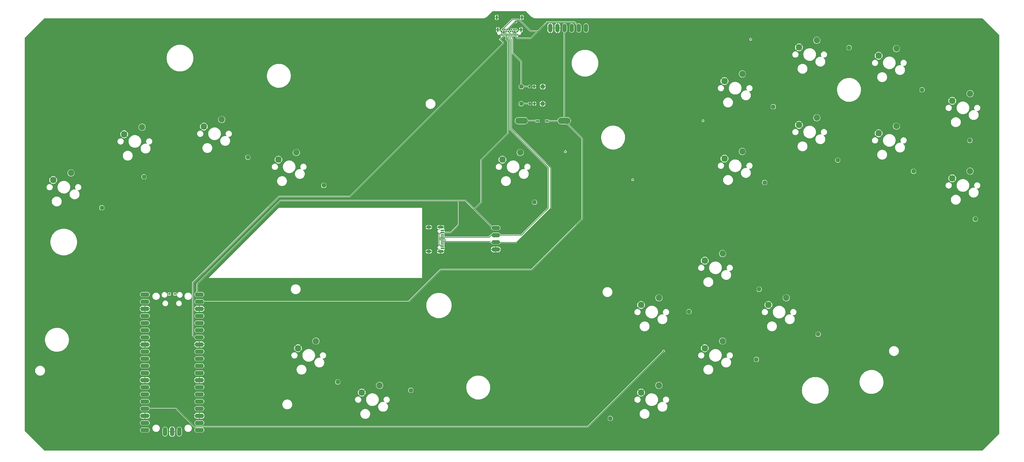
<source format=gtl>
%TF.GenerationSoftware,KiCad,Pcbnew,7.0.1*%
%TF.CreationDate,2023-04-12T17:14:02-06:00*%
%TF.ProjectId,OF1 v1,4f463120-7631-42e6-9b69-6361645f7063,rev?*%
%TF.SameCoordinates,Original*%
%TF.FileFunction,Copper,L1,Top*%
%TF.FilePolarity,Positive*%
%FSLAX46Y46*%
G04 Gerber Fmt 4.6, Leading zero omitted, Abs format (unit mm)*
G04 Created by KiCad (PCBNEW 7.0.1) date 2023-04-12 17:14:02*
%MOMM*%
%LPD*%
G01*
G04 APERTURE LIST*
G04 Aperture macros list*
%AMRoundRect*
0 Rectangle with rounded corners*
0 $1 Rounding radius*
0 $2 $3 $4 $5 $6 $7 $8 $9 X,Y pos of 4 corners*
0 Add a 4 corners polygon primitive as box body*
4,1,4,$2,$3,$4,$5,$6,$7,$8,$9,$2,$3,0*
0 Add four circle primitives for the rounded corners*
1,1,$1+$1,$2,$3*
1,1,$1+$1,$4,$5*
1,1,$1+$1,$6,$7*
1,1,$1+$1,$8,$9*
0 Add four rect primitives between the rounded corners*
20,1,$1+$1,$2,$3,$4,$5,0*
20,1,$1+$1,$4,$5,$6,$7,0*
20,1,$1+$1,$6,$7,$8,$9,0*
20,1,$1+$1,$8,$9,$2,$3,0*%
%AMOutline5P*
0 Free polygon, 5 corners , with rotation*
0 The origin of the aperture is its center*
0 number of corners: always 5*
0 $1 to $10 corner X, Y*
0 $11 Rotation angle, in degrees counterclockwise*
0 create outline with 5 corners*
4,1,5,$1,$2,$3,$4,$5,$6,$7,$8,$9,$10,$1,$2,$11*%
%AMOutline6P*
0 Free polygon, 6 corners , with rotation*
0 The origin of the aperture is its center*
0 number of corners: always 6*
0 $1 to $12 corner X, Y*
0 $13 Rotation angle, in degrees counterclockwise*
0 create outline with 6 corners*
4,1,6,$1,$2,$3,$4,$5,$6,$7,$8,$9,$10,$11,$12,$1,$2,$13*%
%AMOutline7P*
0 Free polygon, 7 corners , with rotation*
0 The origin of the aperture is its center*
0 number of corners: always 7*
0 $1 to $14 corner X, Y*
0 $15 Rotation angle, in degrees counterclockwise*
0 create outline with 7 corners*
4,1,7,$1,$2,$3,$4,$5,$6,$7,$8,$9,$10,$11,$12,$13,$14,$1,$2,$15*%
%AMOutline8P*
0 Free polygon, 8 corners , with rotation*
0 The origin of the aperture is its center*
0 number of corners: always 8*
0 $1 to $16 corner X, Y*
0 $17 Rotation angle, in degrees counterclockwise*
0 create outline with 8 corners*
4,1,8,$1,$2,$3,$4,$5,$6,$7,$8,$9,$10,$11,$12,$13,$14,$15,$16,$1,$2,$17*%
G04 Aperture macros list end*
%TA.AperFunction,ComponentPad*%
%ADD10O,3.048000X1.524000*%
%TD*%
%TA.AperFunction,ComponentPad*%
%ADD11C,2.247900*%
%TD*%
%TA.AperFunction,ComponentPad*%
%ADD12Outline8P,-0.762000X0.381000X-0.381000X0.762000X0.381000X0.762000X0.762000X0.381000X0.762000X-0.381000X0.381000X-0.762000X-0.381000X-0.762000X-0.762000X-0.381000X0.000000*%
%TD*%
%TA.AperFunction,ComponentPad*%
%ADD13O,4.495800X2.247900*%
%TD*%
%TA.AperFunction,SMDPad,CuDef*%
%ADD14R,1.210000X0.730000*%
%TD*%
%TA.AperFunction,SMDPad,CuDef*%
%ADD15RoundRect,0.200000X-0.200000X-0.275000X0.200000X-0.275000X0.200000X0.275000X-0.200000X0.275000X0*%
%TD*%
%TA.AperFunction,SMDPad,CuDef*%
%ADD16R,0.300000X0.900000*%
%TD*%
%TA.AperFunction,ComponentPad*%
%ADD17C,0.650000*%
%TD*%
%TA.AperFunction,ComponentPad*%
%ADD18O,0.750000X1.500000*%
%TD*%
%TA.AperFunction,ComponentPad*%
%ADD19C,1.600000*%
%TD*%
%TA.AperFunction,ComponentPad*%
%ADD20O,1.600000X1.600000*%
%TD*%
%TA.AperFunction,ComponentPad*%
%ADD21O,3.200000X1.600000*%
%TD*%
%TA.AperFunction,ComponentPad*%
%ADD22O,1.600000X3.200000*%
%TD*%
%TA.AperFunction,ComponentPad*%
%ADD23R,0.800000X0.800000*%
%TD*%
%TA.AperFunction,SMDPad,CuDef*%
%ADD24R,1.240000X0.600000*%
%TD*%
%TA.AperFunction,SMDPad,CuDef*%
%ADD25R,1.240000X0.300000*%
%TD*%
%TA.AperFunction,ComponentPad*%
%ADD26O,2.100000X1.000000*%
%TD*%
%TA.AperFunction,ComponentPad*%
%ADD27O,1.800000X1.000000*%
%TD*%
%TA.AperFunction,ComponentPad*%
%ADD28O,1.524000X3.048000*%
%TD*%
%TA.AperFunction,ViaPad*%
%ADD29C,0.552400*%
%TD*%
%TA.AperFunction,ViaPad*%
%ADD30C,0.502400*%
%TD*%
%TA.AperFunction,ViaPad*%
%ADD31C,0.457200*%
%TD*%
%TA.AperFunction,ViaPad*%
%ADD32C,0.800000*%
%TD*%
%TA.AperFunction,Conductor*%
%ADD33C,0.250000*%
%TD*%
G04 APERTURE END LIST*
D10*
%TO.P,J4,1,1*%
%TO.N,GND*%
X142745065Y-111563600D03*
%TO.P,J4,2,2*%
%TO.N,/D+*%
X142745065Y-109023600D03*
%TO.P,J4,3,3*%
%TO.N,/D-*%
X142745065Y-106483600D03*
%TO.P,J4,4,4*%
%TO.N,+5V*%
X142745065Y-103943600D03*
%TD*%
D11*
%TO.P,U$15,P$1,PIN2*%
%TO.N,GND*%
X279031100Y-70217600D03*
%TO.P,U$15,P$2,PIN1*%
%TO.N,/Z*%
X285381100Y-67677600D03*
%TD*%
D12*
%TO.P,JP11,1,1*%
%TO.N,/X*%
X264501100Y-79753600D03*
%TD*%
D11*
%TO.P,U$11,P$1,PIN2*%
%TO.N,GND*%
X279031100Y-42607600D03*
%TO.P,U$11,P$2,PIN1*%
%TO.N,/LS*%
X285381100Y-40067600D03*
%TD*%
D12*
%TO.P,JP10,1,1*%
%TO.N,/B*%
X238501100Y-87753600D03*
%TD*%
D11*
%TO.P,U$17,P$1,PIN2*%
%TO.N,GND*%
X217143100Y-115577600D03*
%TO.P,U$17,P$2,PIN1*%
%TO.N,/C_UP*%
X223493100Y-113037600D03*
%TD*%
D12*
%TO.P,JP5,1,1*%
%TO.N,/RIGHT*%
X81501100Y-88753600D03*
%TD*%
D11*
%TO.P,U$6,P$1,PIN2*%
%TO.N,GND*%
X72323100Y-146762600D03*
%TO.P,U$6,P$2,PIN1*%
%TO.N,/M1*%
X78673100Y-144222600D03*
%TD*%
D13*
%TO.P,D1,A,A*%
%TO.N,V+*%
X151881100Y-65753600D03*
%TO.P,D1,C,C*%
%TO.N,VCC*%
X167121100Y-65753600D03*
%TD*%
D11*
%TO.P,U$20,P$1,PIN2*%
%TO.N,GND*%
X217143100Y-146762600D03*
%TO.P,U$20,P$2,PIN1*%
%TO.N,/A*%
X223493100Y-144222600D03*
%TD*%
D14*
%TO.P,D2,A,A*%
%TO.N,V+*%
X157610214Y-65844142D03*
%TO.P,D2,C,K*%
%TO.N,VCC*%
X160970214Y-65844142D03*
%TD*%
D12*
%TO.P,JP18,1,1*%
%TO.N,/C_LT*%
X211501100Y-133753600D03*
%TD*%
D15*
%TO.P,R2,1*%
%TO.N,Net-(J2-PadA5)*%
X154751379Y-53595091D03*
%TO.P,R2,2*%
%TO.N,GND*%
X156401379Y-53595091D03*
%TD*%
D11*
%TO.P,U$10,P$1,PIN2*%
%TO.N,GND*%
X250676100Y-39632600D03*
%TO.P,U$10,P$2,PIN1*%
%TO.N,/Y*%
X257026100Y-37092600D03*
%TD*%
D12*
%TO.P,JP6,1,1*%
%TO.N,/M1*%
X86501100Y-158753600D03*
%TD*%
%TO.P,JP14,1,1*%
%TO.N,/MS*%
X311501100Y-72753600D03*
%TD*%
%TO.P,JP4,1,1*%
%TO.N,/DOWN*%
X54501100Y-78753600D03*
%TD*%
D11*
%TO.P,U$13,P$1,PIN2*%
%TO.N,GND*%
X224158100Y-79237600D03*
%TO.P,U$13,P$2,PIN1*%
%TO.N,/B*%
X230508100Y-76697600D03*
%TD*%
D12*
%TO.P,JP9,1,1*%
%TO.N,/R*%
X241501100Y-60753600D03*
%TD*%
D16*
%TO.P,J2,A1,GNDA*%
%TO.N,GND*%
X150318981Y-35153600D03*
%TO.P,J2,A2,TX1+*%
%TO.N,V+*%
X149818981Y-35153600D03*
%TO.P,J2,A3,TX1-*%
%TO.N,unconnected-(J2-PadA3)*%
X149318981Y-35153600D03*
%TO.P,J2,A4,A_VBUS*%
%TO.N,+5V*%
X148818981Y-35153600D03*
%TO.P,J2,A5,CC1*%
%TO.N,Net-(J2-PadA5)*%
X148318981Y-35153600D03*
%TO.P,J2,A6,DA+*%
%TO.N,/D+*%
X147818981Y-35153600D03*
%TO.P,J2,A7,DA-*%
%TO.N,/D-*%
X147318981Y-35153600D03*
%TO.P,J2,A8,SBU1*%
%TO.N,unconnected-(J2-PadA8)*%
X146818981Y-35153600D03*
%TO.P,J2,A9,A_VBUS*%
%TO.N,+5V*%
X146318981Y-35153600D03*
%TO.P,J2,A10,RX2-*%
%TO.N,unconnected-(J2-PadA10)*%
X145818981Y-35153600D03*
%TO.P,J2,A11,RX2+*%
%TO.N,/DATA*%
X145318981Y-35153600D03*
%TO.P,J2,A12,GNDA*%
%TO.N,GND*%
X144818981Y-35153600D03*
D17*
%TO.P,J2,B1,GNDB*%
X144768981Y-33943600D03*
%TO.P,J2,B2,TX2+*%
%TO.N,V+*%
X145168981Y-33243600D03*
%TO.P,J2,B3,TX2-*%
%TO.N,unconnected-(J2-PadB3)*%
X145968981Y-33243600D03*
%TO.P,J2,B4,B_VBUS*%
%TO.N,+5V*%
X146368981Y-33943600D03*
%TO.P,J2,B5,CC2*%
%TO.N,Net-(J2-PadB5)*%
X146768981Y-33243600D03*
%TO.P,J2,B6,DB+*%
%TO.N,/D+*%
X147168981Y-33943600D03*
%TO.P,J2,B7,DB-*%
%TO.N,/D-*%
X147968981Y-33943600D03*
%TO.P,J2,B8,SBU2*%
%TO.N,unconnected-(J2-PadB8)*%
X148368981Y-33243600D03*
%TO.P,J2,B9,B_VBUS*%
%TO.N,+5V*%
X148768981Y-33943600D03*
%TO.P,J2,B10,RX1-*%
%TO.N,unconnected-(J2-PadB10)*%
X149168981Y-33243600D03*
%TO.P,J2,B11,RX1+*%
%TO.N,/DATA*%
X149968981Y-33243600D03*
%TO.P,J2,B12,GNDB*%
%TO.N,GND*%
X150368981Y-33943600D03*
D18*
%TO.P,J2,SHIELD1,SHIELD*%
X151698981Y-33343600D03*
%TO.P,J2,SHIELD2,SHIELD*%
X143438981Y-33343600D03*
%TO.P,J2,SHIELD3,SHIELD*%
X152058981Y-28953600D03*
%TO.P,J2,SHIELD4,SHIELD*%
X143078981Y-28953600D03*
%TD*%
D11*
%TO.P,U$1,P$1,PIN2*%
%TO.N,GND*%
X-14843900Y-86877600D03*
%TO.P,U$1,P$2,PIN1*%
%TO.N,/L*%
X-8493900Y-84337600D03*
%TD*%
%TO.P,U$21,P$1,PIN2*%
%TO.N,GND*%
X194456100Y-162532600D03*
%TO.P,U$21,P$2,PIN1*%
%TO.N,/C_DN*%
X200806100Y-159992600D03*
%TD*%
D12*
%TO.P,JP16,1,1*%
%TO.N,/Z*%
X291501100Y-83753600D03*
%TD*%
D11*
%TO.P,U$2,P$1,PIN2*%
%TO.N,GND*%
X10436100Y-70574600D03*
%TO.P,U$2,P$2,PIN1*%
%TO.N,/LEFT*%
X16786100Y-68034600D03*
%TD*%
%TO.P,U$4,P$1,PIN2*%
%TO.N,GND*%
X38792100Y-67848600D03*
%TO.P,U$4,P$2,PIN1*%
%TO.N,/DOWN*%
X45142100Y-65308600D03*
%TD*%
D12*
%TO.P,JP20,1,1*%
%TO.N,/A*%
X235501100Y-150753600D03*
%TD*%
D11*
%TO.P,U$7,P$1,PIN2*%
%TO.N,GND*%
X95011100Y-162531600D03*
%TO.P,U$7,P$2,PIN1*%
%TO.N,/M2*%
X101361100Y-159991600D03*
%TD*%
D12*
%TO.P,JP13,1,1*%
%TO.N,/LS*%
X294501100Y-54753600D03*
%TD*%
D11*
%TO.P,U$19,P$1,PIN2*%
%TO.N,GND*%
X239800100Y-131347600D03*
%TO.P,U$19,P$2,PIN1*%
%TO.N,/C_RT*%
X246150100Y-128807600D03*
%TD*%
D12*
%TO.P,JP17,1,1*%
%TO.N,/C_UP*%
X236501100Y-125753600D03*
%TD*%
%TO.P,JP12,1,1*%
%TO.N,/Y*%
X268501100Y-39753600D03*
%TD*%
D19*
%TO.P,R3,1*%
%TO.N,Net-(J2-PadB5)*%
X151781476Y-59692391D03*
D20*
%TO.P,R3,2*%
%TO.N,GND*%
X159401476Y-59692391D03*
%TD*%
D21*
%TO.P,J1,3V3,3V3*%
%TO.N,unconnected-(J1-Pad3V3)*%
X37191100Y-137783600D03*
%TO.P,J1,3V3_EN,3V3_EN*%
%TO.N,unconnected-(J1-Pad3V3_EN)*%
X37191100Y-135243600D03*
%TO.P,J1,ADC_VREF,ADC_VREF*%
%TO.N,unconnected-(J1-PadADC_VREF)*%
X37191100Y-140323600D03*
%TO.P,J1,AGND,AGND*%
%TO.N,GND*%
X37191100Y-145403600D03*
%TO.P,J1,GND@1,GND*%
X17811100Y-132703600D03*
%TO.P,J1,GND@2,GND*%
X17811100Y-145403600D03*
%TO.P,J1,GND@3,GND*%
X17811100Y-158103600D03*
%TO.P,J1,GND@4,GND*%
X17811100Y-170803600D03*
D22*
%TO.P,J1,GND@5,GND*%
X27501100Y-176453600D03*
D21*
%TO.P,J1,GND@6,GND*%
X37191100Y-170803600D03*
%TO.P,J1,GND@7,GND*%
X37191100Y-158103600D03*
%TO.P,J1,GND@8,GND*%
X37191100Y-132703600D03*
%TO.P,J1,GP0,GP0*%
%TO.N,/START*%
X17811100Y-127623600D03*
%TO.P,J1,GP1,GP1*%
%TO.N,unconnected-(J1-PadGP1)*%
X17811100Y-130163600D03*
%TO.P,J1,GP2,GP2*%
%TO.N,/RIGHT*%
X17811100Y-135243600D03*
%TO.P,J1,GP3,GP3*%
%TO.N,/DOWN*%
X17811100Y-137783600D03*
%TO.P,J1,GP4,GP4*%
%TO.N,/LEFT*%
X17811100Y-140323600D03*
%TO.P,J1,GP5,GP5*%
%TO.N,/L*%
X17811100Y-142863600D03*
%TO.P,J1,GP6,GP6*%
%TO.N,/M1*%
X17811100Y-147943600D03*
%TO.P,J1,GP7,GP7*%
%TO.N,/M2*%
X17811100Y-150483600D03*
%TO.P,J1,GP8,GP8*%
%TO.N,unconnected-(J1-PadGP8)*%
X17811100Y-153023600D03*
%TO.P,J1,GP9,GP9*%
%TO.N,unconnected-(J1-PadGP9)*%
X17811100Y-155563600D03*
%TO.P,J1,GP10,GP10*%
%TO.N,unconnected-(J1-PadGP10)*%
X17811100Y-160643600D03*
%TO.P,J1,GP11,GP11*%
%TO.N,unconnected-(J1-PadGP11)*%
X17811100Y-163183600D03*
%TO.P,J1,GP12,GP12*%
%TO.N,/C_UP*%
X17811100Y-165723600D03*
%TO.P,J1,GP13,GP13*%
%TO.N,/C_LT*%
X17811100Y-168263600D03*
%TO.P,J1,GP14,GP14*%
%TO.N,/A*%
X17811100Y-173343600D03*
%TO.P,J1,GP15,GP15*%
%TO.N,/C_DN*%
X17811100Y-175883600D03*
%TO.P,J1,GP16,GP16*%
%TO.N,/C_RT*%
X37191100Y-175883600D03*
%TO.P,J1,GP17,GP17*%
%TO.N,/UP*%
X37191100Y-173343600D03*
%TO.P,J1,GP18,GP18*%
%TO.N,/MS*%
X37191100Y-168263600D03*
%TO.P,J1,GP19,GP19*%
%TO.N,/Z*%
X37191100Y-165723600D03*
%TO.P,J1,GP20,GP20*%
%TO.N,/LS*%
X37191100Y-163183600D03*
%TO.P,J1,GP21,GP21*%
%TO.N,/X*%
X37191100Y-160643600D03*
%TO.P,J1,GP22,GP22*%
%TO.N,/Y*%
X37191100Y-155563600D03*
%TO.P,J1,GP26_A0,GP26_A0*%
%TO.N,/B*%
X37191100Y-150483600D03*
%TO.P,J1,GP27_A1,GP27_A1*%
%TO.N,/R*%
X37191100Y-147943600D03*
%TO.P,J1,GP28_A2,GP28_A2*%
%TO.N,/DATA*%
X37191100Y-142863600D03*
%TO.P,J1,RUN,RUN*%
%TO.N,unconnected-(J1-PadRUN)*%
X37191100Y-153023600D03*
D22*
%TO.P,J1,SWCLK,SWCLK*%
%TO.N,unconnected-(J1-PadSWCLK)*%
X24961100Y-176453600D03*
%TO.P,J1,SWDIO,SWDIO*%
%TO.N,unconnected-(J1-PadSWDIO)*%
X30041100Y-176453600D03*
D23*
%TO.P,J1,TP2,D+*%
%TO.N,/D-*%
X28501100Y-127453600D03*
%TO.P,J1,TP3,D-*%
%TO.N,/D+*%
X26501100Y-127453600D03*
D21*
%TO.P,J1,VBUS,VBUS*%
%TO.N,+5V*%
X37191100Y-127623600D03*
%TO.P,J1,VSYS,VSYS*%
%TO.N,VCC*%
X37191100Y-130163600D03*
%TD*%
D12*
%TO.P,JP15,1,1*%
%TO.N,/UP*%
X313501100Y-100753600D03*
%TD*%
D15*
%TO.P,R4,1*%
%TO.N,Net-(J2-PadB5)*%
X154825956Y-59663792D03*
%TO.P,R4,2*%
%TO.N,GND*%
X156475956Y-59663792D03*
%TD*%
D11*
%TO.P,U$5,P$1,PIN2*%
%TO.N,GND*%
X65364100Y-79611600D03*
%TO.P,U$5,P$2,PIN1*%
%TO.N,/RIGHT*%
X71714100Y-77071600D03*
%TD*%
%TO.P,U$18,P$1,PIN2*%
%TO.N,GND*%
X194456100Y-131347600D03*
%TO.P,U$18,P$2,PIN1*%
%TO.N,/C_LT*%
X200806100Y-128807600D03*
%TD*%
%TO.P,U$16,P$1,PIN2*%
%TO.N,GND*%
X305254100Y-86253600D03*
%TO.P,U$16,P$2,PIN1*%
%TO.N,/UP*%
X311604100Y-83713600D03*
%TD*%
D12*
%TO.P,JP7,1,1*%
%TO.N,/M2*%
X112501100Y-161753600D03*
%TD*%
D24*
%TO.P,J5,A1/B12,GND*%
%TO.N,GND*%
X123699393Y-104771075D03*
%TO.P,J5,A4/B9,VBUS*%
%TO.N,+5V*%
X123699393Y-105571075D03*
D25*
%TO.P,J5,A5,CC1*%
%TO.N,unconnected-(J5-PadA5)*%
X123699393Y-106721075D03*
%TO.P,J5,A6,D+*%
%TO.N,/D+*%
X123699393Y-107721075D03*
%TO.P,J5,A7,D-*%
%TO.N,/D-*%
X123699393Y-108221075D03*
%TO.P,J5,A8,SBU1*%
%TO.N,unconnected-(J5-PadA8)*%
X123699393Y-109221075D03*
D24*
%TO.P,J5,B1/A12,GND*%
%TO.N,GND*%
X123699393Y-111171075D03*
%TO.P,J5,B4/A9,VBUS*%
%TO.N,+5V*%
X123699393Y-110371075D03*
D25*
%TO.P,J5,B5,CC2*%
%TO.N,unconnected-(J5-PadB5)*%
X123699393Y-109721075D03*
%TO.P,J5,B6,D+*%
%TO.N,/D+*%
X123699393Y-108721075D03*
%TO.P,J5,B7,D-*%
%TO.N,/D-*%
X123699393Y-107221075D03*
%TO.P,J5,B8,SBU2*%
%TO.N,unconnected-(J5-PadB8)*%
X123699393Y-106221075D03*
D26*
%TO.P,J5,SHIELD1,SHIELD*%
%TO.N,GND*%
X123079393Y-103651075D03*
D27*
%TO.P,J5,SHIELD2,SHIELD*%
X118899393Y-103651075D03*
D26*
%TO.P,J5,SHIELD3,SHIELD*%
X123079393Y-112291075D03*
D27*
%TO.P,J5,SHIELD4,SHIELD*%
X118899393Y-112291075D03*
%TD*%
D12*
%TO.P,JP2,1,1*%
%TO.N,/L*%
X2501100Y-96753600D03*
%TD*%
%TO.P,JP8,1,1*%
%TO.N,/START*%
X156501100Y-94753600D03*
%TD*%
D11*
%TO.P,U$12,P$1,PIN2*%
%TO.N,GND*%
X305254100Y-58643600D03*
%TO.P,U$12,P$2,PIN1*%
%TO.N,/MS*%
X311604100Y-56103600D03*
%TD*%
%TO.P,U$9,P$1,PIN2*%
%TO.N,GND*%
X224158100Y-51628600D03*
%TO.P,U$9,P$2,PIN1*%
%TO.N,/R*%
X230508100Y-49088600D03*
%TD*%
D12*
%TO.P,JP21,1,1*%
%TO.N,/C_DN*%
X183501100Y-171753600D03*
%TD*%
D11*
%TO.P,U$14,P$1,PIN2*%
%TO.N,GND*%
X250676100Y-67242600D03*
%TO.P,U$14,P$2,PIN1*%
%TO.N,/X*%
X257026100Y-64702600D03*
%TD*%
D12*
%TO.P,JP19,1,1*%
%TO.N,/C_RT*%
X257501100Y-141753600D03*
%TD*%
D28*
%TO.P,J3,1,1*%
%TO.N,GND*%
X162151100Y-32753600D03*
%TO.P,J3,2,2*%
X164691100Y-32753600D03*
%TO.P,J3,3,3*%
%TO.N,VCC*%
X167231100Y-32753600D03*
%TO.P,J3,4,4*%
%TO.N,/DATA*%
X169771100Y-32753600D03*
%TO.P,J3,5,5*%
%TO.N,V+*%
X172311100Y-32753600D03*
%TO.P,J3,6,6*%
%TO.N,+5V*%
X174851100Y-32753600D03*
%TD*%
D19*
%TO.P,R1,1*%
%TO.N,Net-(J2-PadA5)*%
X151826963Y-53595091D03*
D20*
%TO.P,R1,2*%
%TO.N,GND*%
X159446963Y-53595091D03*
%TD*%
D12*
%TO.P,JP3,1,1*%
%TO.N,/LEFT*%
X17501100Y-85753600D03*
%TD*%
D11*
%TO.P,U$8,P$1,PIN2*%
%TO.N,GND*%
X145096100Y-79611600D03*
%TO.P,U$8,P$2,PIN1*%
%TO.N,/START*%
X151446100Y-77071600D03*
%TD*%
D29*
%TO.N,*%
X167501100Y-76753600D03*
X216501100Y-65753600D03*
X233501100Y-36753600D03*
%TO.N,GND*%
X273501100Y-102753600D03*
X149501100Y-151753600D03*
D30*
X248501100Y-149753600D03*
D29*
X20501100Y-110753600D03*
X146271971Y-38412382D03*
X311501100Y-42753600D03*
D30*
X266501100Y-121753600D03*
D29*
X-22498900Y-128753600D03*
X134501100Y-103753600D03*
X29501100Y-60753600D03*
X41501100Y-145753600D03*
X303501100Y-49753600D03*
X317501100Y-97753600D03*
X235501100Y-72753600D03*
X184501100Y-56753600D03*
X263501100Y-62753600D03*
D30*
X150705187Y-32589207D03*
D29*
X237501100Y-93753600D03*
X200501100Y-72753600D03*
X241501100Y-112753600D03*
X152501100Y-42753600D03*
X312501100Y-35753600D03*
X158501100Y-39753600D03*
X248501100Y-80753600D03*
X501100Y-75753600D03*
D30*
X135501100Y-111753600D03*
D29*
X96501100Y-125753600D03*
X9501100Y-50753600D03*
X13501100Y-170753600D03*
X-19498900Y-115753600D03*
X189501100Y-174753600D03*
X277501100Y-55753600D03*
X49501100Y-137753600D03*
D30*
X303501100Y-137753600D03*
D29*
X-2498900Y-166753600D03*
X40501100Y-170753600D03*
X41501100Y-157753600D03*
X95501100Y-75753600D03*
X100501100Y-41753600D03*
X-11498900Y-175753600D03*
X53501100Y-38753600D03*
X-17498900Y-75753600D03*
X7501100Y-38753600D03*
X47501100Y-107753600D03*
X300501100Y-38753600D03*
X273501100Y-86753600D03*
X38501100Y-123753600D03*
X14501100Y-131753600D03*
X-18498900Y-99753600D03*
X8501100Y-59753600D03*
X216501100Y-93753600D03*
D30*
X265501100Y-172753600D03*
X280501100Y-133753600D03*
D29*
X162501100Y-49753600D03*
X-15498900Y-164753600D03*
X280501100Y-34753600D03*
D30*
X238501100Y-164753600D03*
D29*
X-9498900Y-61753600D03*
X149501100Y-37753600D03*
X171128412Y-35252982D03*
X199501100Y-146753600D03*
X146501100Y-111753600D03*
X235501100Y-121753600D03*
X159501100Y-33753600D03*
X34501100Y-96753600D03*
X121501100Y-167753600D03*
D30*
X287501100Y-120753600D03*
D29*
X85501100Y-170753600D03*
X291501100Y-62753600D03*
X202501100Y-53753600D03*
X-12498900Y-122753600D03*
D30*
X290501100Y-170753600D03*
D29*
X257501100Y-87753600D03*
X49501100Y-126753600D03*
X81501100Y-41753600D03*
X232501100Y-139753600D03*
X187501100Y-41753600D03*
D30*
X269501100Y-144753600D03*
D29*
X203501100Y-156753600D03*
D30*
X126501100Y-100753600D03*
D29*
X108501100Y-68753600D03*
D30*
X158501100Y-30753600D03*
X309501100Y-114753600D03*
D29*
X12501100Y-144753600D03*
X166501100Y-167753600D03*
X246501100Y-52753600D03*
X301501100Y-71753600D03*
X-17498900Y-50753600D03*
X112501100Y-151753600D03*
D30*
X223501100Y-175753600D03*
D29*
X245501100Y-99753600D03*
D30*
X119501100Y-115753600D03*
D29*
X215501100Y-161753600D03*
X182501100Y-152753600D03*
X4501100Y-173753600D03*
X-2498900Y-157753600D03*
X91501100Y-85753600D03*
D30*
X306501100Y-159753600D03*
D29*
X159501100Y-107753600D03*
X44501100Y-97753600D03*
X231501100Y-99753600D03*
X79501100Y-67753600D03*
X153501100Y-33753600D03*
X125501100Y-90753600D03*
X8501100Y-85753600D03*
D30*
X120501100Y-100753600D03*
D29*
X125501100Y-77753600D03*
X139501100Y-33753600D03*
X294501100Y-100753600D03*
X107501100Y-125753600D03*
X19501100Y-121753600D03*
X142501100Y-36753600D03*
X167501100Y-92753600D03*
X95501100Y-59753600D03*
X46501100Y-55753600D03*
X77501100Y-132753600D03*
X52501100Y-85753600D03*
X139501100Y-56753600D03*
X62501100Y-157753600D03*
D30*
X126501100Y-114753600D03*
D29*
X34501100Y-80753600D03*
X167501100Y-118753600D03*
X146501100Y-75753600D03*
X126501100Y-40753600D03*
X208501100Y-40753600D03*
X231501100Y-146753600D03*
X206501100Y-124753600D03*
X-4498900Y-134753600D03*
X-9498900Y-42753600D03*
X256501100Y-134753600D03*
X148501100Y-129753600D03*
X181501100Y-103753600D03*
X136501100Y-70753600D03*
X32501100Y-109753600D03*
X149501100Y-99753600D03*
X109501100Y-86753600D03*
X40501100Y-132753600D03*
X92501100Y-149753600D03*
X286501100Y-89753600D03*
%TO.N,/C_LT*%
X202501100Y-147753600D03*
%TO.N,/M2*%
X191501100Y-86753600D03*
D31*
%TO.N,/DATA*%
X144320628Y-36764479D03*
%TO.N,/D-*%
X147326196Y-36001204D03*
D32*
%TO.N,Net-(J2-PadB5)*%
X149860000Y-30480000D03*
%TD*%
D33*
%TO.N,VCC*%
X160970214Y-65844142D02*
X167030558Y-65844142D01*
X167030558Y-65844142D02*
X167121100Y-65753600D01*
%TO.N,V+*%
X151881100Y-65753600D02*
X157519672Y-65753600D01*
X157519672Y-65753600D02*
X157610214Y-65844142D01*
%TO.N,/D+*%
X162186068Y-83820000D02*
X162186068Y-96926854D01*
X147818981Y-35153600D02*
X147818981Y-36386682D01*
X148281068Y-68527628D02*
X162186068Y-82432628D01*
X162186068Y-82432628D02*
X162186068Y-83820000D01*
X147818981Y-36386682D02*
X148281068Y-36848769D01*
X148281068Y-36848769D02*
X148281068Y-68527628D01*
%TO.N,/D-*%
X161501100Y-96753600D02*
X161501100Y-82475735D01*
X147326196Y-36001204D02*
X147326196Y-36612179D01*
X147326196Y-36612179D02*
X147838496Y-37124479D01*
X147838496Y-37124479D02*
X147838496Y-68813131D01*
X147838496Y-68813131D02*
X161501100Y-82475735D01*
%TO.N,Net-(J2-PadB5)*%
X151781476Y-59692391D02*
X154797357Y-59692391D01*
X154797357Y-59692391D02*
X154825956Y-59663792D01*
%TO.N,Net-(J2-PadA5)*%
X151826963Y-53595091D02*
X154751379Y-53595091D01*
X148318981Y-35153600D02*
X148318981Y-35853600D01*
X148318981Y-35853600D02*
X148786963Y-36321582D01*
X148786963Y-36321582D02*
X148786963Y-41631270D01*
X148786963Y-41631270D02*
X151826963Y-44671270D01*
X151826963Y-44671270D02*
X151826963Y-53595091D01*
%TO.N,GND*%
X144768981Y-35103600D02*
X144818981Y-35153600D01*
X144768981Y-33943600D02*
X144768981Y-35103600D01*
%TO.N,+5V*%
X132055068Y-94253600D02*
X129501100Y-94253600D01*
X137501100Y-93763600D02*
X137501100Y-94807569D01*
X122501100Y-109715835D02*
X122501100Y-106186204D01*
X148768981Y-33943600D02*
X148811140Y-33985760D01*
X146414981Y-35249600D02*
X146414981Y-36884007D01*
X147055100Y-37524125D02*
X147055100Y-70199600D01*
X137501100Y-94807569D02*
X135055068Y-97253600D01*
X135055068Y-97253600D02*
X132055068Y-94253600D01*
X141745065Y-103943600D02*
X136055068Y-98253600D01*
X146414981Y-36884007D02*
X147055100Y-37524125D01*
X122501100Y-106186204D02*
X123116228Y-105571075D01*
X148811140Y-35145760D02*
X148818981Y-35153600D01*
X123699393Y-105571075D02*
X126683625Y-105571075D01*
X123699393Y-110371075D02*
X123156340Y-110371075D01*
X126683625Y-105571075D02*
X129501100Y-102753600D01*
X148811140Y-33985760D02*
X148811140Y-35145760D01*
X123156340Y-110371075D02*
X122501100Y-109715835D01*
X36391100Y-127623600D02*
X36391100Y-123863600D01*
X123116228Y-105571075D02*
X123699393Y-105571075D01*
X146318981Y-35153600D02*
X146316431Y-35151050D01*
X141745065Y-103943600D02*
X142745065Y-103943600D01*
X129501100Y-102753600D02*
X129501100Y-94253600D01*
X147055100Y-70199600D02*
X137501100Y-79753600D01*
X129501100Y-94253600D02*
X66001100Y-94253600D01*
X146368981Y-33943600D02*
X146316431Y-33996150D01*
X137501100Y-79753600D02*
X137501100Y-93763600D01*
X146316431Y-33996150D02*
X146316431Y-35151050D01*
X146318981Y-35153600D02*
X146414981Y-35249600D01*
X136055068Y-98253600D02*
X135055068Y-97253600D01*
X66001100Y-94253600D02*
X36391100Y-123863600D01*
%TO.N,/C_LT*%
X29011100Y-168263600D02*
X18611100Y-168263600D01*
X35501100Y-174753600D02*
X29011100Y-168263600D01*
X202501100Y-147753600D02*
X175501100Y-174753600D01*
X175501100Y-174753600D02*
X35501100Y-174753600D01*
%TO.N,V+*%
X150496193Y-36424941D02*
X155177678Y-36424941D01*
X150997418Y-29695214D02*
X155133951Y-33831747D01*
X149818981Y-35153600D02*
X149818981Y-35747729D01*
X155133951Y-33831747D02*
X157770872Y-33831747D01*
X172311100Y-32113016D02*
X172311100Y-32753600D01*
X159849018Y-31753600D02*
X160997034Y-30605585D01*
X160997034Y-30605585D02*
X170803668Y-30605585D01*
X145168981Y-33243600D02*
X145168981Y-33085719D01*
X172311100Y-32113016D02*
X170803668Y-30605585D01*
X149818981Y-35747729D02*
X150496193Y-36424941D01*
X148559486Y-29695214D02*
X150997418Y-29695214D01*
X157770872Y-33831747D02*
X159849018Y-31753600D01*
X155177678Y-36424941D02*
X157770872Y-33831747D01*
X145168981Y-33085719D02*
X148559486Y-29695214D01*
%TO.N,VCC*%
X123121100Y-118753600D02*
X111711100Y-130163600D01*
X167134818Y-35894807D02*
X167134818Y-65739882D01*
X167134818Y-32849882D02*
X167134818Y-35894807D01*
X167134818Y-65739882D02*
X167121100Y-65753600D01*
X173501100Y-72133600D02*
X173501100Y-100753600D01*
X167121100Y-65753600D02*
X173501100Y-72133600D01*
X173501100Y-100753600D02*
X155501100Y-118753600D01*
X155501100Y-118753600D02*
X123121100Y-118753600D01*
X167121100Y-32863600D02*
X167231100Y-32753600D01*
X167231100Y-32753600D02*
X167134818Y-32849882D01*
X111711100Y-130163600D02*
X36391100Y-130163600D01*
%TO.N,/DATA*%
X34855379Y-142107878D02*
X35611100Y-142863600D01*
X34855379Y-123399322D02*
X34855379Y-142107878D01*
X145318981Y-35766125D02*
X144320628Y-36764479D01*
X145320628Y-37764479D02*
X145320628Y-38222766D01*
X65490222Y-92764479D02*
X34855379Y-123399322D01*
X145318981Y-35153600D02*
X145318981Y-35766125D01*
X144320628Y-36764479D02*
X145320628Y-37764479D01*
X35611100Y-142863600D02*
X36391100Y-142863600D01*
X90778915Y-92764479D02*
X65490222Y-92764479D01*
X145320628Y-38222766D02*
X90778915Y-92764479D01*
%TO.N,/D-*%
X147326196Y-35160816D02*
X147318981Y-35153600D01*
X123699393Y-107221075D02*
X123699387Y-107221082D01*
X123699393Y-107221075D02*
X140326528Y-107221075D01*
X147326196Y-36001204D02*
X147326196Y-35160816D01*
X122999646Y-108223754D02*
X123696715Y-108223754D01*
X141064003Y-106483600D02*
X140326528Y-107221075D01*
X123699387Y-107221082D02*
X123006821Y-107221082D01*
X122828100Y-107379563D02*
X122828100Y-108052207D01*
X123696715Y-108223754D02*
X123699393Y-108221075D01*
X122828100Y-108052207D02*
X122999646Y-108223754D01*
X122853203Y-107374700D02*
X122832963Y-107374700D01*
X141064003Y-106483600D02*
X142745065Y-106483600D01*
X123006821Y-107221082D02*
X122853203Y-107374700D01*
X122832963Y-107374700D02*
X122828100Y-107379563D01*
X142745065Y-106483600D02*
X151771100Y-106483600D01*
X151771100Y-106483600D02*
X161501100Y-96753600D01*
%TO.N,Net-(J2-PadB5)*%
X149532581Y-30480000D02*
X149860000Y-30480000D01*
X146768981Y-33243600D02*
X149532581Y-30480000D01*
%TO.N,/D+*%
X162186068Y-96926854D02*
X150089321Y-109023600D01*
X124689262Y-108020454D02*
X124389884Y-107721075D01*
X147818981Y-34593600D02*
X147818981Y-35153600D01*
X123699393Y-108721075D02*
X140592318Y-108721075D01*
X123699393Y-108721075D02*
X124361471Y-108721075D01*
X124389884Y-107721075D02*
X123699393Y-107721075D01*
X150089321Y-109023600D02*
X142745065Y-109023600D01*
X124361471Y-108721075D02*
X124689262Y-108393285D01*
X140894843Y-109023600D02*
X140592318Y-108721075D01*
X124689262Y-108393285D02*
X124689262Y-108020454D01*
X140894843Y-109023600D02*
X142745065Y-109023600D01*
X147168981Y-33943600D02*
X147818981Y-34593600D01*
%TD*%
%TA.AperFunction,Conductor*%
%TO.N,GND*%
G36*
X146962512Y-35742020D02*
G01*
X146979604Y-35769913D01*
X146975334Y-35802346D01*
X146938239Y-35875147D01*
X146918273Y-36001204D01*
X146938239Y-36127260D01*
X146996180Y-36240975D01*
X147059344Y-36304139D01*
X147073696Y-36338787D01*
X147073696Y-36582480D01*
X147072754Y-36592040D01*
X147068747Y-36612178D01*
X147083793Y-36687810D01*
X147083792Y-36687812D01*
X147088345Y-36710699D01*
X147144153Y-36794222D01*
X147161226Y-36805630D01*
X147168652Y-36811724D01*
X147571644Y-37214715D01*
X147582266Y-37230611D01*
X147585996Y-37249363D01*
X147585996Y-68783432D01*
X147585054Y-68792992D01*
X147581047Y-68813131D01*
X147589987Y-68858070D01*
X147597601Y-68896345D01*
X147600040Y-68908608D01*
X147600646Y-68911653D01*
X147656453Y-68995174D01*
X147673526Y-69006582D01*
X147680952Y-69012676D01*
X161234248Y-82565972D01*
X161248600Y-82600620D01*
X161248600Y-96628715D01*
X161234248Y-96663363D01*
X151680863Y-106216748D01*
X151646215Y-106231100D01*
X144400145Y-106231100D01*
X144373458Y-106223195D01*
X144355381Y-106202030D01*
X144355078Y-106201350D01*
X144281638Y-106036400D01*
X144245498Y-105986658D01*
X144171733Y-105885129D01*
X144032780Y-105760015D01*
X143870852Y-105666526D01*
X143870851Y-105666525D01*
X143870850Y-105666525D01*
X143693021Y-105608745D01*
X143553685Y-105594100D01*
X141936445Y-105594100D01*
X141824976Y-105605816D01*
X141797108Y-105608745D01*
X141619277Y-105666526D01*
X141457349Y-105760015D01*
X141318396Y-105885129D01*
X141208492Y-106036398D01*
X141135051Y-106201350D01*
X141112818Y-106224933D01*
X141080728Y-106229479D01*
X141064001Y-106226151D01*
X140952993Y-106248233D01*
X140941061Y-106262067D01*
X140881960Y-106301556D01*
X140870550Y-106318632D01*
X140864457Y-106326055D01*
X140236291Y-106954223D01*
X140220395Y-106964845D01*
X140201643Y-106968575D01*
X124489703Y-106968575D01*
X124462480Y-106960317D01*
X124444433Y-106938326D01*
X124441645Y-106910015D01*
X124446893Y-106883634D01*
X124446893Y-106558515D01*
X124439495Y-106521328D01*
X124439495Y-106521327D01*
X124424106Y-106498296D01*
X124415849Y-106471075D01*
X124424107Y-106443852D01*
X124439495Y-106420823D01*
X124446893Y-106383633D01*
X124446893Y-106058517D01*
X124442493Y-106036400D01*
X124439495Y-106021327D01*
X124424107Y-105998297D01*
X124415849Y-105971073D01*
X124424107Y-105943851D01*
X124439495Y-105920823D01*
X124441961Y-105908426D01*
X124446893Y-105883635D01*
X124446893Y-105872575D01*
X124461245Y-105837927D01*
X124495893Y-105823575D01*
X126653926Y-105823575D01*
X126663486Y-105824517D01*
X126683624Y-105828523D01*
X126683624Y-105828522D01*
X126683625Y-105828523D01*
X126766839Y-105811969D01*
X126782146Y-105808925D01*
X126865668Y-105753118D01*
X126877081Y-105736034D01*
X126883167Y-105728620D01*
X129658645Y-102953142D01*
X129666059Y-102947056D01*
X129683143Y-102935643D01*
X129738950Y-102852121D01*
X129753600Y-102778470D01*
X129758547Y-102753600D01*
X129754542Y-102733465D01*
X129753600Y-102723905D01*
X129753600Y-94555100D01*
X129767952Y-94520452D01*
X129802600Y-94506100D01*
X131930183Y-94506100D01*
X131964831Y-94520452D01*
X134855521Y-97411141D01*
X134861615Y-97418566D01*
X134873025Y-97435642D01*
X134890095Y-97447048D01*
X134897521Y-97453142D01*
X135858938Y-98414559D01*
X141109972Y-103665596D01*
X141122306Y-103686327D01*
X141123253Y-103710431D01*
X141093565Y-103850108D01*
X141093565Y-104037091D01*
X141132439Y-104219983D01*
X141208492Y-104390801D01*
X141301750Y-104519159D01*
X141318396Y-104542070D01*
X141457350Y-104667185D01*
X141619280Y-104760675D01*
X141797109Y-104818455D01*
X141936445Y-104833100D01*
X143553681Y-104833100D01*
X143553685Y-104833100D01*
X143693021Y-104818455D01*
X143870850Y-104760675D01*
X144032780Y-104667185D01*
X144171734Y-104542070D01*
X144281638Y-104390800D01*
X144357690Y-104219985D01*
X144396565Y-104037090D01*
X144396565Y-103850110D01*
X144382130Y-103782200D01*
X144361752Y-103686327D01*
X144357690Y-103667215D01*
X144281638Y-103496400D01*
X144171734Y-103345130D01*
X144032780Y-103220015D01*
X143870850Y-103126525D01*
X143693021Y-103068745D01*
X143553685Y-103054100D01*
X141936445Y-103054100D01*
X141824976Y-103065816D01*
X141797108Y-103068745D01*
X141619277Y-103126526D01*
X141457349Y-103220015D01*
X141450449Y-103226228D01*
X141416380Y-103238796D01*
X141383015Y-103224461D01*
X138807566Y-100649011D01*
X136216027Y-98057470D01*
X135446805Y-97288248D01*
X135432453Y-97253600D01*
X135446805Y-97218952D01*
X136490737Y-96175020D01*
X137518604Y-95147152D01*
X155611600Y-95147152D01*
X155618998Y-95184349D01*
X155640066Y-95215879D01*
X156038824Y-95614635D01*
X156070350Y-95635702D01*
X156070352Y-95635703D01*
X156107541Y-95643100D01*
X156894652Y-95643100D01*
X156894654Y-95643100D01*
X156931848Y-95635702D01*
X156963378Y-95614634D01*
X157362136Y-95215875D01*
X157383203Y-95184348D01*
X157390600Y-95147159D01*
X157390600Y-94360046D01*
X157383202Y-94322852D01*
X157362135Y-94291324D01*
X157362133Y-94291320D01*
X156963375Y-93892564D01*
X156931849Y-93871497D01*
X156919451Y-93869031D01*
X156894659Y-93864100D01*
X156107546Y-93864100D01*
X156088948Y-93867799D01*
X156070350Y-93871498D01*
X156038820Y-93892566D01*
X155640064Y-94291324D01*
X155618997Y-94322850D01*
X155611600Y-94360043D01*
X155611600Y-95147152D01*
X137518604Y-95147152D01*
X137658645Y-95007111D01*
X137666059Y-95001025D01*
X137683143Y-94989612D01*
X137738950Y-94906090D01*
X137742905Y-94886209D01*
X137758548Y-94807569D01*
X137754542Y-94787430D01*
X137753600Y-94777870D01*
X137753600Y-87362782D01*
X144615600Y-87362782D01*
X144654704Y-87622215D01*
X144654705Y-87622217D01*
X144732037Y-87872926D01*
X144845868Y-88109298D01*
X144845871Y-88109303D01*
X144845872Y-88109304D01*
X144993667Y-88326079D01*
X145172119Y-88518405D01*
X145377243Y-88681986D01*
X145377245Y-88681987D01*
X145604453Y-88813166D01*
X145604454Y-88813166D01*
X145604457Y-88813168D01*
X145848684Y-88909020D01*
X145976576Y-88938210D01*
X146104467Y-88967402D01*
X146251572Y-88978425D01*
X146300606Y-88982100D01*
X146431593Y-88982100D01*
X146431594Y-88982100D01*
X146496972Y-88977200D01*
X146627732Y-88967402D01*
X146712992Y-88947941D01*
X146883516Y-88909020D01*
X147127743Y-88813168D01*
X147354957Y-88681986D01*
X147560081Y-88518405D01*
X147738533Y-88326079D01*
X147886328Y-88109304D01*
X147898857Y-88083287D01*
X148000162Y-87872926D01*
X148000163Y-87872923D01*
X148077496Y-87622215D01*
X148116600Y-87362782D01*
X148116600Y-87100418D01*
X148077496Y-86840985D01*
X148007677Y-86614636D01*
X148000162Y-86590273D01*
X147886331Y-86353901D01*
X147876578Y-86339596D01*
X147738533Y-86137121D01*
X147560081Y-85944795D01*
X147354957Y-85781214D01*
X147354954Y-85781212D01*
X147127746Y-85650033D01*
X146993710Y-85597428D01*
X146883516Y-85554180D01*
X146883512Y-85554179D01*
X146627732Y-85495797D01*
X146443593Y-85481999D01*
X146431594Y-85481100D01*
X146300606Y-85481100D01*
X146289298Y-85481947D01*
X146104467Y-85495797D01*
X145848687Y-85554179D01*
X145604453Y-85650033D01*
X145377245Y-85781212D01*
X145172118Y-85944796D01*
X144993669Y-86137118D01*
X144845868Y-86353901D01*
X144732037Y-86590273D01*
X144659115Y-86826683D01*
X144654704Y-86840985D01*
X144615600Y-87100418D01*
X144615600Y-87362782D01*
X137753600Y-87362782D01*
X137753600Y-84822782D01*
X150965600Y-84822782D01*
X151004704Y-85082215D01*
X151016914Y-85121798D01*
X151082037Y-85332926D01*
X151195868Y-85569298D01*
X151195871Y-85569303D01*
X151195872Y-85569304D01*
X151343667Y-85786079D01*
X151522119Y-85978405D01*
X151727243Y-86141986D01*
X151736203Y-86147159D01*
X151954453Y-86273166D01*
X151954454Y-86273166D01*
X151954457Y-86273168D01*
X152198684Y-86369020D01*
X152326576Y-86398210D01*
X152454467Y-86427402D01*
X152601571Y-86438425D01*
X152650606Y-86442100D01*
X152781593Y-86442100D01*
X152781594Y-86442100D01*
X152846972Y-86437200D01*
X152977732Y-86427402D01*
X153062992Y-86407941D01*
X153233516Y-86369020D01*
X153477743Y-86273168D01*
X153704957Y-86141986D01*
X153910081Y-85978405D01*
X154088533Y-85786079D01*
X154236328Y-85569304D01*
X154243612Y-85554179D01*
X154350162Y-85332926D01*
X154353270Y-85322850D01*
X154427496Y-85082215D01*
X154466600Y-84822782D01*
X154466600Y-84560418D01*
X154427496Y-84300985D01*
X154350163Y-84050277D01*
X154350162Y-84050273D01*
X154236331Y-83813901D01*
X154236328Y-83813896D01*
X154088533Y-83597121D01*
X153910081Y-83404795D01*
X153823965Y-83336120D01*
X153806840Y-83309120D01*
X153810015Y-83277304D01*
X153832138Y-83254220D01*
X153863791Y-83249697D01*
X153880927Y-83253000D01*
X153880929Y-83253000D01*
X154038568Y-83253000D01*
X154038569Y-83253000D01*
X154051150Y-83251798D01*
X154195489Y-83238016D01*
X154397311Y-83178756D01*
X154584270Y-83082371D01*
X154749610Y-82952347D01*
X154887355Y-82793381D01*
X154992526Y-82611219D01*
X155061322Y-82412446D01*
X155091257Y-82204245D01*
X155081248Y-81994141D01*
X155031658Y-81789729D01*
X154944279Y-81598395D01*
X154822269Y-81427056D01*
X154670037Y-81281903D01*
X154629946Y-81256138D01*
X154493085Y-81168183D01*
X154297813Y-81090007D01*
X154196967Y-81070571D01*
X154091271Y-81050200D01*
X153933632Y-81050200D01*
X153933631Y-81050200D01*
X153776711Y-81065184D01*
X153574889Y-81124443D01*
X153387931Y-81220827D01*
X153222588Y-81350854D01*
X153084843Y-81509820D01*
X152979673Y-81691980D01*
X152910878Y-81890753D01*
X152880942Y-82098956D01*
X152890951Y-82309055D01*
X152940542Y-82513472D01*
X152971745Y-82581797D01*
X153027921Y-82704805D01*
X153061010Y-82751272D01*
X153149612Y-82875697D01*
X153149931Y-82876144D01*
X153185115Y-82909692D01*
X153199690Y-82937439D01*
X153194466Y-82968344D01*
X153171581Y-82989760D01*
X153140397Y-82992925D01*
X152977733Y-82955797D01*
X152792901Y-82941947D01*
X152781594Y-82941100D01*
X152650606Y-82941100D01*
X152639298Y-82941947D01*
X152454467Y-82955797D01*
X152198687Y-83014179D01*
X151954453Y-83110033D01*
X151727245Y-83241212D01*
X151624875Y-83322850D01*
X151559139Y-83375273D01*
X151522118Y-83404796D01*
X151343669Y-83597118D01*
X151195868Y-83813901D01*
X151082037Y-84050273D01*
X151012238Y-84276559D01*
X151004704Y-84300985D01*
X150965600Y-84560418D01*
X150965600Y-84822782D01*
X137753600Y-84822782D01*
X137753600Y-82098956D01*
X142720942Y-82098956D01*
X142730951Y-82309055D01*
X142780542Y-82513472D01*
X142811745Y-82581797D01*
X142867921Y-82704805D01*
X142901010Y-82751272D01*
X142989612Y-82875697D01*
X142989931Y-82876144D01*
X143142163Y-83021297D01*
X143319114Y-83135016D01*
X143514388Y-83213193D01*
X143720929Y-83253000D01*
X143878568Y-83253000D01*
X143878569Y-83253000D01*
X143891150Y-83251798D01*
X144035489Y-83238016D01*
X144237311Y-83178756D01*
X144424270Y-83082371D01*
X144589610Y-82952347D01*
X144727355Y-82793381D01*
X144832526Y-82611219D01*
X144901322Y-82412446D01*
X144928019Y-82226765D01*
X146657933Y-82226765D01*
X146688010Y-82525747D01*
X146757668Y-82818046D01*
X146865667Y-83098456D01*
X146865669Y-83098460D01*
X147010079Y-83361975D01*
X147188323Y-83603890D01*
X147397221Y-83819889D01*
X147633046Y-84006118D01*
X147891587Y-84159252D01*
X148168233Y-84276560D01*
X148391065Y-84337600D01*
X148458045Y-84355948D01*
X148557315Y-84369298D01*
X148755855Y-84396000D01*
X148981126Y-84396000D01*
X148981133Y-84396000D01*
X149205919Y-84380952D01*
X149500387Y-84321099D01*
X149784251Y-84222531D01*
X150052443Y-84087007D01*
X150300180Y-83916946D01*
X150523039Y-83715382D01*
X150717043Y-83485912D01*
X150878731Y-83232632D01*
X150880003Y-83229892D01*
X150913768Y-83157129D01*
X151005218Y-82960060D01*
X151094246Y-82673062D01*
X151099793Y-82640180D01*
X151144225Y-82376764D01*
X151144225Y-82376763D01*
X151144226Y-82376758D01*
X151154267Y-82076436D01*
X151124189Y-81777455D01*
X151124189Y-81777452D01*
X151054531Y-81485153D01*
X150954101Y-81224395D01*
X150946531Y-81204740D01*
X150802121Y-80941225D01*
X150623877Y-80699310D01*
X150414979Y-80483311D01*
X150179154Y-80297082D01*
X149920613Y-80143948D01*
X149643967Y-80026640D01*
X149581648Y-80009569D01*
X149354154Y-79947251D01*
X149119468Y-79915689D01*
X149056345Y-79907200D01*
X148831067Y-79907200D01*
X148606281Y-79922248D01*
X148606276Y-79922248D01*
X148606276Y-79922249D01*
X148311814Y-79982100D01*
X148027946Y-80080669D01*
X147759758Y-80216192D01*
X147512017Y-80386255D01*
X147289163Y-80587815D01*
X147095157Y-80817287D01*
X146933466Y-81070571D01*
X146806983Y-81343137D01*
X146717952Y-81630141D01*
X146667974Y-81926435D01*
X146657933Y-82226765D01*
X144928019Y-82226765D01*
X144931257Y-82204245D01*
X144921248Y-81994141D01*
X144871658Y-81789729D01*
X144784279Y-81598395D01*
X144662269Y-81427056D01*
X144510037Y-81281903D01*
X144469946Y-81256138D01*
X144333085Y-81168183D01*
X144137813Y-81090007D01*
X144036967Y-81070571D01*
X143931271Y-81050200D01*
X143773632Y-81050200D01*
X143773631Y-81050200D01*
X143616711Y-81065184D01*
X143414889Y-81124443D01*
X143227931Y-81220827D01*
X143062588Y-81350854D01*
X142924843Y-81509820D01*
X142819673Y-81691980D01*
X142750878Y-81890753D01*
X142720942Y-82098956D01*
X137753600Y-82098956D01*
X137753600Y-80668017D01*
X144216458Y-80668017D01*
X144342049Y-80765770D01*
X144542296Y-80874138D01*
X144757656Y-80948070D01*
X144982253Y-80985550D01*
X145209947Y-80985550D01*
X145434543Y-80948070D01*
X145649903Y-80874138D01*
X145850150Y-80765770D01*
X145975741Y-80668018D01*
X145096100Y-79788377D01*
X144216458Y-80668017D01*
X137753600Y-80668017D01*
X137753600Y-79878485D01*
X137767952Y-79843837D01*
X138000190Y-79611599D01*
X143717441Y-79611599D01*
X143736244Y-79838519D01*
X143792141Y-80059252D01*
X143883607Y-80267771D01*
X144008143Y-80458389D01*
X144039006Y-80491914D01*
X144039007Y-80491914D01*
X144919322Y-79611601D01*
X145272877Y-79611601D01*
X146153191Y-80491914D01*
X146153192Y-80491914D01*
X146184056Y-80458389D01*
X146308592Y-80267771D01*
X146400058Y-80059252D01*
X146455955Y-79838519D01*
X146474758Y-79611599D01*
X146455955Y-79384680D01*
X146400058Y-79163947D01*
X146308592Y-78955428D01*
X146184056Y-78764810D01*
X146153192Y-78731284D01*
X146153191Y-78731284D01*
X145272877Y-79611600D01*
X145272877Y-79611601D01*
X144919322Y-79611601D01*
X144919323Y-79611600D01*
X144039007Y-78731284D01*
X144039006Y-78731284D01*
X144008143Y-78764810D01*
X143883607Y-78955428D01*
X143792141Y-79163947D01*
X143736244Y-79384680D01*
X143717441Y-79611599D01*
X138000190Y-79611599D01*
X139056608Y-78555181D01*
X144216458Y-78555181D01*
X145096099Y-79434822D01*
X145975740Y-78555181D01*
X145850150Y-78457429D01*
X145649903Y-78349061D01*
X145434543Y-78275129D01*
X145209947Y-78237650D01*
X144982253Y-78237650D01*
X144757656Y-78275129D01*
X144542296Y-78349061D01*
X144342046Y-78457431D01*
X144216458Y-78555180D01*
X144216458Y-78555181D01*
X139056608Y-78555181D01*
X140110534Y-77501255D01*
X140540189Y-77071600D01*
X150189870Y-77071600D01*
X150208955Y-77289746D01*
X150265629Y-77501255D01*
X150358171Y-77699712D01*
X150358172Y-77699714D01*
X150358173Y-77699715D01*
X150362868Y-77706420D01*
X150483773Y-77879091D01*
X150638608Y-78033926D01*
X150638611Y-78033928D01*
X150817985Y-78159527D01*
X150817986Y-78159527D01*
X150817987Y-78159528D01*
X151016444Y-78252070D01*
X151227953Y-78308744D01*
X151227954Y-78308744D01*
X151227958Y-78308745D01*
X151446100Y-78327830D01*
X151664242Y-78308745D01*
X151875756Y-78252070D01*
X152074215Y-78159527D01*
X152253589Y-78033928D01*
X152408428Y-77879089D01*
X152534027Y-77699715D01*
X152626570Y-77501256D01*
X152683245Y-77289742D01*
X152702330Y-77071600D01*
X152683245Y-76853458D01*
X152653679Y-76743118D01*
X152626570Y-76641944D01*
X152534028Y-76443487D01*
X152510323Y-76409633D01*
X152408428Y-76264111D01*
X152408426Y-76264108D01*
X152253591Y-76109273D01*
X152074212Y-75983671D01*
X151875755Y-75891129D01*
X151664246Y-75834455D01*
X151446100Y-75815370D01*
X151227953Y-75834455D01*
X151016444Y-75891129D01*
X150817987Y-75983671D01*
X150638608Y-76109273D01*
X150483773Y-76264108D01*
X150358171Y-76443487D01*
X150265629Y-76641944D01*
X150208955Y-76853453D01*
X150189870Y-77071600D01*
X140540189Y-77071600D01*
X147212645Y-70399142D01*
X147220059Y-70393056D01*
X147237143Y-70381643D01*
X147292950Y-70298121D01*
X147307600Y-70224470D01*
X147312547Y-70199600D01*
X147308542Y-70179465D01*
X147307600Y-70169905D01*
X147307600Y-37553820D01*
X147308542Y-37544260D01*
X147312547Y-37524124D01*
X147292950Y-37425605D01*
X147292950Y-37425604D01*
X147263766Y-37381927D01*
X147237143Y-37342082D01*
X147220067Y-37330672D01*
X147212642Y-37324578D01*
X146681833Y-36793770D01*
X146671211Y-36777874D01*
X146667481Y-36759122D01*
X146667481Y-35780100D01*
X146681833Y-35745452D01*
X146716481Y-35731100D01*
X146931675Y-35731100D01*
X146962512Y-35742020D01*
G37*
%TD.AperFunction*%
%TA.AperFunction,Conductor*%
G36*
X150907181Y-29962066D02*
G01*
X154934404Y-33989289D01*
X154940497Y-33996713D01*
X154951908Y-34013790D01*
X154968983Y-34025199D01*
X154998585Y-34044978D01*
X155035430Y-34069597D01*
X155133950Y-34089195D01*
X155133950Y-34089194D01*
X155133951Y-34089195D01*
X155148223Y-34086356D01*
X155154090Y-34085189D01*
X155163650Y-34084247D01*
X157042987Y-34084247D01*
X157077635Y-34098599D01*
X157091987Y-34133247D01*
X157077635Y-34167895D01*
X155087441Y-36158089D01*
X155052793Y-36172441D01*
X150621078Y-36172441D01*
X150586430Y-36158089D01*
X150365589Y-35937248D01*
X150351237Y-35902600D01*
X150365589Y-35867952D01*
X150400237Y-35853600D01*
X150493608Y-35853600D01*
X150566524Y-35839095D01*
X150649220Y-35783839D01*
X150704476Y-35701143D01*
X150718981Y-35628227D01*
X150718981Y-35278600D01*
X150242981Y-35278600D01*
X150208333Y-35264248D01*
X150193981Y-35229600D01*
X150193981Y-35077600D01*
X150208333Y-35042952D01*
X150242981Y-35028600D01*
X150718980Y-35028600D01*
X150719655Y-35027925D01*
X150751098Y-35013677D01*
X150784133Y-35023698D01*
X150854380Y-35077600D01*
X150878748Y-35096298D01*
X151018745Y-35154287D01*
X151131261Y-35169100D01*
X151206700Y-35169100D01*
X151206701Y-35169100D01*
X151319217Y-35154287D01*
X151459214Y-35096298D01*
X151579432Y-35004051D01*
X151671679Y-34883833D01*
X151729668Y-34743836D01*
X151749447Y-34593600D01*
X151729668Y-34443364D01*
X151715352Y-34408804D01*
X151713037Y-34378366D01*
X151729192Y-34352463D01*
X151757547Y-34341151D01*
X151817023Y-34337409D01*
X151967208Y-34288610D01*
X152100535Y-34203998D01*
X152208636Y-34088882D01*
X152284708Y-33950508D01*
X152323981Y-33797554D01*
X152323981Y-33468600D01*
X151073981Y-33468600D01*
X151073981Y-33757914D01*
X151088806Y-33875267D01*
X151121530Y-33957918D01*
X151123696Y-33987062D01*
X151108885Y-34012255D01*
X151082367Y-34024537D01*
X151018741Y-34032913D01*
X151010888Y-34036166D01*
X150977402Y-34037627D01*
X150950812Y-34017222D01*
X150943558Y-33984499D01*
X150948942Y-33943599D01*
X150929180Y-33793492D01*
X150871243Y-33653618D01*
X150855828Y-33633529D01*
X150855828Y-33633528D01*
X150368981Y-34120377D01*
X150058909Y-34430447D01*
X150059949Y-34446314D01*
X150055001Y-34471190D01*
X150038278Y-34490260D01*
X149988740Y-34523361D01*
X149968052Y-34554323D01*
X149950408Y-34570314D01*
X149927310Y-34576100D01*
X149656421Y-34576100D01*
X149619233Y-34583497D01*
X149596204Y-34598885D01*
X149568981Y-34607143D01*
X149541758Y-34598885D01*
X149518728Y-34583497D01*
X149481541Y-34576100D01*
X149481539Y-34576100D01*
X149156423Y-34576100D01*
X149156420Y-34576100D01*
X149122199Y-34582907D01*
X149093888Y-34580119D01*
X149071898Y-34562072D01*
X149063640Y-34534849D01*
X149063640Y-34312808D01*
X149075608Y-34280720D01*
X149105134Y-34246644D01*
X149108839Y-34242811D01*
X149117631Y-34234654D01*
X149125175Y-34227655D01*
X149129997Y-34219300D01*
X149135395Y-34211721D01*
X149153563Y-34190756D01*
X149179403Y-34134170D01*
X149181540Y-34130026D01*
X149187111Y-34120377D01*
X149193077Y-34110045D01*
X149194613Y-34103309D01*
X149197809Y-34093867D01*
X149207616Y-34072395D01*
X149207616Y-34072393D01*
X149207617Y-34072392D01*
X149216042Y-34013789D01*
X149217453Y-34003972D01*
X149218179Y-34000061D01*
X149223296Y-33977646D01*
X149222990Y-33973576D01*
X149223353Y-33962939D01*
X149226134Y-33943599D01*
X149221824Y-33913627D01*
X149215111Y-33866944D01*
X149214751Y-33863642D01*
X149213147Y-33842222D01*
X149212715Y-33841121D01*
X149209829Y-33830204D01*
X149207616Y-33814805D01*
X149207615Y-33814803D01*
X149207615Y-33814801D01*
X149185079Y-33765455D01*
X149182032Y-33733548D01*
X149199361Y-33706583D01*
X149229651Y-33696100D01*
X149234041Y-33696100D01*
X149277850Y-33683235D01*
X149284347Y-33681798D01*
X149303268Y-33678948D01*
X149316557Y-33672547D01*
X149323993Y-33669686D01*
X149358889Y-33659441D01*
X149401555Y-33632020D01*
X149406772Y-33629102D01*
X149425623Y-33620025D01*
X149434615Y-33611680D01*
X149441438Y-33606389D01*
X149468353Y-33589093D01*
X149505136Y-33546640D01*
X149508839Y-33542811D01*
X149525175Y-33527655D01*
X149527234Y-33524088D01*
X149550022Y-33503696D01*
X149580465Y-33500788D01*
X149606703Y-33516496D01*
X149652424Y-33569261D01*
X149653687Y-33570780D01*
X149657464Y-33575516D01*
X149661392Y-33580442D01*
X149664545Y-33583249D01*
X149669609Y-33589093D01*
X149779073Y-33659441D01*
X149802723Y-33666385D01*
X149825566Y-33680873D01*
X149837240Y-33705274D01*
X149834189Y-33732151D01*
X149808781Y-33793493D01*
X149789019Y-33943600D01*
X149808781Y-34093707D01*
X149866718Y-34233581D01*
X149882132Y-34253669D01*
X149882132Y-34253670D01*
X150368981Y-33766823D01*
X150679051Y-33456752D01*
X150679050Y-33456751D01*
X150658962Y-33441337D01*
X150519088Y-33383400D01*
X150457295Y-33375264D01*
X150433707Y-33365438D01*
X150418273Y-33345074D01*
X150415190Y-33319712D01*
X150417455Y-33303958D01*
X150418176Y-33300074D01*
X150423296Y-33277646D01*
X150422990Y-33273576D01*
X150423353Y-33262939D01*
X150426134Y-33243599D01*
X150422539Y-33218600D01*
X151073981Y-33218600D01*
X151573981Y-33218600D01*
X151573981Y-32356175D01*
X151823981Y-32356175D01*
X151823981Y-33218600D01*
X152323981Y-33218600D01*
X152323981Y-32929286D01*
X152309155Y-32811932D01*
X152251025Y-32665112D01*
X152158205Y-32537357D01*
X152036534Y-32436701D01*
X151893650Y-32369465D01*
X151823981Y-32356175D01*
X151573981Y-32356175D01*
X151573981Y-32352051D01*
X151430753Y-32398589D01*
X151297426Y-32483201D01*
X151189325Y-32598317D01*
X151113253Y-32736691D01*
X151073981Y-32889646D01*
X151073981Y-33218600D01*
X150422539Y-33218600D01*
X150421824Y-33213627D01*
X150415111Y-33166944D01*
X150414751Y-33163642D01*
X150413147Y-33142222D01*
X150412715Y-33141121D01*
X150409829Y-33130204D01*
X150407616Y-33114805D01*
X150370975Y-33034574D01*
X150369938Y-33032128D01*
X150369089Y-33029965D01*
X150363533Y-33015806D01*
X150363531Y-33015804D01*
X150363076Y-33014643D01*
X150358389Y-33007011D01*
X150353563Y-32996445D01*
X150353563Y-32996444D01*
X150285545Y-32917947D01*
X150284270Y-32916414D01*
X150276571Y-32906760D01*
X150273419Y-32903952D01*
X150268355Y-32898108D01*
X150158888Y-32827758D01*
X150034041Y-32791100D01*
X149903921Y-32791100D01*
X149860116Y-32803962D01*
X149853615Y-32805400D01*
X149834692Y-32808252D01*
X149821408Y-32814649D01*
X149813957Y-32817515D01*
X149779071Y-32827759D01*
X149736411Y-32855174D01*
X149731184Y-32858098D01*
X149712339Y-32867174D01*
X149703348Y-32875516D01*
X149696515Y-32880814D01*
X149669609Y-32898106D01*
X149632825Y-32940556D01*
X149629124Y-32944385D01*
X149612786Y-32959545D01*
X149610723Y-32963119D01*
X149587933Y-32983505D01*
X149557494Y-32986411D01*
X149531258Y-32970703D01*
X149524686Y-32963119D01*
X149485545Y-32917947D01*
X149484270Y-32916414D01*
X149476571Y-32906760D01*
X149473419Y-32903952D01*
X149468355Y-32898108D01*
X149358888Y-32827758D01*
X149234041Y-32791100D01*
X149103921Y-32791100D01*
X149060116Y-32803962D01*
X149053615Y-32805400D01*
X149034692Y-32808252D01*
X149021408Y-32814649D01*
X149013957Y-32817515D01*
X148979071Y-32827759D01*
X148936411Y-32855174D01*
X148931184Y-32858098D01*
X148912339Y-32867174D01*
X148903348Y-32875516D01*
X148896515Y-32880814D01*
X148869609Y-32898106D01*
X148832825Y-32940556D01*
X148829124Y-32944385D01*
X148812786Y-32959545D01*
X148810723Y-32963119D01*
X148787933Y-32983505D01*
X148757494Y-32986411D01*
X148731258Y-32970703D01*
X148724686Y-32963119D01*
X148685545Y-32917947D01*
X148684270Y-32916414D01*
X148676571Y-32906760D01*
X148673419Y-32903952D01*
X148668355Y-32898108D01*
X148558888Y-32827758D01*
X148434041Y-32791100D01*
X148303921Y-32791100D01*
X148260116Y-32803962D01*
X148253615Y-32805400D01*
X148234692Y-32808252D01*
X148221408Y-32814649D01*
X148213957Y-32817515D01*
X148179071Y-32827759D01*
X148136411Y-32855174D01*
X148131184Y-32858098D01*
X148112339Y-32867174D01*
X148103348Y-32875516D01*
X148096515Y-32880814D01*
X148069609Y-32898106D01*
X148032825Y-32940556D01*
X148029124Y-32944385D01*
X148012786Y-32959545D01*
X148007965Y-32967895D01*
X148002565Y-32975478D01*
X147984399Y-32996443D01*
X147958555Y-33053032D01*
X147956419Y-33057174D01*
X147944885Y-33077153D01*
X147943347Y-33083890D01*
X147940149Y-33093337D01*
X147930345Y-33114806D01*
X147920509Y-33183216D01*
X147919780Y-33187143D01*
X147914666Y-33209553D01*
X147914971Y-33213627D01*
X147914609Y-33224253D01*
X147911828Y-33243600D01*
X147922847Y-33320239D01*
X147923209Y-33323550D01*
X147924815Y-33344979D01*
X147925245Y-33346075D01*
X147928131Y-33356994D01*
X147930346Y-33372395D01*
X147952883Y-33421745D01*
X147955930Y-33453653D01*
X147938601Y-33480617D01*
X147908311Y-33491100D01*
X147903921Y-33491100D01*
X147860116Y-33503962D01*
X147853615Y-33505400D01*
X147834692Y-33508252D01*
X147821408Y-33514649D01*
X147813957Y-33517515D01*
X147779071Y-33527759D01*
X147736411Y-33555174D01*
X147731184Y-33558098D01*
X147712339Y-33567174D01*
X147703348Y-33575516D01*
X147696515Y-33580814D01*
X147669609Y-33598106D01*
X147632825Y-33640556D01*
X147629124Y-33644385D01*
X147612786Y-33659545D01*
X147610723Y-33663119D01*
X147587933Y-33683505D01*
X147557494Y-33686411D01*
X147531258Y-33670703D01*
X147527516Y-33666385D01*
X147485545Y-33617947D01*
X147484270Y-33616414D01*
X147476571Y-33606760D01*
X147473419Y-33603952D01*
X147468355Y-33598108D01*
X147358888Y-33527758D01*
X147234041Y-33491100D01*
X147231150Y-33491100D01*
X147199653Y-33479636D01*
X147182894Y-33450607D01*
X147188716Y-33417598D01*
X147193076Y-33410046D01*
X147193077Y-33410045D01*
X147194613Y-33403309D01*
X147197809Y-33393867D01*
X147207616Y-33372395D01*
X147207616Y-33372393D01*
X147207617Y-33372392D01*
X147217452Y-33303980D01*
X147218179Y-33300061D01*
X147223296Y-33277646D01*
X147222990Y-33273576D01*
X147223353Y-33262939D01*
X147226134Y-33243599D01*
X147221824Y-33213627D01*
X147217045Y-33180390D01*
X147219053Y-33157944D01*
X147230896Y-33138772D01*
X149470184Y-30899483D01*
X149501626Y-30885237D01*
X149534660Y-30895258D01*
X149593974Y-30940771D01*
X149722295Y-30993923D01*
X149860000Y-31012052D01*
X149997705Y-30993923D01*
X150126026Y-30940771D01*
X150236218Y-30856218D01*
X150320771Y-30746026D01*
X150373923Y-30617705D01*
X150392052Y-30480000D01*
X150373923Y-30342295D01*
X150320771Y-30213974D01*
X150288849Y-30172373D01*
X150236218Y-30103781D01*
X150173326Y-30055523D01*
X150147344Y-30035587D01*
X150130284Y-30010938D01*
X150130774Y-29980964D01*
X150148633Y-29956885D01*
X150177174Y-29947714D01*
X150872533Y-29947714D01*
X150907181Y-29962066D01*
G37*
%TD.AperFunction*%
%TA.AperFunction,Conductor*%
G36*
X153504889Y-26793452D02*
G01*
X155481202Y-28769765D01*
X155483570Y-28772307D01*
X155485780Y-28774855D01*
X155486654Y-28775217D01*
X155486655Y-28775218D01*
X155488903Y-28776149D01*
X155492066Y-28777593D01*
X156472941Y-29268029D01*
X156477862Y-29271576D01*
X156481583Y-29273117D01*
X156488891Y-29276144D01*
X156488906Y-29276150D01*
X156492071Y-29277595D01*
X156495081Y-29279100D01*
X156496028Y-29279100D01*
X156498449Y-29279100D01*
X156501924Y-29279223D01*
X156502545Y-29279267D01*
X156509828Y-29279785D01*
X156509828Y-29279784D01*
X156513849Y-29280070D01*
X156519834Y-29279100D01*
X315970241Y-29279100D01*
X316004889Y-29293452D01*
X321961248Y-35249810D01*
X321971870Y-35265707D01*
X321975600Y-35284458D01*
X321975600Y-177222742D01*
X321971870Y-177241493D01*
X321961248Y-177257390D01*
X316004889Y-183213748D01*
X315970241Y-183228100D01*
X-17968041Y-183228100D01*
X-18002689Y-183213748D01*
X-23914229Y-177302208D01*
X24033600Y-177302208D01*
X24048871Y-177447500D01*
X24109120Y-177632928D01*
X24206603Y-177801774D01*
X24337062Y-177946663D01*
X24494793Y-178061262D01*
X24494794Y-178061262D01*
X24494795Y-178061263D01*
X24672908Y-178140564D01*
X24768261Y-178160831D01*
X24863615Y-178181100D01*
X24863616Y-178181100D01*
X25058584Y-178181100D01*
X25058585Y-178181100D01*
X25122153Y-178167587D01*
X25249292Y-178140564D01*
X25427404Y-178061263D01*
X25585137Y-177946664D01*
X25715597Y-177801774D01*
X25813081Y-177632926D01*
X25873329Y-177447500D01*
X25888600Y-177302208D01*
X25888600Y-176578600D01*
X26451100Y-176578600D01*
X26451100Y-177305188D01*
X26466291Y-177459436D01*
X26526332Y-177657363D01*
X26623832Y-177839773D01*
X26755044Y-177999655D01*
X26914926Y-178130867D01*
X27097336Y-178228367D01*
X27295263Y-178288408D01*
X27376100Y-178296369D01*
X27376100Y-176578600D01*
X27626100Y-176578600D01*
X27626100Y-178296369D01*
X27706936Y-178288408D01*
X27904863Y-178228367D01*
X28087273Y-178130867D01*
X28247155Y-177999655D01*
X28378367Y-177839773D01*
X28475867Y-177657363D01*
X28535908Y-177459436D01*
X28551100Y-177305188D01*
X28551100Y-177302208D01*
X29113600Y-177302208D01*
X29128871Y-177447500D01*
X29189120Y-177632928D01*
X29286603Y-177801774D01*
X29417062Y-177946663D01*
X29574793Y-178061262D01*
X29574794Y-178061262D01*
X29574795Y-178061263D01*
X29752908Y-178140564D01*
X29848261Y-178160831D01*
X29943615Y-178181100D01*
X29943616Y-178181100D01*
X30138584Y-178181100D01*
X30138585Y-178181100D01*
X30202153Y-178167587D01*
X30329292Y-178140564D01*
X30507404Y-178061263D01*
X30665137Y-177946664D01*
X30795597Y-177801774D01*
X30893081Y-177632926D01*
X30953329Y-177447500D01*
X30968600Y-177302208D01*
X30968600Y-175604992D01*
X30953329Y-175459700D01*
X30893081Y-175274274D01*
X30881145Y-175253600D01*
X31895632Y-175253600D01*
X31915465Y-175480296D01*
X31974360Y-175700095D01*
X32070530Y-175906331D01*
X32201055Y-176092742D01*
X32361957Y-176253644D01*
X32361960Y-176253646D01*
X32361961Y-176253647D01*
X32548366Y-176384168D01*
X32548367Y-176384168D01*
X32548368Y-176384169D01*
X32754604Y-176480339D01*
X32974403Y-176539234D01*
X32974404Y-176539234D01*
X32974408Y-176539235D01*
X33144316Y-176554100D01*
X33257878Y-176554100D01*
X33257884Y-176554100D01*
X33427792Y-176539235D01*
X33647596Y-176480339D01*
X33853834Y-176384168D01*
X34040239Y-176253647D01*
X34201147Y-176092739D01*
X34331668Y-175906334D01*
X34427839Y-175700096D01*
X34486735Y-175480292D01*
X34506568Y-175253600D01*
X34486735Y-175026908D01*
X34482485Y-175011048D01*
X34427839Y-174807104D01*
X34331669Y-174600868D01*
X34261811Y-174501100D01*
X34201147Y-174414461D01*
X34201146Y-174414460D01*
X34201144Y-174414457D01*
X34040242Y-174253555D01*
X33853831Y-174123030D01*
X33647595Y-174026860D01*
X33427796Y-173967965D01*
X33359828Y-173962019D01*
X33257884Y-173953100D01*
X33144316Y-173953100D01*
X33051638Y-173961208D01*
X32974403Y-173967965D01*
X32754604Y-174026860D01*
X32548368Y-174123030D01*
X32361957Y-174253555D01*
X32201055Y-174414457D01*
X32070530Y-174600868D01*
X31974360Y-174807104D01*
X31915465Y-175026903D01*
X31895632Y-175253600D01*
X30881145Y-175253600D01*
X30795597Y-175105426D01*
X30665137Y-174960536D01*
X30630875Y-174935643D01*
X30507406Y-174845937D01*
X30329290Y-174766635D01*
X30138585Y-174726100D01*
X30138584Y-174726100D01*
X29943616Y-174726100D01*
X29943615Y-174726100D01*
X29752909Y-174766635D01*
X29574794Y-174845937D01*
X29417062Y-174960536D01*
X29286603Y-175105425D01*
X29189120Y-175274271D01*
X29132750Y-175447763D01*
X29128871Y-175459700D01*
X29113600Y-175604992D01*
X29113600Y-177302208D01*
X28551100Y-177302208D01*
X28551100Y-176578600D01*
X27626100Y-176578600D01*
X27376100Y-176578600D01*
X26451100Y-176578600D01*
X25888600Y-176578600D01*
X25888600Y-176328600D01*
X26451100Y-176328600D01*
X27376100Y-176328600D01*
X27376100Y-174610830D01*
X27626100Y-174610830D01*
X27626100Y-176328600D01*
X28551100Y-176328600D01*
X28551100Y-175602012D01*
X28535908Y-175447763D01*
X28475867Y-175249836D01*
X28378367Y-175067426D01*
X28247155Y-174907544D01*
X28087273Y-174776332D01*
X27904863Y-174678832D01*
X27706936Y-174618791D01*
X27626100Y-174610830D01*
X27376100Y-174610830D01*
X27295263Y-174618791D01*
X27097336Y-174678832D01*
X26914926Y-174776332D01*
X26755044Y-174907544D01*
X26623832Y-175067426D01*
X26526332Y-175249836D01*
X26466291Y-175447763D01*
X26451100Y-175602012D01*
X26451100Y-176328600D01*
X25888600Y-176328600D01*
X25888600Y-175604992D01*
X25873329Y-175459700D01*
X25813081Y-175274274D01*
X25715597Y-175105426D01*
X25585137Y-174960536D01*
X25550875Y-174935643D01*
X25427406Y-174845937D01*
X25249290Y-174766635D01*
X25058585Y-174726100D01*
X25058584Y-174726100D01*
X24863616Y-174726100D01*
X24863615Y-174726100D01*
X24672909Y-174766635D01*
X24494794Y-174845937D01*
X24337062Y-174960536D01*
X24206603Y-175105425D01*
X24109120Y-175274271D01*
X24052750Y-175447763D01*
X24048871Y-175459700D01*
X24033600Y-175604992D01*
X24033600Y-177302208D01*
X-23914229Y-177302208D01*
X-24959048Y-176257389D01*
X-24973400Y-176222741D01*
X-24973400Y-175981085D01*
X16083600Y-175981085D01*
X16124135Y-176171790D01*
X16203437Y-176349905D01*
X16298203Y-176480339D01*
X16318036Y-176507637D01*
X16462926Y-176638097D01*
X16631774Y-176735581D01*
X16817200Y-176795829D01*
X16962492Y-176811100D01*
X18659704Y-176811100D01*
X18659708Y-176811100D01*
X18805000Y-176795829D01*
X18990426Y-176735581D01*
X19159274Y-176638097D01*
X19304164Y-176507637D01*
X19418763Y-176349905D01*
X19498064Y-176171792D01*
X19538600Y-175981084D01*
X19538600Y-175786116D01*
X19498064Y-175595408D01*
X19418763Y-175417296D01*
X19304164Y-175259563D01*
X19297541Y-175253600D01*
X20495632Y-175253600D01*
X20515465Y-175480296D01*
X20574360Y-175700095D01*
X20670530Y-175906331D01*
X20801055Y-176092742D01*
X20961957Y-176253644D01*
X20961960Y-176253646D01*
X20961961Y-176253647D01*
X21148366Y-176384168D01*
X21148367Y-176384168D01*
X21148368Y-176384169D01*
X21354604Y-176480339D01*
X21574403Y-176539234D01*
X21574404Y-176539234D01*
X21574408Y-176539235D01*
X21744316Y-176554100D01*
X21857878Y-176554100D01*
X21857884Y-176554100D01*
X22027792Y-176539235D01*
X22247596Y-176480339D01*
X22453834Y-176384168D01*
X22640239Y-176253647D01*
X22801147Y-176092739D01*
X22931668Y-175906334D01*
X23027839Y-175700096D01*
X23086735Y-175480292D01*
X23106568Y-175253600D01*
X23086735Y-175026908D01*
X23082485Y-175011048D01*
X23027839Y-174807104D01*
X22931669Y-174600868D01*
X22861811Y-174501100D01*
X22801147Y-174414461D01*
X22801146Y-174414460D01*
X22801144Y-174414457D01*
X22640242Y-174253555D01*
X22453831Y-174123030D01*
X22247595Y-174026860D01*
X22027796Y-173967965D01*
X21959828Y-173962019D01*
X21857884Y-173953100D01*
X21744316Y-173953100D01*
X21651638Y-173961208D01*
X21574403Y-173967965D01*
X21354604Y-174026860D01*
X21148368Y-174123030D01*
X20961957Y-174253555D01*
X20801055Y-174414457D01*
X20670530Y-174600868D01*
X20574360Y-174807104D01*
X20515465Y-175026903D01*
X20495632Y-175253600D01*
X19297541Y-175253600D01*
X19159274Y-175129103D01*
X18990428Y-175031620D01*
X18990427Y-175031619D01*
X18990426Y-175031619D01*
X18805000Y-174971371D01*
X18659708Y-174956100D01*
X16962492Y-174956100D01*
X16846258Y-174968316D01*
X16817199Y-174971371D01*
X16631771Y-175031620D01*
X16462925Y-175129103D01*
X16318036Y-175259562D01*
X16203437Y-175417293D01*
X16124135Y-175595409D01*
X16083600Y-175786115D01*
X16083600Y-175981085D01*
X-24973400Y-175981085D01*
X-24973400Y-173441085D01*
X16083600Y-173441085D01*
X16124135Y-173631790D01*
X16203437Y-173809905D01*
X16203438Y-173809906D01*
X16318036Y-173967637D01*
X16462926Y-174098097D01*
X16631774Y-174195581D01*
X16817200Y-174255829D01*
X16962492Y-174271100D01*
X18659704Y-174271100D01*
X18659708Y-174271100D01*
X18805000Y-174255829D01*
X18990426Y-174195581D01*
X19159274Y-174098097D01*
X19304164Y-173967637D01*
X19418763Y-173809905D01*
X19498064Y-173631792D01*
X19538600Y-173441084D01*
X19538600Y-173246116D01*
X19498064Y-173055408D01*
X19418763Y-172877296D01*
X19304164Y-172719563D01*
X19159274Y-172589103D01*
X18990426Y-172491619D01*
X18805000Y-172431371D01*
X18659708Y-172416100D01*
X16962492Y-172416100D01*
X16846258Y-172428316D01*
X16817199Y-172431371D01*
X16631771Y-172491620D01*
X16462925Y-172589103D01*
X16318036Y-172719562D01*
X16203437Y-172877293D01*
X16124135Y-173055409D01*
X16083600Y-173246115D01*
X16083600Y-173441085D01*
X-24973400Y-173441085D01*
X-24973400Y-170928600D01*
X15968330Y-170928600D01*
X15976291Y-171009436D01*
X16036332Y-171207363D01*
X16133832Y-171389773D01*
X16265044Y-171549655D01*
X16424926Y-171680867D01*
X16607336Y-171778367D01*
X16805263Y-171838408D01*
X16959512Y-171853600D01*
X17686100Y-171853600D01*
X17686100Y-170928600D01*
X17936100Y-170928600D01*
X17936100Y-171853600D01*
X18662688Y-171853600D01*
X18816936Y-171838408D01*
X19014863Y-171778367D01*
X19197273Y-171680867D01*
X19357155Y-171549655D01*
X19488367Y-171389773D01*
X19585867Y-171207363D01*
X19645908Y-171009436D01*
X19653870Y-170928600D01*
X17936100Y-170928600D01*
X17686100Y-170928600D01*
X15968330Y-170928600D01*
X-24973400Y-170928600D01*
X-24973400Y-170678600D01*
X15968330Y-170678600D01*
X17686100Y-170678600D01*
X17686100Y-169753600D01*
X17936100Y-169753600D01*
X17936100Y-170678600D01*
X19653869Y-170678600D01*
X19645908Y-170597763D01*
X19585867Y-170399836D01*
X19488367Y-170217426D01*
X19357155Y-170057544D01*
X19197273Y-169926332D01*
X19014863Y-169828832D01*
X18816936Y-169768791D01*
X18662688Y-169753600D01*
X17936100Y-169753600D01*
X17686100Y-169753600D01*
X16959512Y-169753600D01*
X16805263Y-169768791D01*
X16607336Y-169828832D01*
X16424926Y-169926332D01*
X16265044Y-170057544D01*
X16133832Y-170217426D01*
X16036332Y-170399836D01*
X15976291Y-170597763D01*
X15968330Y-170678600D01*
X-24973400Y-170678600D01*
X-24973400Y-168361085D01*
X16083600Y-168361085D01*
X16124135Y-168551790D01*
X16203437Y-168729905D01*
X16203438Y-168729906D01*
X16318036Y-168887637D01*
X16462926Y-169018097D01*
X16631774Y-169115581D01*
X16817200Y-169175829D01*
X16962492Y-169191100D01*
X18659704Y-169191100D01*
X18659708Y-169191100D01*
X18805000Y-169175829D01*
X18990426Y-169115581D01*
X19159274Y-169018097D01*
X19304164Y-168887637D01*
X19418763Y-168729905D01*
X19498064Y-168551792D01*
X19498064Y-168551788D01*
X19500158Y-168547087D01*
X19501756Y-168547798D01*
X19514498Y-168527016D01*
X19545330Y-168516100D01*
X28886215Y-168516100D01*
X28920863Y-168530452D01*
X35301553Y-174911142D01*
X35307647Y-174918567D01*
X35319057Y-174935643D01*
X35346770Y-174954160D01*
X35402578Y-174991450D01*
X35417884Y-174994494D01*
X35417885Y-174994494D01*
X35501100Y-175011048D01*
X35521239Y-175007042D01*
X35530799Y-175006100D01*
X35873104Y-175006100D01*
X35902933Y-175016226D01*
X35920434Y-175042418D01*
X35918374Y-175073852D01*
X35897604Y-175097535D01*
X35842925Y-175129103D01*
X35698036Y-175259562D01*
X35583437Y-175417293D01*
X35504135Y-175595409D01*
X35463600Y-175786115D01*
X35463600Y-175981085D01*
X35504135Y-176171790D01*
X35583437Y-176349905D01*
X35678203Y-176480339D01*
X35698036Y-176507637D01*
X35842926Y-176638097D01*
X36011774Y-176735581D01*
X36197200Y-176795829D01*
X36342492Y-176811100D01*
X38039704Y-176811100D01*
X38039708Y-176811100D01*
X38185000Y-176795829D01*
X38370426Y-176735581D01*
X38539274Y-176638097D01*
X38684164Y-176507637D01*
X38798763Y-176349905D01*
X38878064Y-176171792D01*
X38918600Y-175981084D01*
X38918600Y-175786116D01*
X38878064Y-175595408D01*
X38798763Y-175417296D01*
X38684164Y-175259563D01*
X38677541Y-175253600D01*
X38539274Y-175129103D01*
X38484596Y-175097535D01*
X38463826Y-175073852D01*
X38461766Y-175042418D01*
X38479267Y-175016226D01*
X38509096Y-175006100D01*
X175471401Y-175006100D01*
X175480961Y-175007042D01*
X175501099Y-175011048D01*
X175501099Y-175011047D01*
X175501100Y-175011048D01*
X175584314Y-174994494D01*
X175599621Y-174991450D01*
X175683143Y-174935643D01*
X175694556Y-174918559D01*
X175700642Y-174911145D01*
X178464635Y-172147152D01*
X182611600Y-172147152D01*
X182618998Y-172184349D01*
X182640066Y-172215879D01*
X183038824Y-172614635D01*
X183070350Y-172635702D01*
X183070352Y-172635703D01*
X183107541Y-172643100D01*
X183894652Y-172643100D01*
X183894654Y-172643100D01*
X183931848Y-172635702D01*
X183963378Y-172614634D01*
X184362136Y-172215875D01*
X184383203Y-172184348D01*
X184390600Y-172147159D01*
X184390600Y-171360046D01*
X184383202Y-171322852D01*
X184362135Y-171291324D01*
X184362133Y-171291320D01*
X183963375Y-170892564D01*
X183931849Y-170871497D01*
X183919451Y-170869031D01*
X183894659Y-170864100D01*
X183107546Y-170864100D01*
X183088949Y-170867798D01*
X183070350Y-170871498D01*
X183038820Y-170892566D01*
X182640064Y-171291324D01*
X182618997Y-171322850D01*
X182611600Y-171360043D01*
X182611600Y-172147152D01*
X178464635Y-172147152D01*
X180328005Y-170283782D01*
X193975600Y-170283782D01*
X194014704Y-170543215D01*
X194014705Y-170543217D01*
X194092037Y-170793926D01*
X194205868Y-171030298D01*
X194205871Y-171030303D01*
X194205872Y-171030304D01*
X194353667Y-171247079D01*
X194532119Y-171439405D01*
X194737243Y-171602986D01*
X194737245Y-171602987D01*
X194964453Y-171734166D01*
X194964454Y-171734166D01*
X194964457Y-171734168D01*
X195208684Y-171830020D01*
X195311994Y-171853600D01*
X195464467Y-171888402D01*
X195611571Y-171899425D01*
X195660606Y-171903100D01*
X195791593Y-171903100D01*
X195791594Y-171903100D01*
X195856972Y-171898200D01*
X195987732Y-171888402D01*
X196072991Y-171868941D01*
X196243516Y-171830020D01*
X196487743Y-171734168D01*
X196714957Y-171602986D01*
X196920081Y-171439405D01*
X197098533Y-171247079D01*
X197246328Y-171030304D01*
X197246810Y-171029304D01*
X197360162Y-170793926D01*
X197360163Y-170793923D01*
X197437496Y-170543215D01*
X197476600Y-170283782D01*
X197476600Y-170021418D01*
X197437496Y-169761985D01*
X197360163Y-169511277D01*
X197360162Y-169511273D01*
X197246331Y-169274901D01*
X197246328Y-169274896D01*
X197098533Y-169058121D01*
X196920081Y-168865795D01*
X196714957Y-168702214D01*
X196713225Y-168701214D01*
X196487746Y-168571033D01*
X196426732Y-168547087D01*
X196243516Y-168475180D01*
X196239135Y-168474180D01*
X195987732Y-168416797D01*
X195803593Y-168402999D01*
X195791594Y-168402100D01*
X195660606Y-168402100D01*
X195649298Y-168402947D01*
X195464467Y-168416797D01*
X195208687Y-168475179D01*
X194964453Y-168571033D01*
X194737245Y-168702212D01*
X194532118Y-168865796D01*
X194353669Y-169058118D01*
X194205868Y-169274901D01*
X194092037Y-169511273D01*
X194019115Y-169747683D01*
X194014704Y-169761985D01*
X193975600Y-170021418D01*
X193975600Y-170283782D01*
X180328005Y-170283782D01*
X182868005Y-167743782D01*
X200325600Y-167743782D01*
X200364704Y-168003215D01*
X200370716Y-168022705D01*
X200442037Y-168253926D01*
X200555868Y-168490298D01*
X200555871Y-168490303D01*
X200555872Y-168490304D01*
X200703667Y-168707079D01*
X200882119Y-168899405D01*
X201087243Y-169062986D01*
X201087245Y-169062987D01*
X201314453Y-169194166D01*
X201314454Y-169194166D01*
X201314457Y-169194168D01*
X201558684Y-169290020D01*
X201686576Y-169319210D01*
X201814467Y-169348402D01*
X201961572Y-169359425D01*
X202010606Y-169363100D01*
X202141593Y-169363100D01*
X202141594Y-169363100D01*
X202206972Y-169358200D01*
X202337732Y-169348402D01*
X202422992Y-169328941D01*
X202593516Y-169290020D01*
X202837743Y-169194168D01*
X203064957Y-169062986D01*
X203270081Y-168899405D01*
X203448533Y-168707079D01*
X203596328Y-168490304D01*
X203596810Y-168489304D01*
X203710162Y-168253926D01*
X203710163Y-168253923D01*
X203787496Y-168003215D01*
X203826600Y-167743782D01*
X203826600Y-167481418D01*
X203787496Y-167221985D01*
X203710163Y-166971277D01*
X203710162Y-166971273D01*
X203596331Y-166734901D01*
X203596328Y-166734896D01*
X203448533Y-166518121D01*
X203270081Y-166325795D01*
X203183965Y-166257120D01*
X203166840Y-166230120D01*
X203170015Y-166198304D01*
X203192138Y-166175220D01*
X203223791Y-166170697D01*
X203240927Y-166174000D01*
X203240929Y-166174000D01*
X203398568Y-166174000D01*
X203398569Y-166174000D01*
X203411150Y-166172798D01*
X203555489Y-166159016D01*
X203757311Y-166099756D01*
X203944270Y-166003371D01*
X204109610Y-165873347D01*
X204247355Y-165714381D01*
X204352526Y-165532219D01*
X204421322Y-165333446D01*
X204451257Y-165125245D01*
X204441248Y-164915141D01*
X204391658Y-164710729D01*
X204304279Y-164519395D01*
X204182269Y-164348056D01*
X204030037Y-164202903D01*
X203935004Y-164141829D01*
X203853085Y-164089183D01*
X203657813Y-164011007D01*
X203556967Y-163991571D01*
X203451271Y-163971200D01*
X203293632Y-163971200D01*
X203293631Y-163971200D01*
X203136711Y-163986184D01*
X202934889Y-164045443D01*
X202747931Y-164141827D01*
X202582588Y-164271854D01*
X202444843Y-164430820D01*
X202339673Y-164612980D01*
X202270878Y-164811753D01*
X202240942Y-165019956D01*
X202250951Y-165230055D01*
X202300542Y-165434472D01*
X202306147Y-165446745D01*
X202387921Y-165625805D01*
X202467850Y-165738049D01*
X202509736Y-165796871D01*
X202509931Y-165797144D01*
X202545115Y-165830692D01*
X202559690Y-165858439D01*
X202554466Y-165889344D01*
X202531581Y-165910760D01*
X202500397Y-165913925D01*
X202337733Y-165876797D01*
X202152901Y-165862947D01*
X202141594Y-165862100D01*
X202010606Y-165862100D01*
X201999298Y-165862947D01*
X201814467Y-165876797D01*
X201558687Y-165935179D01*
X201314453Y-166031033D01*
X201087245Y-166162212D01*
X200882118Y-166325796D01*
X200703669Y-166518118D01*
X200555868Y-166734901D01*
X200442037Y-166971273D01*
X200372238Y-167197559D01*
X200364704Y-167221985D01*
X200325600Y-167481418D01*
X200325600Y-167743782D01*
X182868005Y-167743782D01*
X185591831Y-165019956D01*
X192080942Y-165019956D01*
X192090951Y-165230055D01*
X192140542Y-165434472D01*
X192146147Y-165446745D01*
X192227921Y-165625805D01*
X192307850Y-165738049D01*
X192349736Y-165796871D01*
X192349931Y-165797144D01*
X192502163Y-165942297D01*
X192679114Y-166056016D01*
X192874388Y-166134193D01*
X193080929Y-166174000D01*
X193238568Y-166174000D01*
X193238569Y-166174000D01*
X193251150Y-166172798D01*
X193395489Y-166159016D01*
X193597311Y-166099756D01*
X193784270Y-166003371D01*
X193949610Y-165873347D01*
X194087355Y-165714381D01*
X194192526Y-165532219D01*
X194261322Y-165333446D01*
X194288019Y-165147765D01*
X196017933Y-165147765D01*
X196048010Y-165446747D01*
X196117668Y-165739046D01*
X196225667Y-166019456D01*
X196225669Y-166019460D01*
X196370079Y-166282975D01*
X196548323Y-166524890D01*
X196757221Y-166740889D01*
X196993046Y-166927118D01*
X197251587Y-167080252D01*
X197528233Y-167197560D01*
X197755727Y-167259877D01*
X197818045Y-167276948D01*
X197917315Y-167290298D01*
X198115855Y-167317000D01*
X198341126Y-167317000D01*
X198341133Y-167317000D01*
X198565919Y-167301952D01*
X198860387Y-167242099D01*
X199144251Y-167143531D01*
X199412443Y-167008007D01*
X199660180Y-166837946D01*
X199883039Y-166636382D01*
X200077043Y-166406912D01*
X200238731Y-166153632D01*
X200365218Y-165881060D01*
X200454246Y-165594062D01*
X200454416Y-165593058D01*
X200504225Y-165297764D01*
X200504225Y-165297763D01*
X200504226Y-165297758D01*
X200514267Y-164997436D01*
X200484189Y-164698455D01*
X200484189Y-164698452D01*
X200414531Y-164406153D01*
X200333724Y-164196345D01*
X200306531Y-164125740D01*
X200162121Y-163862225D01*
X199983877Y-163620310D01*
X199774979Y-163404311D01*
X199773711Y-163403310D01*
X199539154Y-163218082D01*
X199459635Y-163170983D01*
X199280613Y-163064948D01*
X199003967Y-162947640D01*
X198938797Y-162929788D01*
X198714154Y-162868251D01*
X198479468Y-162836689D01*
X198416345Y-162828200D01*
X198191067Y-162828200D01*
X197966281Y-162843248D01*
X197966276Y-162843248D01*
X197966276Y-162843249D01*
X197671814Y-162903100D01*
X197387946Y-163001669D01*
X197119758Y-163137192D01*
X196872017Y-163307255D01*
X196649163Y-163508815D01*
X196455157Y-163738287D01*
X196293466Y-163991571D01*
X196166983Y-164264137D01*
X196077952Y-164551141D01*
X196027974Y-164847435D01*
X196017933Y-165147765D01*
X194288019Y-165147765D01*
X194291257Y-165125245D01*
X194281248Y-164915141D01*
X194231658Y-164710729D01*
X194144279Y-164519395D01*
X194022269Y-164348056D01*
X193870037Y-164202903D01*
X193775004Y-164141829D01*
X193693085Y-164089183D01*
X193497813Y-164011007D01*
X193396967Y-163991571D01*
X193291271Y-163971200D01*
X193133632Y-163971200D01*
X193133631Y-163971200D01*
X192976711Y-163986184D01*
X192774889Y-164045443D01*
X192587931Y-164141827D01*
X192422588Y-164271854D01*
X192284843Y-164430820D01*
X192179673Y-164612980D01*
X192110878Y-164811753D01*
X192080942Y-165019956D01*
X185591831Y-165019956D01*
X187022770Y-163589017D01*
X193576458Y-163589017D01*
X193702049Y-163686770D01*
X193902296Y-163795138D01*
X194117656Y-163869070D01*
X194342253Y-163906550D01*
X194569947Y-163906550D01*
X194794543Y-163869070D01*
X195009903Y-163795138D01*
X195210150Y-163686770D01*
X195335741Y-163589018D01*
X194456100Y-162709377D01*
X193576458Y-163589017D01*
X187022770Y-163589017D01*
X188079188Y-162532599D01*
X193077441Y-162532599D01*
X193096244Y-162759519D01*
X193152141Y-162980252D01*
X193243607Y-163188771D01*
X193368143Y-163379389D01*
X193399006Y-163412914D01*
X193399007Y-163412914D01*
X194279323Y-162532601D01*
X194279323Y-162532600D01*
X194632877Y-162532600D01*
X195513191Y-163412914D01*
X195513192Y-163412914D01*
X195544056Y-163379389D01*
X195668592Y-163188771D01*
X195760058Y-162980252D01*
X195815955Y-162759519D01*
X195834758Y-162532599D01*
X195815955Y-162305680D01*
X195760058Y-162084947D01*
X195668592Y-161876428D01*
X195588344Y-161753599D01*
X251745526Y-161753599D01*
X251765812Y-162192392D01*
X251826499Y-162627439D01*
X251927064Y-163055017D01*
X252066659Y-163471512D01*
X252211175Y-163798809D01*
X252244085Y-163873342D01*
X252427092Y-164201903D01*
X252457831Y-164257090D01*
X252706071Y-164619476D01*
X252864906Y-164810753D01*
X252986688Y-164957409D01*
X253297291Y-165268012D01*
X253374886Y-165332446D01*
X253635223Y-165548628D01*
X253635226Y-165548630D01*
X253997613Y-165796871D01*
X254381358Y-166010615D01*
X254783189Y-166188041D01*
X255199675Y-166327633D01*
X255199678Y-166327633D01*
X255199682Y-166327635D01*
X255627260Y-166428200D01*
X255627264Y-166428200D01*
X255627266Y-166428201D01*
X256062311Y-166488888D01*
X256391349Y-166504100D01*
X256610845Y-166504100D01*
X256610851Y-166504100D01*
X256939889Y-166488888D01*
X257374934Y-166428201D01*
X257374937Y-166428200D01*
X257374939Y-166428200D01*
X257802517Y-166327635D01*
X257802518Y-166327634D01*
X257802525Y-166327633D01*
X258219011Y-166188041D01*
X258620842Y-166010615D01*
X259004587Y-165796871D01*
X259366974Y-165548630D01*
X259704909Y-165268012D01*
X260015512Y-164957409D01*
X260296130Y-164619474D01*
X260544371Y-164257087D01*
X260758115Y-163873342D01*
X260935541Y-163471511D01*
X261075133Y-163055025D01*
X261075135Y-163055017D01*
X261175700Y-162627439D01*
X261177486Y-162614635D01*
X261236388Y-162192389D01*
X261256674Y-161753600D01*
X261236388Y-161314811D01*
X261175701Y-160879766D01*
X261173756Y-160871498D01*
X261075135Y-160452182D01*
X261072847Y-160445356D01*
X260935541Y-160035689D01*
X260758115Y-159633858D01*
X260544371Y-159250113D01*
X260296130Y-158887726D01*
X260270140Y-158856428D01*
X260128213Y-158685512D01*
X260099365Y-158650772D01*
X272246874Y-158650772D01*
X272256809Y-159061844D01*
X272306373Y-159470038D01*
X272395102Y-159871543D01*
X272522167Y-160262610D01*
X272678160Y-160620712D01*
X272686386Y-160639594D01*
X272886214Y-160998955D01*
X273119800Y-161337363D01*
X273304116Y-161555828D01*
X273384953Y-161651642D01*
X273615238Y-161876428D01*
X273679200Y-161938862D01*
X273999795Y-162196345D01*
X273999797Y-162196346D01*
X273999798Y-162196347D01*
X274343748Y-162421685D01*
X274343755Y-162421688D01*
X274343754Y-162421688D01*
X274707830Y-162612771D01*
X274707836Y-162612773D01*
X274707841Y-162612776D01*
X275088676Y-162767834D01*
X275482700Y-162885413D01*
X275886231Y-162964414D01*
X276209717Y-162995781D01*
X276295501Y-163004100D01*
X276295504Y-163004100D01*
X276603825Y-163004100D01*
X276603830Y-163004100D01*
X276911812Y-162989203D01*
X277318689Y-162929790D01*
X277717933Y-162831385D01*
X278042192Y-162717294D01*
X278105807Y-162694911D01*
X278105808Y-162694910D01*
X278105815Y-162694908D01*
X278478715Y-162521631D01*
X278833150Y-162313173D01*
X279099279Y-162119818D01*
X279165811Y-162071481D01*
X279315506Y-161938862D01*
X279473593Y-161798809D01*
X279753622Y-161497706D01*
X280003282Y-161170982D01*
X280220244Y-160821687D01*
X280402481Y-160453084D01*
X280548292Y-160068612D01*
X280656315Y-159671863D01*
X280725542Y-159266540D01*
X280726736Y-159250109D01*
X280742773Y-159029272D01*
X280755326Y-158856428D01*
X280745391Y-158445356D01*
X280695827Y-158037162D01*
X280607098Y-157635657D01*
X280480033Y-157244590D01*
X280315817Y-156867612D01*
X280179122Y-156621787D01*
X280115985Y-156508244D01*
X279882399Y-156169836D01*
X279617248Y-155855559D01*
X279466479Y-155708391D01*
X279322998Y-155568336D01*
X279157876Y-155435720D01*
X279002404Y-155310854D01*
X278748050Y-155144215D01*
X278658452Y-155085515D01*
X278658447Y-155085512D01*
X278658445Y-155085511D01*
X278294369Y-154894428D01*
X278270673Y-154884780D01*
X277913524Y-154739366D01*
X277700556Y-154675815D01*
X277519499Y-154621786D01*
X277248100Y-154568654D01*
X277115969Y-154542786D01*
X276952259Y-154526911D01*
X276706699Y-154503100D01*
X276706696Y-154503100D01*
X276398370Y-154503100D01*
X276141718Y-154515514D01*
X276090387Y-154517997D01*
X275947535Y-154538856D01*
X275683511Y-154577410D01*
X275683508Y-154577410D01*
X275683506Y-154577411D01*
X275284264Y-154675815D01*
X274896392Y-154812288D01*
X274523486Y-154985568D01*
X274169045Y-155194030D01*
X273836388Y-155435718D01*
X273528607Y-155708390D01*
X273248576Y-156009496D01*
X272998918Y-156336216D01*
X272781956Y-156685512D01*
X272624941Y-157003100D01*
X272599719Y-157054116D01*
X272502351Y-157310854D01*
X272453908Y-157438588D01*
X272345885Y-157835335D01*
X272276656Y-158240666D01*
X272246874Y-158650766D01*
X272246874Y-158650772D01*
X260099365Y-158650772D01*
X260015512Y-158549791D01*
X259704909Y-158239188D01*
X259428302Y-158009496D01*
X259366976Y-157958571D01*
X259004590Y-157710331D01*
X259004589Y-157710330D01*
X259004587Y-157710329D01*
X258620842Y-157496585D01*
X258305945Y-157357544D01*
X258219012Y-157319159D01*
X257802517Y-157179564D01*
X257374939Y-157078999D01*
X256939892Y-157018312D01*
X256830209Y-157013241D01*
X256610851Y-157003100D01*
X256391349Y-157003100D01*
X256193926Y-157012227D01*
X256062307Y-157018312D01*
X255627260Y-157078999D01*
X255199682Y-157179564D01*
X254783187Y-157319159D01*
X254381364Y-157496582D01*
X254381360Y-157496583D01*
X254381358Y-157496585D01*
X254252540Y-157568336D01*
X253997609Y-157710331D01*
X253635223Y-157958571D01*
X253297288Y-158239190D01*
X252986690Y-158549788D01*
X252706071Y-158887723D01*
X252457831Y-159250109D01*
X252457829Y-159250113D01*
X252254794Y-159614633D01*
X252244082Y-159633864D01*
X252066659Y-160035687D01*
X251927064Y-160452182D01*
X251826499Y-160879760D01*
X251765812Y-161314807D01*
X251745526Y-161753599D01*
X195588344Y-161753599D01*
X195544056Y-161685810D01*
X195513192Y-161652284D01*
X195513191Y-161652284D01*
X194632877Y-162532600D01*
X194279323Y-162532600D01*
X193399007Y-161652284D01*
X193399006Y-161652284D01*
X193368143Y-161685810D01*
X193243607Y-161876428D01*
X193152141Y-162084947D01*
X193096244Y-162305680D01*
X193077441Y-162532599D01*
X188079188Y-162532599D01*
X189135606Y-161476181D01*
X193576458Y-161476181D01*
X194456099Y-162355822D01*
X195335740Y-161476181D01*
X195210150Y-161378429D01*
X195009903Y-161270061D01*
X194794543Y-161196129D01*
X194569947Y-161158650D01*
X194342253Y-161158650D01*
X194117656Y-161196129D01*
X193902296Y-161270061D01*
X193702046Y-161378431D01*
X193576458Y-161476180D01*
X193576458Y-161476181D01*
X189135606Y-161476181D01*
X190619187Y-159992600D01*
X199549870Y-159992600D01*
X199568955Y-160210746D01*
X199625629Y-160422255D01*
X199718171Y-160620712D01*
X199843773Y-160800091D01*
X199998608Y-160954926D01*
X199998611Y-160954928D01*
X200177985Y-161080527D01*
X200177986Y-161080527D01*
X200177987Y-161080528D01*
X200376444Y-161173070D01*
X200587953Y-161229744D01*
X200587954Y-161229744D01*
X200587958Y-161229745D01*
X200806100Y-161248830D01*
X201024242Y-161229745D01*
X201235756Y-161173070D01*
X201434215Y-161080527D01*
X201613589Y-160954928D01*
X201768428Y-160800089D01*
X201894027Y-160620715D01*
X201986570Y-160422256D01*
X202035227Y-160240666D01*
X202043244Y-160210746D01*
X202043244Y-160210745D01*
X202043245Y-160210742D01*
X202062330Y-159992600D01*
X202043245Y-159774458D01*
X202006065Y-159635702D01*
X201986570Y-159562944D01*
X201894028Y-159364487D01*
X201893326Y-159363485D01*
X201768428Y-159185111D01*
X201768426Y-159185108D01*
X201613591Y-159030273D01*
X201434212Y-158904671D01*
X201235755Y-158812129D01*
X201024246Y-158755455D01*
X200806100Y-158736370D01*
X200587953Y-158755455D01*
X200376444Y-158812129D01*
X200177987Y-158904671D01*
X199998608Y-159030273D01*
X199843773Y-159185108D01*
X199718171Y-159364487D01*
X199625629Y-159562944D01*
X199568955Y-159774453D01*
X199549870Y-159992600D01*
X190619187Y-159992600D01*
X196098005Y-154513782D01*
X216662600Y-154513782D01*
X216701704Y-154773215D01*
X216713758Y-154812292D01*
X216779037Y-155023926D01*
X216892868Y-155260298D01*
X216892871Y-155260303D01*
X216892872Y-155260304D01*
X217040667Y-155477079D01*
X217219119Y-155669405D01*
X217424243Y-155832986D01*
X217456816Y-155851792D01*
X217651453Y-155964166D01*
X217651454Y-155964166D01*
X217651457Y-155964168D01*
X217895684Y-156060020D01*
X218023576Y-156089210D01*
X218151467Y-156118402D01*
X218298571Y-156129425D01*
X218347606Y-156133100D01*
X218478593Y-156133100D01*
X218478594Y-156133100D01*
X218543972Y-156128200D01*
X218674732Y-156118402D01*
X218759992Y-156098941D01*
X218930516Y-156060020D01*
X219174743Y-155964168D01*
X219401957Y-155832986D01*
X219607081Y-155669405D01*
X219785533Y-155477079D01*
X219933328Y-155260304D01*
X219965244Y-155194030D01*
X220047162Y-155023926D01*
X220047163Y-155023923D01*
X220124496Y-154773215D01*
X220163600Y-154513782D01*
X220163600Y-154251418D01*
X220124496Y-153991985D01*
X220047163Y-153741277D01*
X220047162Y-153741273D01*
X219933331Y-153504901D01*
X219923107Y-153489905D01*
X219785533Y-153288121D01*
X219607081Y-153095795D01*
X219401957Y-152932214D01*
X219391395Y-152926116D01*
X219174746Y-152801033D01*
X219116763Y-152778276D01*
X218930516Y-152705180D01*
X218930512Y-152705179D01*
X218674732Y-152646797D01*
X218490593Y-152632999D01*
X218478594Y-152632100D01*
X218347606Y-152632100D01*
X218336298Y-152632947D01*
X218151467Y-152646797D01*
X217895687Y-152705179D01*
X217651453Y-152801033D01*
X217424245Y-152932212D01*
X217335355Y-153003100D01*
X217243716Y-153076180D01*
X217219118Y-153095796D01*
X217040669Y-153288118D01*
X216892868Y-153504901D01*
X216779037Y-153741273D01*
X216737511Y-153875901D01*
X216701704Y-153991985D01*
X216662600Y-154251418D01*
X216662600Y-154513782D01*
X196098005Y-154513782D01*
X198638005Y-151973782D01*
X223012600Y-151973782D01*
X223051704Y-152233215D01*
X223051705Y-152233217D01*
X223129037Y-152483926D01*
X223242868Y-152720298D01*
X223242871Y-152720303D01*
X223242872Y-152720304D01*
X223390667Y-152937079D01*
X223569119Y-153129405D01*
X223774243Y-153292986D01*
X223806816Y-153311792D01*
X224001453Y-153424166D01*
X224001454Y-153424166D01*
X224001457Y-153424168D01*
X224245684Y-153520020D01*
X224373576Y-153549210D01*
X224501467Y-153578402D01*
X224648572Y-153589425D01*
X224697606Y-153593100D01*
X224828593Y-153593100D01*
X224828594Y-153593100D01*
X224893972Y-153588200D01*
X225024732Y-153578402D01*
X225109992Y-153558941D01*
X225280516Y-153520020D01*
X225524743Y-153424168D01*
X225751957Y-153292986D01*
X225957081Y-153129405D01*
X226135533Y-152937079D01*
X226283328Y-152720304D01*
X226325805Y-152632100D01*
X226397162Y-152483926D01*
X226397163Y-152483923D01*
X226474496Y-152233215D01*
X226513600Y-151973782D01*
X226513600Y-151711418D01*
X226474496Y-151451985D01*
X226397163Y-151201277D01*
X226397162Y-151201273D01*
X226371099Y-151147152D01*
X234611600Y-151147152D01*
X234618998Y-151184349D01*
X234640066Y-151215879D01*
X235038824Y-151614635D01*
X235070350Y-151635702D01*
X235070352Y-151635703D01*
X235107541Y-151643100D01*
X235894652Y-151643100D01*
X235894654Y-151643100D01*
X235931848Y-151635702D01*
X235963378Y-151614634D01*
X236362136Y-151215875D01*
X236383203Y-151184348D01*
X236390600Y-151147159D01*
X236390600Y-150360046D01*
X236383202Y-150322852D01*
X236362135Y-150291324D01*
X236362133Y-150291320D01*
X235963375Y-149892564D01*
X235931849Y-149871497D01*
X235919451Y-149869031D01*
X235894659Y-149864100D01*
X235107546Y-149864100D01*
X235088948Y-149867799D01*
X235070350Y-149871498D01*
X235038820Y-149892566D01*
X234640064Y-150291324D01*
X234618997Y-150322850D01*
X234611600Y-150360043D01*
X234611600Y-151147152D01*
X226371099Y-151147152D01*
X226283331Y-150964901D01*
X226273107Y-150949905D01*
X226135533Y-150748121D01*
X225957081Y-150555795D01*
X225870965Y-150487120D01*
X225853840Y-150460120D01*
X225857015Y-150428304D01*
X225879138Y-150405220D01*
X225910791Y-150400697D01*
X225927927Y-150404000D01*
X225927929Y-150404000D01*
X226085568Y-150404000D01*
X226085569Y-150404000D01*
X226098150Y-150402798D01*
X226242489Y-150389016D01*
X226444311Y-150329756D01*
X226631270Y-150233371D01*
X226796610Y-150103347D01*
X226934355Y-149944381D01*
X227039526Y-149762219D01*
X227108322Y-149563446D01*
X227138257Y-149355245D01*
X227137300Y-149335166D01*
X227128248Y-149145144D01*
X227128248Y-149145141D01*
X227078658Y-148940729D01*
X226991279Y-148749395D01*
X226869269Y-148578056D01*
X226717037Y-148432903D01*
X226681250Y-148409904D01*
X226540085Y-148319183D01*
X226344813Y-148241007D01*
X226243967Y-148221571D01*
X226138271Y-148201200D01*
X225980632Y-148201200D01*
X225980631Y-148201200D01*
X225823711Y-148216184D01*
X225621889Y-148275443D01*
X225434931Y-148371827D01*
X225269588Y-148501854D01*
X225131843Y-148660820D01*
X225026673Y-148842980D01*
X224957878Y-149041753D01*
X224927942Y-149249956D01*
X224937951Y-149460055D01*
X224963033Y-149563446D01*
X224987542Y-149664471D01*
X225074921Y-149855805D01*
X225137994Y-149944379D01*
X225189917Y-150017295D01*
X225196931Y-150027144D01*
X225232115Y-150060692D01*
X225246690Y-150088439D01*
X225241466Y-150119344D01*
X225218581Y-150140760D01*
X225187397Y-150143925D01*
X225024733Y-150106797D01*
X224839901Y-150092947D01*
X224828594Y-150092100D01*
X224697606Y-150092100D01*
X224686298Y-150092947D01*
X224501467Y-150106797D01*
X224245687Y-150165179D01*
X224001453Y-150261033D01*
X223774245Y-150392212D01*
X223569118Y-150555796D01*
X223390669Y-150748118D01*
X223242868Y-150964901D01*
X223129037Y-151201273D01*
X223069026Y-151395828D01*
X223051704Y-151451985D01*
X223012600Y-151711418D01*
X223012600Y-151973782D01*
X198638005Y-151973782D01*
X201361831Y-149249956D01*
X214767942Y-149249956D01*
X214777951Y-149460055D01*
X214803033Y-149563446D01*
X214827542Y-149664471D01*
X214914921Y-149855805D01*
X214977994Y-149944379D01*
X215029917Y-150017295D01*
X215036931Y-150027144D01*
X215189163Y-150172297D01*
X215366114Y-150286016D01*
X215561388Y-150364193D01*
X215767929Y-150404000D01*
X215925568Y-150404000D01*
X215925569Y-150404000D01*
X215938150Y-150402798D01*
X216082489Y-150389016D01*
X216284311Y-150329756D01*
X216471270Y-150233371D01*
X216636610Y-150103347D01*
X216774355Y-149944381D01*
X216879526Y-149762219D01*
X216948322Y-149563446D01*
X216975019Y-149377765D01*
X218704933Y-149377765D01*
X218735010Y-149676747D01*
X218804668Y-149969046D01*
X218912667Y-150249456D01*
X218912669Y-150249460D01*
X219057079Y-150512975D01*
X219235323Y-150754890D01*
X219444221Y-150970889D01*
X219680046Y-151157118D01*
X219938587Y-151310252D01*
X220215233Y-151427560D01*
X220442727Y-151489877D01*
X220505045Y-151506948D01*
X220604315Y-151520298D01*
X220802855Y-151547000D01*
X221028126Y-151547000D01*
X221028133Y-151547000D01*
X221252919Y-151531952D01*
X221547387Y-151472099D01*
X221831251Y-151373531D01*
X222099443Y-151238007D01*
X222347180Y-151067946D01*
X222570039Y-150866382D01*
X222764043Y-150636912D01*
X222925731Y-150383632D01*
X222936678Y-150360043D01*
X222968566Y-150291325D01*
X223052218Y-150111060D01*
X223141246Y-149824062D01*
X223191226Y-149527758D01*
X223201267Y-149227436D01*
X223171189Y-148928455D01*
X223171189Y-148928452D01*
X223101531Y-148636153D01*
X223008622Y-148394923D01*
X222993531Y-148355740D01*
X222849121Y-148092225D01*
X222696276Y-147884782D01*
X282750600Y-147884782D01*
X282789704Y-148144215D01*
X282789705Y-148144217D01*
X282867037Y-148394926D01*
X282980868Y-148631298D01*
X282980871Y-148631303D01*
X282980872Y-148631304D01*
X283128667Y-148848079D01*
X283307119Y-149040405D01*
X283512243Y-149203986D01*
X283512245Y-149203987D01*
X283739453Y-149335166D01*
X283739454Y-149335166D01*
X283739457Y-149335168D01*
X283983684Y-149431020D01*
X284110894Y-149460055D01*
X284239467Y-149489402D01*
X284386571Y-149500425D01*
X284435606Y-149504100D01*
X284566593Y-149504100D01*
X284566594Y-149504100D01*
X284631972Y-149499200D01*
X284762732Y-149489402D01*
X284847992Y-149469941D01*
X285018516Y-149431020D01*
X285262743Y-149335168D01*
X285489957Y-149203986D01*
X285695081Y-149040405D01*
X285873533Y-148848079D01*
X286021328Y-148631304D01*
X286046971Y-148578056D01*
X286135162Y-148394926D01*
X286135163Y-148394923D01*
X286212496Y-148144215D01*
X286251600Y-147884782D01*
X286251600Y-147622418D01*
X286212496Y-147362985D01*
X286135163Y-147112277D01*
X286135162Y-147112273D01*
X286021331Y-146875901D01*
X286021328Y-146875896D01*
X285873533Y-146659121D01*
X285695081Y-146466795D01*
X285489957Y-146303214D01*
X285451251Y-146280867D01*
X285262746Y-146172033D01*
X285204763Y-146149276D01*
X285018516Y-146076180D01*
X285018512Y-146076179D01*
X284762732Y-146017797D01*
X284578593Y-146003999D01*
X284566594Y-146003100D01*
X284435606Y-146003100D01*
X284424298Y-146003947D01*
X284239467Y-146017797D01*
X283983687Y-146076179D01*
X283739453Y-146172033D01*
X283512245Y-146303212D01*
X283307118Y-146466796D01*
X283128669Y-146659118D01*
X282980868Y-146875901D01*
X282867037Y-147112273D01*
X282794115Y-147348683D01*
X282789704Y-147362985D01*
X282750600Y-147622418D01*
X282750600Y-147884782D01*
X222696276Y-147884782D01*
X222670877Y-147850310D01*
X222461979Y-147634311D01*
X222450664Y-147625376D01*
X222226154Y-147448082D01*
X222161236Y-147409631D01*
X221967613Y-147294948D01*
X221690967Y-147177640D01*
X221628648Y-147160569D01*
X221401154Y-147098251D01*
X221166468Y-147066689D01*
X221103345Y-147058200D01*
X220878067Y-147058200D01*
X220653281Y-147073248D01*
X220653276Y-147073248D01*
X220653276Y-147073249D01*
X220358814Y-147133100D01*
X220074946Y-147231669D01*
X219806758Y-147367192D01*
X219559017Y-147537255D01*
X219336163Y-147738815D01*
X219142157Y-147968287D01*
X218980466Y-148221571D01*
X218853983Y-148494137D01*
X218764952Y-148781141D01*
X218714974Y-149077435D01*
X218704933Y-149377765D01*
X216975019Y-149377765D01*
X216978257Y-149355245D01*
X216977300Y-149335166D01*
X216968248Y-149145144D01*
X216968248Y-149145141D01*
X216918658Y-148940729D01*
X216831279Y-148749395D01*
X216709269Y-148578056D01*
X216557037Y-148432903D01*
X216521250Y-148409904D01*
X216380085Y-148319183D01*
X216184813Y-148241007D01*
X216083967Y-148221571D01*
X215978271Y-148201200D01*
X215820632Y-148201200D01*
X215820631Y-148201200D01*
X215663711Y-148216184D01*
X215461889Y-148275443D01*
X215274931Y-148371827D01*
X215109588Y-148501854D01*
X214971843Y-148660820D01*
X214866673Y-148842980D01*
X214797878Y-149041753D01*
X214767942Y-149249956D01*
X201361831Y-149249956D01*
X202393632Y-148218155D01*
X202416164Y-148205326D01*
X202429282Y-148205562D01*
X202429282Y-148204100D01*
X202565872Y-148204100D01*
X202690169Y-148167604D01*
X202799149Y-148097567D01*
X202883982Y-147999663D01*
X202937797Y-147881826D01*
X202946828Y-147819017D01*
X216263458Y-147819017D01*
X216389049Y-147916770D01*
X216589296Y-148025138D01*
X216804656Y-148099070D01*
X217029253Y-148136550D01*
X217256947Y-148136550D01*
X217481543Y-148099070D01*
X217696903Y-148025138D01*
X217897150Y-147916770D01*
X218022741Y-147819018D01*
X217143100Y-146939377D01*
X216263458Y-147819017D01*
X202946828Y-147819017D01*
X202956233Y-147753600D01*
X202937797Y-147625374D01*
X202883982Y-147507537D01*
X202799149Y-147409633D01*
X202799148Y-147409632D01*
X202799147Y-147409631D01*
X202690170Y-147339596D01*
X202565872Y-147303100D01*
X202436328Y-147303100D01*
X202312029Y-147339596D01*
X202203052Y-147409631D01*
X202118218Y-147507536D01*
X202064402Y-147625376D01*
X202045966Y-147753600D01*
X202054800Y-147815041D01*
X202052791Y-147837488D01*
X202040947Y-147856662D01*
X175410863Y-174486748D01*
X175394966Y-174497370D01*
X175376215Y-174501100D01*
X35625985Y-174501100D01*
X35591337Y-174486748D01*
X34545674Y-173441085D01*
X35463600Y-173441085D01*
X35504135Y-173631790D01*
X35583437Y-173809905D01*
X35583438Y-173809906D01*
X35698036Y-173967637D01*
X35842926Y-174098097D01*
X36011774Y-174195581D01*
X36197200Y-174255829D01*
X36342492Y-174271100D01*
X38039704Y-174271100D01*
X38039708Y-174271100D01*
X38185000Y-174255829D01*
X38370426Y-174195581D01*
X38539274Y-174098097D01*
X38684164Y-173967637D01*
X38798763Y-173809905D01*
X38878064Y-173631792D01*
X38918600Y-173441084D01*
X38918600Y-173246116D01*
X38878064Y-173055408D01*
X38798763Y-172877296D01*
X38684164Y-172719563D01*
X38539274Y-172589103D01*
X38370426Y-172491619D01*
X38185000Y-172431371D01*
X38039708Y-172416100D01*
X36342492Y-172416100D01*
X36226258Y-172428316D01*
X36197199Y-172431371D01*
X36011771Y-172491620D01*
X35842925Y-172589103D01*
X35698036Y-172719562D01*
X35583437Y-172877293D01*
X35504135Y-173055409D01*
X35463600Y-173246115D01*
X35463600Y-173441085D01*
X34545674Y-173441085D01*
X32033189Y-170928600D01*
X35348330Y-170928600D01*
X35356291Y-171009436D01*
X35416332Y-171207363D01*
X35513832Y-171389773D01*
X35645044Y-171549655D01*
X35804926Y-171680867D01*
X35987336Y-171778367D01*
X36185263Y-171838408D01*
X36339512Y-171853600D01*
X37066100Y-171853600D01*
X37066100Y-170928600D01*
X37316100Y-170928600D01*
X37316100Y-171853600D01*
X38042688Y-171853600D01*
X38196936Y-171838408D01*
X38394863Y-171778367D01*
X38577273Y-171680867D01*
X38737155Y-171549655D01*
X38868367Y-171389773D01*
X38965867Y-171207363D01*
X39025908Y-171009436D01*
X39033870Y-170928600D01*
X37316100Y-170928600D01*
X37066100Y-170928600D01*
X35348330Y-170928600D01*
X32033189Y-170928600D01*
X31783189Y-170678600D01*
X35348330Y-170678600D01*
X37066100Y-170678600D01*
X37066100Y-169753600D01*
X37316100Y-169753600D01*
X37316100Y-170678600D01*
X39033869Y-170678600D01*
X39025908Y-170597763D01*
X38965867Y-170399836D01*
X38903300Y-170282782D01*
X94530600Y-170282782D01*
X94569704Y-170542215D01*
X94570013Y-170543217D01*
X94647037Y-170792926D01*
X94760868Y-171029298D01*
X94760871Y-171029303D01*
X94760872Y-171029304D01*
X94908667Y-171246079D01*
X95087119Y-171438405D01*
X95292243Y-171601986D01*
X95292245Y-171601987D01*
X95519453Y-171733166D01*
X95519454Y-171733166D01*
X95519457Y-171733168D01*
X95763684Y-171829020D01*
X95891577Y-171858211D01*
X96019467Y-171887402D01*
X96166572Y-171898425D01*
X96215606Y-171902100D01*
X96346593Y-171902100D01*
X96346594Y-171902100D01*
X96411972Y-171897200D01*
X96542732Y-171887402D01*
X96627991Y-171867941D01*
X96798516Y-171829020D01*
X97042743Y-171733168D01*
X97269957Y-171601986D01*
X97475081Y-171438405D01*
X97653533Y-171246079D01*
X97801328Y-171029304D01*
X97810896Y-171009436D01*
X97915162Y-170792926D01*
X97915163Y-170792923D01*
X97992496Y-170542215D01*
X98031600Y-170282782D01*
X98031600Y-170020418D01*
X97992496Y-169760985D01*
X97928981Y-169555077D01*
X97915162Y-169510273D01*
X97801331Y-169273901D01*
X97746970Y-169194168D01*
X97653533Y-169057121D01*
X97475081Y-168864795D01*
X97269957Y-168701214D01*
X97269954Y-168701212D01*
X97042746Y-168570033D01*
X96984280Y-168547087D01*
X96798516Y-168474180D01*
X96798512Y-168474179D01*
X96542732Y-168415797D01*
X96358593Y-168401999D01*
X96346594Y-168401100D01*
X96215606Y-168401100D01*
X96204298Y-168401947D01*
X96019467Y-168415797D01*
X95763687Y-168474179D01*
X95519453Y-168570033D01*
X95292245Y-168701212D01*
X95087118Y-168864796D01*
X94908669Y-169057118D01*
X94760868Y-169273901D01*
X94647037Y-169510273D01*
X94574115Y-169746683D01*
X94569704Y-169760985D01*
X94530600Y-170020418D01*
X94530600Y-170282782D01*
X38903300Y-170282782D01*
X38868367Y-170217426D01*
X38737155Y-170057544D01*
X38577273Y-169926332D01*
X38394863Y-169828832D01*
X38196936Y-169768791D01*
X38042688Y-169753600D01*
X37316100Y-169753600D01*
X37066100Y-169753600D01*
X36339512Y-169753600D01*
X36185263Y-169768791D01*
X35987336Y-169828832D01*
X35804926Y-169926332D01*
X35645044Y-170057544D01*
X35513832Y-170217426D01*
X35416332Y-170399836D01*
X35356291Y-170597763D01*
X35348330Y-170678600D01*
X31783189Y-170678600D01*
X29465674Y-168361085D01*
X35463600Y-168361085D01*
X35504135Y-168551790D01*
X35583437Y-168729905D01*
X35583438Y-168729906D01*
X35698036Y-168887637D01*
X35842926Y-169018097D01*
X36011774Y-169115581D01*
X36197200Y-169175829D01*
X36342492Y-169191100D01*
X38039704Y-169191100D01*
X38039708Y-169191100D01*
X38185000Y-169175829D01*
X38370426Y-169115581D01*
X38539274Y-169018097D01*
X38684164Y-168887637D01*
X38798763Y-168729905D01*
X38878064Y-168551792D01*
X38918600Y-168361084D01*
X38918600Y-168166116D01*
X38905108Y-168102643D01*
X38888117Y-168022705D01*
X38878064Y-167975408D01*
X38798763Y-167797296D01*
X38684164Y-167639563D01*
X38674991Y-167631304D01*
X38539274Y-167509103D01*
X38370428Y-167411620D01*
X38370427Y-167411619D01*
X38370426Y-167411619D01*
X38185000Y-167351371D01*
X38039708Y-167336100D01*
X36342492Y-167336100D01*
X36226258Y-167348316D01*
X36197199Y-167351371D01*
X36011771Y-167411620D01*
X35842925Y-167509103D01*
X35698036Y-167639562D01*
X35583437Y-167797293D01*
X35504135Y-167975409D01*
X35463600Y-168166115D01*
X35463600Y-168361085D01*
X29465674Y-168361085D01*
X29210645Y-168106056D01*
X29204551Y-168098630D01*
X29193143Y-168081557D01*
X29109622Y-168025750D01*
X29106577Y-168025144D01*
X29094314Y-168022705D01*
X29094313Y-168022704D01*
X29011100Y-168006151D01*
X28990961Y-168010158D01*
X28981401Y-168011100D01*
X19545330Y-168011100D01*
X19514496Y-168000183D01*
X19501757Y-167979400D01*
X19500158Y-167980112D01*
X19418762Y-167797294D01*
X19304163Y-167639562D01*
X19159274Y-167509103D01*
X18990428Y-167411620D01*
X18990427Y-167411619D01*
X18990426Y-167411619D01*
X18805000Y-167351371D01*
X18659708Y-167336100D01*
X16962492Y-167336100D01*
X16846258Y-167348316D01*
X16817199Y-167351371D01*
X16631771Y-167411620D01*
X16462925Y-167509103D01*
X16318036Y-167639562D01*
X16203437Y-167797293D01*
X16124135Y-167975409D01*
X16083600Y-168166115D01*
X16083600Y-168361085D01*
X-24973400Y-168361085D01*
X-24973400Y-166884782D01*
X66750600Y-166884782D01*
X66789704Y-167144215D01*
X66806159Y-167197560D01*
X66867037Y-167394926D01*
X66980868Y-167631298D01*
X66980871Y-167631303D01*
X66980872Y-167631304D01*
X67128667Y-167848079D01*
X67307119Y-168040405D01*
X67512243Y-168203986D01*
X67512245Y-168203987D01*
X67739453Y-168335166D01*
X67739454Y-168335166D01*
X67739457Y-168335168D01*
X67983684Y-168431020D01*
X68111576Y-168460210D01*
X68239467Y-168489402D01*
X68386571Y-168500425D01*
X68435606Y-168504100D01*
X68566593Y-168504100D01*
X68566594Y-168504100D01*
X68631972Y-168499200D01*
X68762732Y-168489402D01*
X68847992Y-168469941D01*
X69018516Y-168431020D01*
X69262743Y-168335168D01*
X69489957Y-168203986D01*
X69695081Y-168040405D01*
X69873533Y-167848079D01*
X69945323Y-167742782D01*
X100880600Y-167742782D01*
X100919704Y-168002215D01*
X100931484Y-168040405D01*
X100997037Y-168252926D01*
X101110868Y-168489298D01*
X101110871Y-168489303D01*
X101110872Y-168489304D01*
X101258667Y-168706079D01*
X101437119Y-168898405D01*
X101642243Y-169061986D01*
X101642245Y-169061987D01*
X101869453Y-169193166D01*
X101869454Y-169193166D01*
X101869457Y-169193168D01*
X102113684Y-169289020D01*
X102241576Y-169318210D01*
X102369467Y-169347402D01*
X102516571Y-169358425D01*
X102565606Y-169362100D01*
X102696593Y-169362100D01*
X102696594Y-169362100D01*
X102761972Y-169357200D01*
X102892732Y-169347402D01*
X102977992Y-169327941D01*
X103148516Y-169289020D01*
X103392743Y-169193168D01*
X103619957Y-169061986D01*
X103825081Y-168898405D01*
X104003533Y-168706079D01*
X104151328Y-168489304D01*
X104213075Y-168361085D01*
X104265162Y-168252926D01*
X104265163Y-168252923D01*
X104342496Y-168002215D01*
X104381600Y-167742782D01*
X104381600Y-167480418D01*
X104342496Y-167220985D01*
X104276493Y-167007007D01*
X104265162Y-166970273D01*
X104151331Y-166733901D01*
X104151328Y-166733896D01*
X104003533Y-166517121D01*
X103825081Y-166324795D01*
X103738965Y-166256120D01*
X103721840Y-166229120D01*
X103725015Y-166197304D01*
X103747138Y-166174220D01*
X103778791Y-166169697D01*
X103795927Y-166173000D01*
X103795929Y-166173000D01*
X103953568Y-166173000D01*
X103953569Y-166173000D01*
X103966150Y-166171798D01*
X104110489Y-166158016D01*
X104312311Y-166098756D01*
X104499270Y-166002371D01*
X104664610Y-165872347D01*
X104802355Y-165713381D01*
X104907526Y-165531219D01*
X104976322Y-165332446D01*
X105006257Y-165124245D01*
X104996248Y-164914141D01*
X104946658Y-164709729D01*
X104859279Y-164518395D01*
X104737269Y-164347056D01*
X104585037Y-164201903D01*
X104490004Y-164140829D01*
X104408085Y-164088183D01*
X104212813Y-164010007D01*
X104143964Y-163996737D01*
X104006271Y-163970200D01*
X103848632Y-163970200D01*
X103848631Y-163970200D01*
X103691711Y-163985184D01*
X103489889Y-164044443D01*
X103302931Y-164140827D01*
X103137588Y-164270854D01*
X102999843Y-164429820D01*
X102894673Y-164611980D01*
X102825878Y-164810753D01*
X102795942Y-165018956D01*
X102805951Y-165229055D01*
X102855542Y-165433472D01*
X102870761Y-165466796D01*
X102942921Y-165624805D01*
X103064931Y-165796144D01*
X103100115Y-165829692D01*
X103114690Y-165857439D01*
X103109466Y-165888344D01*
X103086581Y-165909760D01*
X103055397Y-165912925D01*
X102892733Y-165875797D01*
X102707901Y-165861947D01*
X102696594Y-165861100D01*
X102565606Y-165861100D01*
X102554298Y-165861947D01*
X102369467Y-165875797D01*
X102113687Y-165934179D01*
X102113685Y-165934179D01*
X102113684Y-165934180D01*
X102055704Y-165956935D01*
X101869453Y-166030033D01*
X101642245Y-166161212D01*
X101437118Y-166324796D01*
X101258669Y-166517118D01*
X101110868Y-166733901D01*
X100997037Y-166970273D01*
X100927238Y-167196559D01*
X100919704Y-167220985D01*
X100880600Y-167480418D01*
X100880600Y-167742782D01*
X69945323Y-167742782D01*
X70021328Y-167631304D01*
X70080177Y-167509103D01*
X70135162Y-167394926D01*
X70159507Y-167316000D01*
X70212496Y-167144215D01*
X70251600Y-166884782D01*
X70251600Y-166622418D01*
X70212496Y-166362985D01*
X70141615Y-166133193D01*
X70135162Y-166112273D01*
X70021331Y-165875901D01*
X70021261Y-165875798D01*
X69873533Y-165659121D01*
X69695081Y-165466795D01*
X69489957Y-165303214D01*
X69489954Y-165303212D01*
X69262746Y-165172033D01*
X69198361Y-165146764D01*
X69018516Y-165076180D01*
X69018512Y-165076179D01*
X68767810Y-165018956D01*
X92635942Y-165018956D01*
X92645951Y-165229055D01*
X92695542Y-165433472D01*
X92710761Y-165466796D01*
X92782921Y-165624805D01*
X92904931Y-165796144D01*
X93057163Y-165941297D01*
X93234114Y-166055016D01*
X93429388Y-166133193D01*
X93635929Y-166173000D01*
X93793568Y-166173000D01*
X93793569Y-166173000D01*
X93806150Y-166171798D01*
X93950489Y-166158016D01*
X94152311Y-166098756D01*
X94339270Y-166002371D01*
X94504610Y-165872347D01*
X94642355Y-165713381D01*
X94747526Y-165531219D01*
X94816322Y-165332446D01*
X94843019Y-165146765D01*
X96572933Y-165146765D01*
X96603010Y-165445747D01*
X96672668Y-165738046D01*
X96780667Y-166018456D01*
X96780669Y-166018460D01*
X96925079Y-166281975D01*
X97103323Y-166523890D01*
X97312221Y-166739889D01*
X97548046Y-166926118D01*
X97806587Y-167079252D01*
X98083233Y-167196560D01*
X98310727Y-167258877D01*
X98373045Y-167275948D01*
X98472315Y-167289298D01*
X98670855Y-167316000D01*
X98896126Y-167316000D01*
X98896133Y-167316000D01*
X99120919Y-167300952D01*
X99415387Y-167241099D01*
X99699251Y-167142531D01*
X99967443Y-167007007D01*
X100215180Y-166836946D01*
X100438039Y-166635382D01*
X100632043Y-166405912D01*
X100793731Y-166152632D01*
X100920218Y-165880060D01*
X101009246Y-165593062D01*
X101030545Y-165466796D01*
X101059225Y-165296764D01*
X101059225Y-165296763D01*
X101059226Y-165296758D01*
X101069267Y-164996436D01*
X101046269Y-164767834D01*
X101039189Y-164697452D01*
X100969531Y-164405153D01*
X100868112Y-164141827D01*
X100861531Y-164124740D01*
X100717121Y-163861225D01*
X100538877Y-163619310D01*
X100329979Y-163403311D01*
X100246465Y-163337361D01*
X100094154Y-163217082D01*
X100094153Y-163217081D01*
X99835613Y-163063948D01*
X99558967Y-162946640D01*
X99496648Y-162929569D01*
X99269154Y-162867251D01*
X99034468Y-162835689D01*
X98971345Y-162827200D01*
X98746067Y-162827200D01*
X98521281Y-162842248D01*
X98521276Y-162842248D01*
X98521276Y-162842249D01*
X98226814Y-162902100D01*
X97942946Y-163000669D01*
X97674758Y-163136192D01*
X97427017Y-163306255D01*
X97204163Y-163507815D01*
X97010157Y-163737287D01*
X96848466Y-163990571D01*
X96721983Y-164263137D01*
X96632952Y-164550141D01*
X96582974Y-164846435D01*
X96572933Y-165146765D01*
X94843019Y-165146765D01*
X94846257Y-165124245D01*
X94836248Y-164914141D01*
X94786658Y-164709729D01*
X94699279Y-164518395D01*
X94577269Y-164347056D01*
X94425037Y-164201903D01*
X94330004Y-164140829D01*
X94248085Y-164088183D01*
X94052813Y-164010007D01*
X93983964Y-163996737D01*
X93846271Y-163970200D01*
X93688632Y-163970200D01*
X93688631Y-163970200D01*
X93531711Y-163985184D01*
X93329889Y-164044443D01*
X93142931Y-164140827D01*
X92977588Y-164270854D01*
X92839843Y-164429820D01*
X92734673Y-164611980D01*
X92665878Y-164810753D01*
X92635942Y-165018956D01*
X68767810Y-165018956D01*
X68762732Y-165017797D01*
X68578593Y-165003999D01*
X68566594Y-165003100D01*
X68435606Y-165003100D01*
X68424298Y-165003947D01*
X68239467Y-165017797D01*
X67983687Y-165076179D01*
X67739453Y-165172033D01*
X67512245Y-165303212D01*
X67475587Y-165332446D01*
X67332259Y-165446747D01*
X67307118Y-165466796D01*
X67128669Y-165659118D01*
X66980868Y-165875901D01*
X66867037Y-166112273D01*
X66801175Y-166325796D01*
X66789704Y-166362985D01*
X66750600Y-166622418D01*
X66750600Y-166884782D01*
X-24973400Y-166884782D01*
X-24973400Y-165821085D01*
X16083600Y-165821085D01*
X16124135Y-166011790D01*
X16203437Y-166189905D01*
X16301440Y-166324795D01*
X16318036Y-166347637D01*
X16462926Y-166478097D01*
X16631774Y-166575581D01*
X16817200Y-166635829D01*
X16962492Y-166651100D01*
X18659704Y-166651100D01*
X18659708Y-166651100D01*
X18805000Y-166635829D01*
X18990426Y-166575581D01*
X19159274Y-166478097D01*
X19304164Y-166347637D01*
X19418763Y-166189905D01*
X19498064Y-166011792D01*
X19538600Y-165821085D01*
X35463600Y-165821085D01*
X35504135Y-166011790D01*
X35583437Y-166189905D01*
X35681440Y-166324795D01*
X35698036Y-166347637D01*
X35842926Y-166478097D01*
X36011774Y-166575581D01*
X36197200Y-166635829D01*
X36342492Y-166651100D01*
X38039704Y-166651100D01*
X38039708Y-166651100D01*
X38185000Y-166635829D01*
X38370426Y-166575581D01*
X38539274Y-166478097D01*
X38684164Y-166347637D01*
X38798763Y-166189905D01*
X38878064Y-166011792D01*
X38918600Y-165821084D01*
X38918600Y-165626116D01*
X38918321Y-165624805D01*
X38880474Y-165446745D01*
X38878064Y-165435408D01*
X38798763Y-165257296D01*
X38778974Y-165230059D01*
X38684163Y-165099562D01*
X38539274Y-164969103D01*
X38370428Y-164871620D01*
X38370427Y-164871619D01*
X38370426Y-164871619D01*
X38185000Y-164811371D01*
X38039708Y-164796100D01*
X36342492Y-164796100D01*
X36226258Y-164808316D01*
X36197199Y-164811371D01*
X36011771Y-164871620D01*
X35842925Y-164969103D01*
X35698036Y-165099562D01*
X35583437Y-165257293D01*
X35504135Y-165435409D01*
X35463600Y-165626115D01*
X35463600Y-165821085D01*
X19538600Y-165821085D01*
X19538600Y-165821084D01*
X19538600Y-165626116D01*
X19538321Y-165624805D01*
X19500474Y-165446745D01*
X19498064Y-165435408D01*
X19418763Y-165257296D01*
X19398974Y-165230059D01*
X19304163Y-165099562D01*
X19159274Y-164969103D01*
X18990428Y-164871620D01*
X18990427Y-164871619D01*
X18990426Y-164871619D01*
X18805000Y-164811371D01*
X18659708Y-164796100D01*
X16962492Y-164796100D01*
X16846258Y-164808316D01*
X16817199Y-164811371D01*
X16631771Y-164871620D01*
X16462925Y-164969103D01*
X16318036Y-165099562D01*
X16203437Y-165257293D01*
X16124135Y-165435409D01*
X16083600Y-165626115D01*
X16083600Y-165821085D01*
X-24973400Y-165821085D01*
X-24973400Y-163281085D01*
X16083600Y-163281085D01*
X16124135Y-163471790D01*
X16203437Y-163649905D01*
X16267651Y-163738288D01*
X16318036Y-163807637D01*
X16462926Y-163938097D01*
X16631774Y-164035581D01*
X16817200Y-164095829D01*
X16962492Y-164111100D01*
X18659704Y-164111100D01*
X18659708Y-164111100D01*
X18805000Y-164095829D01*
X18990426Y-164035581D01*
X19159274Y-163938097D01*
X19304164Y-163807637D01*
X19418763Y-163649905D01*
X19498064Y-163471792D01*
X19533037Y-163307255D01*
X19538600Y-163281085D01*
X35463600Y-163281085D01*
X35504135Y-163471790D01*
X35583437Y-163649905D01*
X35647651Y-163738288D01*
X35698036Y-163807637D01*
X35842926Y-163938097D01*
X36011774Y-164035581D01*
X36197200Y-164095829D01*
X36342492Y-164111100D01*
X38039704Y-164111100D01*
X38039708Y-164111100D01*
X38185000Y-164095829D01*
X38370426Y-164035581D01*
X38539274Y-163938097D01*
X38684164Y-163807637D01*
X38798763Y-163649905D01*
X38826317Y-163588017D01*
X94131458Y-163588017D01*
X94257049Y-163685770D01*
X94457296Y-163794138D01*
X94672656Y-163868070D01*
X94897253Y-163905550D01*
X95124947Y-163905550D01*
X95349543Y-163868070D01*
X95564903Y-163794138D01*
X95765150Y-163685770D01*
X95890741Y-163588018D01*
X95011100Y-162708377D01*
X94131458Y-163588017D01*
X38826317Y-163588017D01*
X38878064Y-163471792D01*
X38913037Y-163307255D01*
X38918600Y-163281085D01*
X38918600Y-163086115D01*
X38879699Y-162903100D01*
X38878064Y-162895408D01*
X38798763Y-162717296D01*
X38782499Y-162694911D01*
X38684163Y-162559562D01*
X38653108Y-162531600D01*
X93632441Y-162531600D01*
X93651244Y-162758519D01*
X93707141Y-162979252D01*
X93798607Y-163187771D01*
X93923143Y-163378389D01*
X93954006Y-163411914D01*
X93954007Y-163411914D01*
X94834323Y-162531600D01*
X95187877Y-162531600D01*
X96068191Y-163411914D01*
X96068192Y-163411914D01*
X96099056Y-163378389D01*
X96223592Y-163187771D01*
X96315058Y-162979252D01*
X96370955Y-162758519D01*
X96389758Y-162531600D01*
X96370955Y-162304680D01*
X96331064Y-162147152D01*
X111611600Y-162147152D01*
X111618998Y-162184349D01*
X111640066Y-162215879D01*
X112038824Y-162614635D01*
X112070350Y-162635702D01*
X112070352Y-162635703D01*
X112107541Y-162643100D01*
X112894652Y-162643100D01*
X112894654Y-162643100D01*
X112931848Y-162635702D01*
X112963378Y-162614634D01*
X113362136Y-162215875D01*
X113383203Y-162184348D01*
X113390600Y-162147159D01*
X113390600Y-161360046D01*
X113383202Y-161322852D01*
X113377826Y-161314807D01*
X113362133Y-161291320D01*
X112963375Y-160892564D01*
X112931849Y-160871497D01*
X112919451Y-160869031D01*
X112894659Y-160864100D01*
X112107546Y-160864100D01*
X112088949Y-160867798D01*
X112070350Y-160871498D01*
X112038820Y-160892566D01*
X111640064Y-161291324D01*
X111618997Y-161322850D01*
X111611600Y-161360043D01*
X111611600Y-162147152D01*
X96331064Y-162147152D01*
X96315058Y-162083947D01*
X96223592Y-161875428D01*
X96099056Y-161684810D01*
X96068192Y-161651284D01*
X96068191Y-161651284D01*
X95187877Y-162531600D01*
X94834323Y-162531600D01*
X93954007Y-161651284D01*
X93954006Y-161651284D01*
X93923143Y-161684810D01*
X93798607Y-161875428D01*
X93707141Y-162083947D01*
X93651244Y-162304680D01*
X93632441Y-162531600D01*
X38653108Y-162531600D01*
X38539274Y-162429103D01*
X38370428Y-162331620D01*
X38370427Y-162331619D01*
X38370426Y-162331619D01*
X38185000Y-162271371D01*
X38039708Y-162256100D01*
X36342492Y-162256100D01*
X36226258Y-162268316D01*
X36197199Y-162271371D01*
X36011771Y-162331620D01*
X35842925Y-162429103D01*
X35698036Y-162559562D01*
X35583437Y-162717293D01*
X35504135Y-162895409D01*
X35463600Y-163086115D01*
X35463600Y-163281085D01*
X19538600Y-163281085D01*
X19538600Y-163086115D01*
X19499699Y-162903100D01*
X19498064Y-162895408D01*
X19418763Y-162717296D01*
X19402499Y-162694911D01*
X19304163Y-162559562D01*
X19159274Y-162429103D01*
X18990428Y-162331620D01*
X18990427Y-162331619D01*
X18990426Y-162331619D01*
X18805000Y-162271371D01*
X18659708Y-162256100D01*
X16962492Y-162256100D01*
X16846258Y-162268316D01*
X16817199Y-162271371D01*
X16631771Y-162331620D01*
X16462925Y-162429103D01*
X16318036Y-162559562D01*
X16203437Y-162717293D01*
X16124135Y-162895409D01*
X16083600Y-163086115D01*
X16083600Y-163281085D01*
X-24973400Y-163281085D01*
X-24973400Y-160741085D01*
X16083600Y-160741085D01*
X16124135Y-160931790D01*
X16203437Y-161109905D01*
X16289779Y-161228744D01*
X16318036Y-161267637D01*
X16462926Y-161398097D01*
X16631774Y-161495581D01*
X16817200Y-161555829D01*
X16962492Y-161571100D01*
X18659704Y-161571100D01*
X18659708Y-161571100D01*
X18805000Y-161555829D01*
X18990426Y-161495581D01*
X19159274Y-161398097D01*
X19304164Y-161267637D01*
X19418763Y-161109905D01*
X19498064Y-160931792D01*
X19538600Y-160741085D01*
X35463600Y-160741085D01*
X35504135Y-160931790D01*
X35583437Y-161109905D01*
X35669779Y-161228744D01*
X35698036Y-161267637D01*
X35842926Y-161398097D01*
X36011774Y-161495581D01*
X36197200Y-161555829D01*
X36342492Y-161571100D01*
X38039704Y-161571100D01*
X38039708Y-161571100D01*
X38185000Y-161555829D01*
X38370426Y-161495581D01*
X38405760Y-161475181D01*
X94131458Y-161475181D01*
X95011099Y-162354822D01*
X95890740Y-161475181D01*
X95765150Y-161377429D01*
X95564903Y-161269061D01*
X95349543Y-161195129D01*
X95124947Y-161157650D01*
X94897253Y-161157650D01*
X94672656Y-161195129D01*
X94457296Y-161269061D01*
X94257046Y-161377431D01*
X94131458Y-161475180D01*
X94131458Y-161475181D01*
X38405760Y-161475181D01*
X38539274Y-161398097D01*
X38684164Y-161267637D01*
X38798763Y-161109905D01*
X38878064Y-160931792D01*
X38918600Y-160741084D01*
X38918600Y-160546116D01*
X38878064Y-160355408D01*
X38798763Y-160177296D01*
X38684164Y-160019563D01*
X38653108Y-159991600D01*
X100104870Y-159991600D01*
X100123955Y-160209746D01*
X100180629Y-160421255D01*
X100273171Y-160619712D01*
X100398773Y-160799091D01*
X100553608Y-160953926D01*
X100553611Y-160953928D01*
X100732985Y-161079527D01*
X100732986Y-161079527D01*
X100732987Y-161079528D01*
X100931444Y-161172070D01*
X101142953Y-161228744D01*
X101142954Y-161228744D01*
X101142958Y-161228745D01*
X101361100Y-161247830D01*
X101579242Y-161228745D01*
X101790756Y-161172070D01*
X101989215Y-161079527D01*
X102168589Y-160953928D01*
X102323428Y-160799089D01*
X102427281Y-160650772D01*
X132246874Y-160650772D01*
X132256809Y-161061844D01*
X132306373Y-161470038D01*
X132395102Y-161871543D01*
X132522167Y-162262610D01*
X132684690Y-162635702D01*
X132686386Y-162639594D01*
X132886214Y-162998955D01*
X133119800Y-163337363D01*
X133383488Y-163649906D01*
X133384953Y-163651642D01*
X133679202Y-163938864D01*
X133799623Y-164035579D01*
X133999795Y-164196345D01*
X133999797Y-164196346D01*
X133999798Y-164196347D01*
X134343748Y-164421685D01*
X134361153Y-164430820D01*
X134707830Y-164612771D01*
X134707836Y-164612773D01*
X134707841Y-164612776D01*
X135088676Y-164767834D01*
X135482700Y-164885413D01*
X135886231Y-164964414D01*
X136209717Y-164995781D01*
X136295501Y-165004100D01*
X136295504Y-165004100D01*
X136603825Y-165004100D01*
X136603830Y-165004100D01*
X136911812Y-164989203D01*
X137318689Y-164929790D01*
X137717933Y-164831385D01*
X138060856Y-164710727D01*
X138105807Y-164694911D01*
X138105808Y-164694910D01*
X138105815Y-164694908D01*
X138478715Y-164521631D01*
X138833150Y-164313173D01*
X139111280Y-164111100D01*
X139165811Y-164071481D01*
X139315506Y-163938862D01*
X139473593Y-163798809D01*
X139753622Y-163497706D01*
X140003282Y-163170982D01*
X140220244Y-162821687D01*
X140402481Y-162453084D01*
X140548292Y-162068612D01*
X140656315Y-161671863D01*
X140725542Y-161266540D01*
X140726829Y-161248830D01*
X140744975Y-160998955D01*
X140755326Y-160856428D01*
X140745391Y-160445356D01*
X140695827Y-160037162D01*
X140607098Y-159635657D01*
X140480033Y-159244590D01*
X140315817Y-158867612D01*
X140195236Y-158650766D01*
X140115985Y-158508244D01*
X139882399Y-158169836D01*
X139617248Y-157855559D01*
X139466479Y-157708391D01*
X139322998Y-157568336D01*
X139157876Y-157435720D01*
X139002404Y-157310854D01*
X138824082Y-157194027D01*
X138658452Y-157085515D01*
X138658447Y-157085512D01*
X138658445Y-157085511D01*
X138294369Y-156894428D01*
X138273867Y-156886080D01*
X137913524Y-156739366D01*
X137700556Y-156675815D01*
X137519499Y-156621786D01*
X137248100Y-156568654D01*
X137115969Y-156542786D01*
X136952259Y-156526911D01*
X136706699Y-156503100D01*
X136706696Y-156503100D01*
X136398370Y-156503100D01*
X136141718Y-156515514D01*
X136090387Y-156517997D01*
X135947535Y-156538856D01*
X135683511Y-156577410D01*
X135683508Y-156577410D01*
X135683506Y-156577411D01*
X135284264Y-156675815D01*
X134896392Y-156812288D01*
X134523486Y-156985568D01*
X134169045Y-157194030D01*
X133836388Y-157435718D01*
X133528607Y-157708390D01*
X133248576Y-158009496D01*
X132998918Y-158336216D01*
X132781956Y-158685512D01*
X132599721Y-159054111D01*
X132599719Y-159054116D01*
X132561990Y-159153600D01*
X132453908Y-159438588D01*
X132345885Y-159835335D01*
X132276656Y-160240666D01*
X132246874Y-160650766D01*
X132246874Y-160650772D01*
X102427281Y-160650772D01*
X102449027Y-160619715D01*
X102541570Y-160421256D01*
X102598245Y-160209742D01*
X102617330Y-159991600D01*
X102598245Y-159773458D01*
X102561333Y-159635702D01*
X102541570Y-159561944D01*
X102449028Y-159363487D01*
X102323426Y-159184108D01*
X102168591Y-159029273D01*
X101989212Y-158903671D01*
X101790755Y-158811129D01*
X101579246Y-158754455D01*
X101361100Y-158735370D01*
X101142953Y-158754455D01*
X100931444Y-158811129D01*
X100732987Y-158903671D01*
X100553608Y-159029273D01*
X100398773Y-159184108D01*
X100273171Y-159363487D01*
X100180629Y-159561944D01*
X100123955Y-159773453D01*
X100104870Y-159991600D01*
X38653108Y-159991600D01*
X38539274Y-159889103D01*
X38370426Y-159791619D01*
X38185000Y-159731371D01*
X38039708Y-159716100D01*
X36342492Y-159716100D01*
X36226258Y-159728316D01*
X36197199Y-159731371D01*
X36011771Y-159791620D01*
X35842925Y-159889103D01*
X35698036Y-160019562D01*
X35583437Y-160177293D01*
X35504135Y-160355409D01*
X35463600Y-160546115D01*
X35463600Y-160741085D01*
X19538600Y-160741085D01*
X19538600Y-160741084D01*
X19538600Y-160546116D01*
X19498064Y-160355408D01*
X19418763Y-160177296D01*
X19304164Y-160019563D01*
X19159274Y-159889103D01*
X18990426Y-159791619D01*
X18805000Y-159731371D01*
X18659708Y-159716100D01*
X16962492Y-159716100D01*
X16846258Y-159728316D01*
X16817199Y-159731371D01*
X16631771Y-159791620D01*
X16462925Y-159889103D01*
X16318036Y-160019562D01*
X16203437Y-160177293D01*
X16124135Y-160355409D01*
X16083600Y-160546115D01*
X16083600Y-160741085D01*
X-24973400Y-160741085D01*
X-24973400Y-158228600D01*
X15968330Y-158228600D01*
X15976291Y-158309436D01*
X16036332Y-158507363D01*
X16133832Y-158689773D01*
X16265044Y-158849655D01*
X16424926Y-158980867D01*
X16607336Y-159078367D01*
X16805263Y-159138408D01*
X16959512Y-159153600D01*
X17686100Y-159153600D01*
X17686100Y-158228600D01*
X17936100Y-158228600D01*
X17936100Y-159153600D01*
X18662688Y-159153600D01*
X18816936Y-159138408D01*
X19014863Y-159078367D01*
X19197273Y-158980867D01*
X19357155Y-158849655D01*
X19488367Y-158689773D01*
X19585867Y-158507363D01*
X19645908Y-158309436D01*
X19653870Y-158228600D01*
X35348330Y-158228600D01*
X35356291Y-158309436D01*
X35416332Y-158507363D01*
X35513832Y-158689773D01*
X35645044Y-158849655D01*
X35804926Y-158980867D01*
X35987336Y-159078367D01*
X36185263Y-159138408D01*
X36339512Y-159153600D01*
X37066100Y-159153600D01*
X37066100Y-158228600D01*
X37316100Y-158228600D01*
X37316100Y-159153600D01*
X38042688Y-159153600D01*
X38108156Y-159147152D01*
X85611600Y-159147152D01*
X85618998Y-159184349D01*
X85640066Y-159215879D01*
X86038824Y-159614635D01*
X86070350Y-159635702D01*
X86070352Y-159635703D01*
X86107541Y-159643100D01*
X86894652Y-159643100D01*
X86894654Y-159643100D01*
X86931848Y-159635702D01*
X86963378Y-159614634D01*
X87362136Y-159215875D01*
X87383203Y-159184348D01*
X87390600Y-159147159D01*
X87390600Y-158360046D01*
X87383202Y-158322852D01*
X87362135Y-158291324D01*
X87362133Y-158291320D01*
X86963375Y-157892564D01*
X86931849Y-157871497D01*
X86919451Y-157869031D01*
X86894659Y-157864100D01*
X86107546Y-157864100D01*
X86088948Y-157867799D01*
X86070350Y-157871498D01*
X86038820Y-157892566D01*
X85640064Y-158291324D01*
X85618997Y-158322850D01*
X85611600Y-158360043D01*
X85611600Y-159147152D01*
X38108156Y-159147152D01*
X38196936Y-159138408D01*
X38394863Y-159078367D01*
X38577273Y-158980867D01*
X38737155Y-158849655D01*
X38868367Y-158689773D01*
X38965867Y-158507363D01*
X39025908Y-158309436D01*
X39033870Y-158228600D01*
X37316100Y-158228600D01*
X37066100Y-158228600D01*
X35348330Y-158228600D01*
X19653870Y-158228600D01*
X17936100Y-158228600D01*
X17686100Y-158228600D01*
X15968330Y-158228600D01*
X-24973400Y-158228600D01*
X-24973400Y-157978600D01*
X15968330Y-157978600D01*
X17686100Y-157978600D01*
X17686100Y-157053600D01*
X17936100Y-157053600D01*
X17936100Y-157978600D01*
X19653869Y-157978600D01*
X35348330Y-157978600D01*
X37066100Y-157978600D01*
X37066100Y-157053600D01*
X37316100Y-157053600D01*
X37316100Y-157978600D01*
X39033869Y-157978600D01*
X39025908Y-157897763D01*
X38965867Y-157699836D01*
X38868367Y-157517426D01*
X38737155Y-157357544D01*
X38577273Y-157226332D01*
X38394863Y-157128832D01*
X38196936Y-157068791D01*
X38042688Y-157053600D01*
X37316100Y-157053600D01*
X37066100Y-157053600D01*
X36339512Y-157053600D01*
X36185263Y-157068791D01*
X35987336Y-157128832D01*
X35804926Y-157226332D01*
X35645044Y-157357544D01*
X35513832Y-157517426D01*
X35416332Y-157699836D01*
X35356291Y-157897763D01*
X35348330Y-157978600D01*
X19653869Y-157978600D01*
X19645908Y-157897763D01*
X19585867Y-157699836D01*
X19488367Y-157517426D01*
X19357155Y-157357544D01*
X19197273Y-157226332D01*
X19014863Y-157128832D01*
X18816936Y-157068791D01*
X18662688Y-157053600D01*
X17936100Y-157053600D01*
X17686100Y-157053600D01*
X16959512Y-157053600D01*
X16805263Y-157068791D01*
X16607336Y-157128832D01*
X16424926Y-157226332D01*
X16265044Y-157357544D01*
X16133832Y-157517426D01*
X16036332Y-157699836D01*
X15976291Y-157897763D01*
X15968330Y-157978600D01*
X-24973400Y-157978600D01*
X-24973400Y-154884782D01*
X-21249400Y-154884782D01*
X-21210296Y-155144215D01*
X-21132963Y-155394923D01*
X-21132962Y-155394926D01*
X-21093399Y-155477079D01*
X-21019128Y-155631304D01*
X-20871333Y-155848079D01*
X-20692881Y-156040405D01*
X-20487757Y-156203986D01*
X-20260543Y-156335168D01*
X-20016316Y-156431020D01*
X-19845792Y-156469941D01*
X-19760532Y-156489402D01*
X-19629772Y-156499200D01*
X-19564394Y-156504100D01*
X-19433407Y-156504100D01*
X-19433406Y-156504100D01*
X-19384372Y-156500425D01*
X-19237267Y-156489402D01*
X-19109376Y-156460210D01*
X-18981484Y-156431020D01*
X-18737257Y-156335168D01*
X-18737254Y-156335166D01*
X-18737253Y-156335166D01*
X-18510045Y-156203987D01*
X-18510043Y-156203986D01*
X-18304919Y-156040405D01*
X-18126467Y-155848079D01*
X-17998976Y-155661085D01*
X16083600Y-155661085D01*
X16124135Y-155851790D01*
X16203437Y-156029905D01*
X16211066Y-156040405D01*
X16318036Y-156187637D01*
X16462926Y-156318097D01*
X16631774Y-156415581D01*
X16817200Y-156475829D01*
X16962492Y-156491100D01*
X18659704Y-156491100D01*
X18659708Y-156491100D01*
X18805000Y-156475829D01*
X18990426Y-156415581D01*
X19159274Y-156318097D01*
X19304164Y-156187637D01*
X19418763Y-156029905D01*
X19498064Y-155851792D01*
X19528545Y-155708390D01*
X19538600Y-155661085D01*
X35463600Y-155661085D01*
X35504135Y-155851790D01*
X35583437Y-156029905D01*
X35591066Y-156040405D01*
X35698036Y-156187637D01*
X35842926Y-156318097D01*
X36011774Y-156415581D01*
X36197200Y-156475829D01*
X36342492Y-156491100D01*
X38039704Y-156491100D01*
X38039708Y-156491100D01*
X38185000Y-156475829D01*
X38370426Y-156415581D01*
X38539274Y-156318097D01*
X38684164Y-156187637D01*
X38798763Y-156029905D01*
X38878064Y-155851792D01*
X38908545Y-155708390D01*
X38918600Y-155661085D01*
X38918600Y-155466115D01*
X38878064Y-155275409D01*
X38871336Y-155260298D01*
X38798763Y-155097296D01*
X38684164Y-154939563D01*
X38539274Y-154809103D01*
X38477114Y-154773215D01*
X38370428Y-154711620D01*
X38370427Y-154711619D01*
X38370426Y-154711619D01*
X38185000Y-154651371D01*
X38039708Y-154636100D01*
X36342492Y-154636100D01*
X36226258Y-154648316D01*
X36197199Y-154651371D01*
X36011771Y-154711620D01*
X35842925Y-154809103D01*
X35698036Y-154939562D01*
X35583437Y-155097293D01*
X35504135Y-155275409D01*
X35463600Y-155466115D01*
X35463600Y-155661085D01*
X19538600Y-155661085D01*
X19538600Y-155466115D01*
X19498064Y-155275409D01*
X19491336Y-155260298D01*
X19418763Y-155097296D01*
X19304164Y-154939563D01*
X19159274Y-154809103D01*
X19097114Y-154773215D01*
X18990428Y-154711620D01*
X18990427Y-154711619D01*
X18990426Y-154711619D01*
X18805000Y-154651371D01*
X18659708Y-154636100D01*
X16962492Y-154636100D01*
X16846258Y-154648316D01*
X16817199Y-154651371D01*
X16631771Y-154711620D01*
X16462925Y-154809103D01*
X16318036Y-154939562D01*
X16203437Y-155097293D01*
X16124135Y-155275409D01*
X16083600Y-155466115D01*
X16083600Y-155661085D01*
X-17998976Y-155661085D01*
X-17978672Y-155631304D01*
X-17978671Y-155631303D01*
X-17978668Y-155631298D01*
X-17864837Y-155394926D01*
X-17787505Y-155144217D01*
X-17787504Y-155144215D01*
X-17748400Y-154884782D01*
X-17748400Y-154622418D01*
X-17764775Y-154513782D01*
X71842600Y-154513782D01*
X71881704Y-154773215D01*
X71893758Y-154812292D01*
X71959037Y-155023926D01*
X72072868Y-155260298D01*
X72072871Y-155260303D01*
X72072872Y-155260304D01*
X72220667Y-155477079D01*
X72399119Y-155669405D01*
X72604243Y-155832986D01*
X72636816Y-155851792D01*
X72831453Y-155964166D01*
X72831454Y-155964166D01*
X72831457Y-155964168D01*
X73075684Y-156060020D01*
X73203576Y-156089210D01*
X73331467Y-156118402D01*
X73478571Y-156129425D01*
X73527606Y-156133100D01*
X73658593Y-156133100D01*
X73658594Y-156133100D01*
X73723972Y-156128200D01*
X73854732Y-156118402D01*
X73939992Y-156098941D01*
X74110516Y-156060020D01*
X74354743Y-155964168D01*
X74581957Y-155832986D01*
X74787081Y-155669405D01*
X74965533Y-155477079D01*
X75113328Y-155260304D01*
X75145244Y-155194030D01*
X75227162Y-155023926D01*
X75227163Y-155023923D01*
X75304496Y-154773215D01*
X75343600Y-154513782D01*
X75343600Y-154251418D01*
X75304496Y-153991985D01*
X75227163Y-153741277D01*
X75227162Y-153741273D01*
X75113331Y-153504901D01*
X75103107Y-153489905D01*
X74965533Y-153288121D01*
X74787081Y-153095795D01*
X74581957Y-152932214D01*
X74571395Y-152926116D01*
X74354746Y-152801033D01*
X74296763Y-152778276D01*
X74110516Y-152705180D01*
X74110512Y-152705179D01*
X73854732Y-152646797D01*
X73670593Y-152632999D01*
X73658594Y-152632100D01*
X73527606Y-152632100D01*
X73516298Y-152632947D01*
X73331467Y-152646797D01*
X73075687Y-152705179D01*
X72831453Y-152801033D01*
X72604245Y-152932212D01*
X72515355Y-153003100D01*
X72423716Y-153076180D01*
X72399118Y-153095796D01*
X72220669Y-153288118D01*
X72072868Y-153504901D01*
X71959037Y-153741273D01*
X71917511Y-153875901D01*
X71881704Y-153991985D01*
X71842600Y-154251418D01*
X71842600Y-154513782D01*
X-17764775Y-154513782D01*
X-17787504Y-154362985D01*
X-17821917Y-154251420D01*
X-17864837Y-154112273D01*
X-17978668Y-153875901D01*
X-18126469Y-153659118D01*
X-18304918Y-153466796D01*
X-18510045Y-153303212D01*
X-18737253Y-153172033D01*
X-18867067Y-153121085D01*
X16083600Y-153121085D01*
X16124135Y-153311790D01*
X16203437Y-153489905D01*
X16225317Y-153520020D01*
X16318036Y-153647637D01*
X16462926Y-153778097D01*
X16631774Y-153875581D01*
X16817200Y-153935829D01*
X16962492Y-153951100D01*
X18659704Y-153951100D01*
X18659708Y-153951100D01*
X18805000Y-153935829D01*
X18990426Y-153875581D01*
X19159274Y-153778097D01*
X19304164Y-153647637D01*
X19418763Y-153489905D01*
X19498064Y-153311792D01*
X19527771Y-153172032D01*
X19538600Y-153121085D01*
X35463600Y-153121085D01*
X35504135Y-153311790D01*
X35583437Y-153489905D01*
X35605317Y-153520020D01*
X35698036Y-153647637D01*
X35842926Y-153778097D01*
X36011774Y-153875581D01*
X36197200Y-153935829D01*
X36342492Y-153951100D01*
X38039704Y-153951100D01*
X38039708Y-153951100D01*
X38185000Y-153935829D01*
X38370426Y-153875581D01*
X38539274Y-153778097D01*
X38684164Y-153647637D01*
X38798763Y-153489905D01*
X38878064Y-153311792D01*
X38907771Y-153172032D01*
X38918600Y-153121085D01*
X38918600Y-152926115D01*
X38878064Y-152735409D01*
X38871336Y-152720298D01*
X38798763Y-152557296D01*
X38684164Y-152399563D01*
X38539274Y-152269103D01*
X38370426Y-152171619D01*
X38185000Y-152111371D01*
X38039708Y-152096100D01*
X36342492Y-152096100D01*
X36226258Y-152108316D01*
X36197199Y-152111371D01*
X36011771Y-152171620D01*
X35842925Y-152269103D01*
X35698036Y-152399562D01*
X35583437Y-152557293D01*
X35504135Y-152735409D01*
X35463600Y-152926115D01*
X35463600Y-153121085D01*
X19538600Y-153121085D01*
X19538600Y-152926115D01*
X19498064Y-152735409D01*
X19491336Y-152720298D01*
X19418763Y-152557296D01*
X19304164Y-152399563D01*
X19159274Y-152269103D01*
X18990426Y-152171619D01*
X18805000Y-152111371D01*
X18659708Y-152096100D01*
X16962492Y-152096100D01*
X16846258Y-152108316D01*
X16817199Y-152111371D01*
X16631771Y-152171620D01*
X16462925Y-152269103D01*
X16318036Y-152399562D01*
X16203437Y-152557293D01*
X16124135Y-152735409D01*
X16083600Y-152926115D01*
X16083600Y-153121085D01*
X-18867067Y-153121085D01*
X-18981487Y-153076179D01*
X-19237267Y-153017797D01*
X-19422098Y-153003947D01*
X-19433406Y-153003100D01*
X-19564394Y-153003100D01*
X-19576393Y-153003999D01*
X-19760532Y-153017797D01*
X-20016312Y-153076179D01*
X-20016316Y-153076180D01*
X-20130732Y-153121085D01*
X-20260546Y-153172033D01*
X-20487754Y-153303212D01*
X-20487757Y-153303214D01*
X-20692881Y-153466795D01*
X-20871333Y-153659121D01*
X-21018913Y-153875581D01*
X-21019131Y-153875901D01*
X-21132962Y-154112273D01*
X-21132963Y-154112277D01*
X-21210296Y-154362985D01*
X-21249400Y-154622418D01*
X-21249400Y-154884782D01*
X-24973400Y-154884782D01*
X-24973400Y-151973782D01*
X78192600Y-151973782D01*
X78231704Y-152233215D01*
X78231705Y-152233217D01*
X78309037Y-152483926D01*
X78422868Y-152720298D01*
X78422871Y-152720303D01*
X78422872Y-152720304D01*
X78570667Y-152937079D01*
X78749119Y-153129405D01*
X78954243Y-153292986D01*
X78986816Y-153311792D01*
X79181453Y-153424166D01*
X79181454Y-153424166D01*
X79181457Y-153424168D01*
X79425684Y-153520020D01*
X79553576Y-153549210D01*
X79681467Y-153578402D01*
X79828572Y-153589425D01*
X79877606Y-153593100D01*
X80008593Y-153593100D01*
X80008594Y-153593100D01*
X80073972Y-153588200D01*
X80204732Y-153578402D01*
X80289992Y-153558941D01*
X80460516Y-153520020D01*
X80704743Y-153424168D01*
X80931957Y-153292986D01*
X81137081Y-153129405D01*
X81315533Y-152937079D01*
X81463328Y-152720304D01*
X81505805Y-152632100D01*
X81577162Y-152483926D01*
X81577163Y-152483923D01*
X81654496Y-152233215D01*
X81693600Y-151973782D01*
X81693600Y-151711418D01*
X81654496Y-151451985D01*
X81577163Y-151201277D01*
X81577162Y-151201273D01*
X81463331Y-150964901D01*
X81453107Y-150949905D01*
X81315533Y-150748121D01*
X81137081Y-150555795D01*
X81050965Y-150487120D01*
X81033840Y-150460120D01*
X81037015Y-150428304D01*
X81059138Y-150405220D01*
X81090791Y-150400697D01*
X81107927Y-150404000D01*
X81107929Y-150404000D01*
X81265568Y-150404000D01*
X81265569Y-150404000D01*
X81278150Y-150402798D01*
X81422489Y-150389016D01*
X81624311Y-150329756D01*
X81811270Y-150233371D01*
X81976610Y-150103347D01*
X82114355Y-149944381D01*
X82219526Y-149762219D01*
X82288322Y-149563446D01*
X82318257Y-149355245D01*
X82317300Y-149335166D01*
X82308248Y-149145144D01*
X82308248Y-149145141D01*
X82258658Y-148940729D01*
X82171279Y-148749395D01*
X82049269Y-148578056D01*
X81897037Y-148432903D01*
X81861250Y-148409904D01*
X81720085Y-148319183D01*
X81524813Y-148241007D01*
X81423967Y-148221571D01*
X81318271Y-148201200D01*
X81160632Y-148201200D01*
X81160631Y-148201200D01*
X81003711Y-148216184D01*
X80801889Y-148275443D01*
X80614931Y-148371827D01*
X80449588Y-148501854D01*
X80311843Y-148660820D01*
X80206673Y-148842980D01*
X80137878Y-149041753D01*
X80107942Y-149249956D01*
X80117951Y-149460055D01*
X80143033Y-149563446D01*
X80167542Y-149664471D01*
X80254921Y-149855805D01*
X80317994Y-149944379D01*
X80369917Y-150017295D01*
X80376931Y-150027144D01*
X80412115Y-150060692D01*
X80426690Y-150088439D01*
X80421466Y-150119344D01*
X80398581Y-150140760D01*
X80367397Y-150143925D01*
X80204733Y-150106797D01*
X80019901Y-150092947D01*
X80008594Y-150092100D01*
X79877606Y-150092100D01*
X79866298Y-150092947D01*
X79681467Y-150106797D01*
X79425687Y-150165179D01*
X79181453Y-150261033D01*
X78954245Y-150392212D01*
X78749118Y-150555796D01*
X78570669Y-150748118D01*
X78422868Y-150964901D01*
X78309037Y-151201273D01*
X78249026Y-151395828D01*
X78231704Y-151451985D01*
X78192600Y-151711418D01*
X78192600Y-151973782D01*
X-24973400Y-151973782D01*
X-24973400Y-150581085D01*
X16083600Y-150581085D01*
X16124135Y-150771790D01*
X16203437Y-150949905D01*
X16289199Y-151067946D01*
X16318036Y-151107637D01*
X16462926Y-151238097D01*
X16631774Y-151335581D01*
X16817200Y-151395829D01*
X16962492Y-151411100D01*
X18659704Y-151411100D01*
X18659708Y-151411100D01*
X18805000Y-151395829D01*
X18990426Y-151335581D01*
X19159274Y-151238097D01*
X19304164Y-151107637D01*
X19418763Y-150949905D01*
X19498064Y-150771792D01*
X19538600Y-150581085D01*
X35463600Y-150581085D01*
X35504135Y-150771790D01*
X35583437Y-150949905D01*
X35669199Y-151067946D01*
X35698036Y-151107637D01*
X35842926Y-151238097D01*
X36011774Y-151335581D01*
X36197200Y-151395829D01*
X36342492Y-151411100D01*
X38039704Y-151411100D01*
X38039708Y-151411100D01*
X38185000Y-151395829D01*
X38370426Y-151335581D01*
X38539274Y-151238097D01*
X38684164Y-151107637D01*
X38798763Y-150949905D01*
X38878064Y-150771792D01*
X38918600Y-150581084D01*
X38918600Y-150386116D01*
X38905152Y-150322850D01*
X38878064Y-150195409D01*
X38867773Y-150172296D01*
X38798763Y-150017296D01*
X38745787Y-149944381D01*
X38692835Y-149871498D01*
X38684164Y-149859563D01*
X38539274Y-149729103D01*
X38370426Y-149631619D01*
X38185000Y-149571371D01*
X38039708Y-149556100D01*
X36342492Y-149556100D01*
X36226258Y-149568316D01*
X36197199Y-149571371D01*
X36011771Y-149631620D01*
X35842925Y-149729103D01*
X35698036Y-149859562D01*
X35583437Y-150017293D01*
X35504135Y-150195409D01*
X35463600Y-150386115D01*
X35463600Y-150581085D01*
X19538600Y-150581085D01*
X19538600Y-150581084D01*
X19538600Y-150386116D01*
X19525152Y-150322850D01*
X19498064Y-150195409D01*
X19487773Y-150172296D01*
X19418763Y-150017296D01*
X19365787Y-149944381D01*
X19312835Y-149871498D01*
X19304164Y-149859563D01*
X19159274Y-149729103D01*
X18990426Y-149631619D01*
X18805000Y-149571371D01*
X18659708Y-149556100D01*
X16962492Y-149556100D01*
X16846258Y-149568316D01*
X16817199Y-149571371D01*
X16631771Y-149631620D01*
X16462925Y-149729103D01*
X16318036Y-149859562D01*
X16203437Y-150017293D01*
X16124135Y-150195409D01*
X16083600Y-150386115D01*
X16083600Y-150581085D01*
X-24973400Y-150581085D01*
X-24973400Y-149249956D01*
X69947942Y-149249956D01*
X69957951Y-149460055D01*
X69983033Y-149563446D01*
X70007542Y-149664471D01*
X70094921Y-149855805D01*
X70157994Y-149944379D01*
X70209917Y-150017295D01*
X70216931Y-150027144D01*
X70369163Y-150172297D01*
X70546114Y-150286016D01*
X70741388Y-150364193D01*
X70947929Y-150404000D01*
X71105568Y-150404000D01*
X71105569Y-150404000D01*
X71118150Y-150402798D01*
X71262489Y-150389016D01*
X71464311Y-150329756D01*
X71651270Y-150233371D01*
X71816610Y-150103347D01*
X71954355Y-149944381D01*
X72059526Y-149762219D01*
X72128322Y-149563446D01*
X72155019Y-149377765D01*
X73884933Y-149377765D01*
X73915010Y-149676747D01*
X73984668Y-149969046D01*
X74092667Y-150249456D01*
X74092669Y-150249460D01*
X74237079Y-150512975D01*
X74415323Y-150754890D01*
X74624221Y-150970889D01*
X74860046Y-151157118D01*
X75118587Y-151310252D01*
X75395233Y-151427560D01*
X75622727Y-151489877D01*
X75685045Y-151506948D01*
X75784315Y-151520298D01*
X75982855Y-151547000D01*
X76208126Y-151547000D01*
X76208133Y-151547000D01*
X76432919Y-151531952D01*
X76727387Y-151472099D01*
X77011251Y-151373531D01*
X77279443Y-151238007D01*
X77527180Y-151067946D01*
X77750039Y-150866382D01*
X77944043Y-150636912D01*
X78105731Y-150383632D01*
X78116678Y-150360043D01*
X78148566Y-150291325D01*
X78232218Y-150111060D01*
X78321246Y-149824062D01*
X78371226Y-149527758D01*
X78381267Y-149227436D01*
X78351189Y-148928455D01*
X78351189Y-148928452D01*
X78281531Y-148636153D01*
X78188622Y-148394923D01*
X78173531Y-148355740D01*
X78029121Y-148092225D01*
X77850877Y-147850310D01*
X77641979Y-147634311D01*
X77630664Y-147625376D01*
X77406154Y-147448082D01*
X77341236Y-147409631D01*
X77147613Y-147294948D01*
X76870967Y-147177640D01*
X76808648Y-147160569D01*
X76581154Y-147098251D01*
X76346468Y-147066689D01*
X76283345Y-147058200D01*
X76058067Y-147058200D01*
X75833281Y-147073248D01*
X75833276Y-147073248D01*
X75833276Y-147073249D01*
X75538814Y-147133100D01*
X75254946Y-147231669D01*
X74986758Y-147367192D01*
X74739017Y-147537255D01*
X74516163Y-147738815D01*
X74322157Y-147968287D01*
X74160466Y-148221571D01*
X74033983Y-148494137D01*
X73944952Y-148781141D01*
X73894974Y-149077435D01*
X73884933Y-149377765D01*
X72155019Y-149377765D01*
X72158257Y-149355245D01*
X72157300Y-149335166D01*
X72148248Y-149145144D01*
X72148248Y-149145141D01*
X72098658Y-148940729D01*
X72011279Y-148749395D01*
X71889269Y-148578056D01*
X71737037Y-148432903D01*
X71701250Y-148409904D01*
X71560085Y-148319183D01*
X71364813Y-148241007D01*
X71263967Y-148221571D01*
X71158271Y-148201200D01*
X71000632Y-148201200D01*
X71000631Y-148201200D01*
X70843711Y-148216184D01*
X70641889Y-148275443D01*
X70454931Y-148371827D01*
X70289588Y-148501854D01*
X70151843Y-148660820D01*
X70046673Y-148842980D01*
X69977878Y-149041753D01*
X69947942Y-149249956D01*
X-24973400Y-149249956D01*
X-24973400Y-148041085D01*
X16083600Y-148041085D01*
X16124135Y-148231790D01*
X16203437Y-148409905D01*
X16270241Y-148501853D01*
X16318036Y-148567637D01*
X16462926Y-148698097D01*
X16631774Y-148795581D01*
X16817200Y-148855829D01*
X16962492Y-148871100D01*
X18659704Y-148871100D01*
X18659708Y-148871100D01*
X18805000Y-148855829D01*
X18990426Y-148795581D01*
X19159274Y-148698097D01*
X19304164Y-148567637D01*
X19418763Y-148409905D01*
X19498064Y-148231792D01*
X19538600Y-148041085D01*
X35463600Y-148041085D01*
X35504135Y-148231790D01*
X35583437Y-148409905D01*
X35650241Y-148501853D01*
X35698036Y-148567637D01*
X35842926Y-148698097D01*
X36011774Y-148795581D01*
X36197200Y-148855829D01*
X36342492Y-148871100D01*
X38039704Y-148871100D01*
X38039708Y-148871100D01*
X38185000Y-148855829D01*
X38370426Y-148795581D01*
X38539274Y-148698097D01*
X38684164Y-148567637D01*
X38798763Y-148409905D01*
X38878064Y-148231792D01*
X38918600Y-148041084D01*
X38918600Y-147846116D01*
X38912840Y-147819017D01*
X71443458Y-147819017D01*
X71569049Y-147916770D01*
X71769296Y-148025138D01*
X71984656Y-148099070D01*
X72209253Y-148136550D01*
X72436947Y-148136550D01*
X72661543Y-148099070D01*
X72876903Y-148025138D01*
X73077150Y-147916770D01*
X73202741Y-147819018D01*
X72323100Y-146939377D01*
X71443458Y-147819017D01*
X38912840Y-147819017D01*
X38878064Y-147655408D01*
X38798763Y-147477296D01*
X38756242Y-147418771D01*
X38715712Y-147362985D01*
X38684164Y-147319563D01*
X38539274Y-147189103D01*
X38370426Y-147091619D01*
X38185000Y-147031371D01*
X38039708Y-147016100D01*
X36342492Y-147016100D01*
X36226258Y-147028316D01*
X36197199Y-147031371D01*
X36011771Y-147091620D01*
X35842925Y-147189103D01*
X35698036Y-147319562D01*
X35583437Y-147477293D01*
X35504135Y-147655409D01*
X35463600Y-147846115D01*
X35463600Y-148041085D01*
X19538600Y-148041085D01*
X19538600Y-148041084D01*
X19538600Y-147846116D01*
X19498064Y-147655408D01*
X19418763Y-147477296D01*
X19376242Y-147418771D01*
X19335712Y-147362985D01*
X19304164Y-147319563D01*
X19159274Y-147189103D01*
X18990426Y-147091619D01*
X18805000Y-147031371D01*
X18659708Y-147016100D01*
X16962492Y-147016100D01*
X16846258Y-147028316D01*
X16817199Y-147031371D01*
X16631771Y-147091620D01*
X16462925Y-147189103D01*
X16318036Y-147319562D01*
X16203437Y-147477293D01*
X16124135Y-147655409D01*
X16083600Y-147846115D01*
X16083600Y-148041085D01*
X-24973400Y-148041085D01*
X-24973400Y-143650772D01*
X-17753126Y-143650772D01*
X-17743191Y-144061844D01*
X-17693627Y-144470038D01*
X-17604898Y-144871543D01*
X-17477833Y-145262610D01*
X-17313617Y-145639588D01*
X-17113784Y-145998957D01*
X-16880201Y-146337361D01*
X-16615047Y-146651642D01*
X-16320798Y-146938864D01*
X-16000202Y-147196347D01*
X-15656252Y-147421685D01*
X-15465821Y-147521631D01*
X-15298613Y-147609389D01*
X-15292159Y-147612776D01*
X-14911324Y-147767834D01*
X-14517300Y-147885413D01*
X-14113769Y-147964414D01*
X-13784680Y-147996324D01*
X-13704499Y-148004100D01*
X-13704496Y-148004100D01*
X-13396175Y-148004100D01*
X-13396170Y-148004100D01*
X-13088188Y-147989203D01*
X-12681311Y-147929790D01*
X-12282067Y-147831385D01*
X-12282064Y-147831384D01*
X-11894192Y-147694911D01*
X-11894187Y-147694908D01*
X-11894185Y-147694908D01*
X-11521285Y-147521631D01*
X-11166850Y-147313173D01*
X-11025191Y-147210252D01*
X-10834188Y-147071481D01*
X-10526407Y-146798809D01*
X-10492732Y-146762600D01*
X70944441Y-146762600D01*
X70963244Y-146989519D01*
X71019141Y-147210252D01*
X71110607Y-147418771D01*
X71235143Y-147609389D01*
X71266006Y-147642914D01*
X71266007Y-147642914D01*
X72146323Y-146762601D01*
X72146323Y-146762600D01*
X72499877Y-146762600D01*
X73380191Y-147642914D01*
X73380192Y-147642914D01*
X73411056Y-147609389D01*
X73535592Y-147418771D01*
X73627058Y-147210252D01*
X73682955Y-146989519D01*
X73701758Y-146762600D01*
X73701758Y-146762599D01*
X215764441Y-146762599D01*
X215783244Y-146989519D01*
X215839141Y-147210252D01*
X215930607Y-147418771D01*
X216055143Y-147609389D01*
X216086006Y-147642914D01*
X216086007Y-147642914D01*
X216966323Y-146762601D01*
X216966323Y-146762600D01*
X217319877Y-146762600D01*
X218200191Y-147642914D01*
X218200192Y-147642914D01*
X218231056Y-147609389D01*
X218355592Y-147418771D01*
X218447058Y-147210252D01*
X218502955Y-146989519D01*
X218521758Y-146762599D01*
X218502955Y-146535680D01*
X218447058Y-146314947D01*
X218355592Y-146106428D01*
X218231056Y-145915810D01*
X218200192Y-145882284D01*
X218200191Y-145882284D01*
X217319877Y-146762600D01*
X216966323Y-146762600D01*
X216086007Y-145882284D01*
X216086006Y-145882284D01*
X216055143Y-145915810D01*
X215930607Y-146106428D01*
X215839141Y-146314947D01*
X215783244Y-146535680D01*
X215764441Y-146762599D01*
X73701758Y-146762599D01*
X73682955Y-146535680D01*
X73627058Y-146314947D01*
X73535592Y-146106428D01*
X73411056Y-145915810D01*
X73380192Y-145882284D01*
X73380191Y-145882284D01*
X72499877Y-146762600D01*
X72146323Y-146762600D01*
X71266007Y-145882284D01*
X71266006Y-145882284D01*
X71235143Y-145915810D01*
X71110607Y-146106428D01*
X71019141Y-146314947D01*
X70963244Y-146535680D01*
X70944441Y-146762600D01*
X-10492732Y-146762600D01*
X-10396493Y-146659118D01*
X-10246378Y-146497706D01*
X-10106726Y-146314947D01*
X-9996718Y-146170983D01*
X-9779756Y-145821687D01*
X-9634854Y-145528600D01*
X15968330Y-145528600D01*
X15976291Y-145609436D01*
X16036332Y-145807363D01*
X16133832Y-145989773D01*
X16265044Y-146149655D01*
X16424926Y-146280867D01*
X16607336Y-146378367D01*
X16805263Y-146438408D01*
X16959512Y-146453600D01*
X17686100Y-146453600D01*
X17686100Y-145528600D01*
X17936100Y-145528600D01*
X17936100Y-146453600D01*
X18662688Y-146453600D01*
X18816936Y-146438408D01*
X19014863Y-146378367D01*
X19197273Y-146280867D01*
X19357155Y-146149655D01*
X19488367Y-145989773D01*
X19585867Y-145807363D01*
X19645908Y-145609436D01*
X19653870Y-145528600D01*
X35348330Y-145528600D01*
X35356291Y-145609436D01*
X35416332Y-145807363D01*
X35513832Y-145989773D01*
X35645044Y-146149655D01*
X35804926Y-146280867D01*
X35987336Y-146378367D01*
X36185263Y-146438408D01*
X36339512Y-146453600D01*
X37066100Y-146453600D01*
X37066100Y-145528600D01*
X37316100Y-145528600D01*
X37316100Y-146453600D01*
X38042688Y-146453600D01*
X38196936Y-146438408D01*
X38394863Y-146378367D01*
X38577273Y-146280867D01*
X38737155Y-146149655D01*
X38868367Y-145989773D01*
X38965867Y-145807363D01*
X38996560Y-145706181D01*
X71443458Y-145706181D01*
X72323099Y-146585822D01*
X73202740Y-145706181D01*
X216263458Y-145706181D01*
X217143099Y-146585822D01*
X218022740Y-145706181D01*
X217897150Y-145608429D01*
X217696903Y-145500061D01*
X217481543Y-145426129D01*
X217256947Y-145388650D01*
X217029253Y-145388650D01*
X216804656Y-145426129D01*
X216589296Y-145500061D01*
X216389046Y-145608431D01*
X216263458Y-145706180D01*
X216263458Y-145706181D01*
X73202740Y-145706181D01*
X73077150Y-145608429D01*
X72876903Y-145500061D01*
X72661543Y-145426129D01*
X72436947Y-145388650D01*
X72209253Y-145388650D01*
X71984656Y-145426129D01*
X71769296Y-145500061D01*
X71569046Y-145608431D01*
X71443458Y-145706180D01*
X71443458Y-145706181D01*
X38996560Y-145706181D01*
X39025908Y-145609436D01*
X39033870Y-145528600D01*
X37316100Y-145528600D01*
X37066100Y-145528600D01*
X35348330Y-145528600D01*
X19653870Y-145528600D01*
X17936100Y-145528600D01*
X17686100Y-145528600D01*
X15968330Y-145528600D01*
X-9634854Y-145528600D01*
X-9597521Y-145453088D01*
X-9587296Y-145426129D01*
X-9531346Y-145278600D01*
X15968330Y-145278600D01*
X17686100Y-145278600D01*
X17686100Y-144353600D01*
X17936100Y-144353600D01*
X17936100Y-145278600D01*
X19653869Y-145278600D01*
X35348330Y-145278600D01*
X37066100Y-145278600D01*
X37066100Y-144353600D01*
X37316100Y-144353600D01*
X37316100Y-145278600D01*
X39033869Y-145278600D01*
X39025908Y-145197763D01*
X38965867Y-144999836D01*
X38868367Y-144817426D01*
X38737155Y-144657544D01*
X38577273Y-144526332D01*
X38394863Y-144428832D01*
X38196936Y-144368791D01*
X38042688Y-144353600D01*
X37316100Y-144353600D01*
X37066100Y-144353600D01*
X36339512Y-144353600D01*
X36185263Y-144368791D01*
X35987336Y-144428832D01*
X35804926Y-144526332D01*
X35645044Y-144657544D01*
X35513832Y-144817426D01*
X35416332Y-144999836D01*
X35356291Y-145197763D01*
X35348330Y-145278600D01*
X19653869Y-145278600D01*
X19645908Y-145197763D01*
X19585867Y-144999836D01*
X19488367Y-144817426D01*
X19357155Y-144657544D01*
X19197273Y-144526332D01*
X19014863Y-144428832D01*
X18816936Y-144368791D01*
X18662688Y-144353600D01*
X17936100Y-144353600D01*
X17686100Y-144353600D01*
X16959512Y-144353600D01*
X16805263Y-144368791D01*
X16607336Y-144428832D01*
X16424926Y-144526332D01*
X16265044Y-144657544D01*
X16133832Y-144817426D01*
X16036332Y-144999836D01*
X15976291Y-145197763D01*
X15968330Y-145278600D01*
X-9531346Y-145278600D01*
X-9451708Y-145068612D01*
X-9343685Y-144671863D01*
X-9304211Y-144440746D01*
X-9274456Y-144266533D01*
X-9271266Y-144222600D01*
X77416870Y-144222600D01*
X77435955Y-144440746D01*
X77492629Y-144652255D01*
X77585171Y-144850712D01*
X77710773Y-145030091D01*
X77865608Y-145184926D01*
X77865611Y-145184928D01*
X78044985Y-145310527D01*
X78044986Y-145310527D01*
X78044987Y-145310528D01*
X78243444Y-145403070D01*
X78454953Y-145459744D01*
X78454954Y-145459744D01*
X78454958Y-145459745D01*
X78673100Y-145478830D01*
X78891242Y-145459745D01*
X79102756Y-145403070D01*
X79301215Y-145310527D01*
X79480589Y-145184928D01*
X79635428Y-145030089D01*
X79761027Y-144850715D01*
X79853570Y-144652256D01*
X79910245Y-144440742D01*
X79929330Y-144222600D01*
X222236870Y-144222600D01*
X222255955Y-144440746D01*
X222312629Y-144652255D01*
X222405171Y-144850712D01*
X222530773Y-145030091D01*
X222685608Y-145184926D01*
X222685611Y-145184928D01*
X222864985Y-145310527D01*
X222864986Y-145310527D01*
X222864987Y-145310528D01*
X223063444Y-145403070D01*
X223274953Y-145459744D01*
X223274954Y-145459744D01*
X223274958Y-145459745D01*
X223493100Y-145478830D01*
X223711242Y-145459745D01*
X223922756Y-145403070D01*
X224121215Y-145310527D01*
X224300589Y-145184928D01*
X224455428Y-145030089D01*
X224581027Y-144850715D01*
X224673570Y-144652256D01*
X224730245Y-144440742D01*
X224749330Y-144222600D01*
X224730245Y-144004458D01*
X224690580Y-143856428D01*
X224673570Y-143792944D01*
X224581028Y-143594487D01*
X224455426Y-143415108D01*
X224300591Y-143260273D01*
X224121212Y-143134671D01*
X223922755Y-143042129D01*
X223711246Y-142985455D01*
X223493100Y-142966370D01*
X223274953Y-142985455D01*
X223063444Y-143042129D01*
X222864987Y-143134671D01*
X222685608Y-143260273D01*
X222530773Y-143415108D01*
X222405171Y-143594487D01*
X222312629Y-143792944D01*
X222255955Y-144004453D01*
X222236870Y-144222600D01*
X79929330Y-144222600D01*
X79910245Y-144004458D01*
X79870580Y-143856428D01*
X79853570Y-143792944D01*
X79761028Y-143594487D01*
X79635426Y-143415108D01*
X79480591Y-143260273D01*
X79301212Y-143134671D01*
X79102755Y-143042129D01*
X78891246Y-142985455D01*
X78673100Y-142966370D01*
X78454953Y-142985455D01*
X78243444Y-143042129D01*
X78044987Y-143134671D01*
X77865608Y-143260273D01*
X77710773Y-143415108D01*
X77585171Y-143594487D01*
X77492629Y-143792944D01*
X77435955Y-144004453D01*
X77416870Y-144222600D01*
X-9271266Y-144222600D01*
X-9244674Y-143856433D01*
X-9254609Y-143445355D01*
X-9304173Y-143037162D01*
X-9320985Y-142961085D01*
X16083600Y-142961085D01*
X16124135Y-143151790D01*
X16203437Y-143329905D01*
X16287317Y-143445356D01*
X16318036Y-143487637D01*
X16462926Y-143618097D01*
X16631774Y-143715581D01*
X16817200Y-143775829D01*
X16962492Y-143791100D01*
X18659704Y-143791100D01*
X18659708Y-143791100D01*
X18805000Y-143775829D01*
X18990426Y-143715581D01*
X19159274Y-143618097D01*
X19304164Y-143487637D01*
X19418763Y-143329905D01*
X19498064Y-143151792D01*
X19533420Y-142985455D01*
X19538600Y-142961085D01*
X19538600Y-142766115D01*
X19498064Y-142575409D01*
X19427643Y-142417242D01*
X19418763Y-142397296D01*
X19304164Y-142239563D01*
X19159274Y-142109103D01*
X19064025Y-142054111D01*
X18990428Y-142011620D01*
X18990427Y-142011619D01*
X18990426Y-142011619D01*
X18805000Y-141951371D01*
X18659708Y-141936100D01*
X16962492Y-141936100D01*
X16846258Y-141948316D01*
X16817199Y-141951371D01*
X16631771Y-142011620D01*
X16462925Y-142109103D01*
X16318036Y-142239562D01*
X16203437Y-142397293D01*
X16124135Y-142575409D01*
X16083600Y-142766115D01*
X16083600Y-142961085D01*
X-9320985Y-142961085D01*
X-9392902Y-142635656D01*
X-9519967Y-142244589D01*
X-9684186Y-141867605D01*
X-9884014Y-141508244D01*
X-10117600Y-141169836D01*
X-10382751Y-140855559D01*
X-10677000Y-140568337D01*
X-10860345Y-140421085D01*
X16083600Y-140421085D01*
X16124135Y-140611790D01*
X16203437Y-140789905D01*
X16257343Y-140864100D01*
X16318036Y-140947637D01*
X16462926Y-141078097D01*
X16631774Y-141175581D01*
X16817200Y-141235829D01*
X16962492Y-141251100D01*
X18659704Y-141251100D01*
X18659708Y-141251100D01*
X18805000Y-141235829D01*
X18990426Y-141175581D01*
X19159274Y-141078097D01*
X19304164Y-140947637D01*
X19418763Y-140789905D01*
X19498064Y-140611792D01*
X19535489Y-140435720D01*
X19538600Y-140421085D01*
X19538600Y-140226115D01*
X19518331Y-140130761D01*
X19498064Y-140035408D01*
X19418763Y-139857296D01*
X19410050Y-139845304D01*
X19304163Y-139699562D01*
X19159274Y-139569103D01*
X18990428Y-139471620D01*
X18990427Y-139471619D01*
X18990426Y-139471619D01*
X18805000Y-139411371D01*
X18659708Y-139396100D01*
X16962492Y-139396100D01*
X16846258Y-139408316D01*
X16817199Y-139411371D01*
X16631771Y-139471620D01*
X16462925Y-139569103D01*
X16318036Y-139699562D01*
X16203437Y-139857293D01*
X16124135Y-140035409D01*
X16083600Y-140226115D01*
X16083600Y-140421085D01*
X-10860345Y-140421085D01*
X-10997595Y-140310854D01*
X-11341554Y-140085511D01*
X-11705630Y-139894428D01*
X-11907374Y-139812288D01*
X-12086476Y-139739366D01*
X-12118631Y-139729770D01*
X-12480500Y-139621786D01*
X-12817965Y-139555720D01*
X-12884031Y-139542786D01*
X-12986349Y-139532864D01*
X-13293301Y-139503100D01*
X-13293304Y-139503100D01*
X-13601630Y-139503100D01*
X-13909612Y-139517997D01*
X-14316489Y-139577410D01*
X-14316493Y-139577411D01*
X-14715735Y-139675815D01*
X-15103607Y-139812288D01*
X-15476513Y-139985568D01*
X-15476515Y-139985569D01*
X-15830950Y-140194027D01*
X-15830954Y-140194030D01*
X-16163611Y-140435718D01*
X-16465762Y-140703402D01*
X-16471393Y-140708391D01*
X-16751422Y-141009494D01*
X-16873944Y-141169836D01*
X-17001081Y-141336216D01*
X-17015881Y-141360043D01*
X-17218044Y-141685513D01*
X-17400281Y-142054116D01*
X-17546092Y-142438588D01*
X-17654115Y-142835337D01*
X-17705240Y-143134673D01*
X-17723343Y-143240666D01*
X-17736011Y-143415108D01*
X-17753126Y-143650772D01*
X-24973400Y-143650772D01*
X-24973400Y-137881085D01*
X16083600Y-137881085D01*
X16124135Y-138071790D01*
X16203437Y-138249905D01*
X16203438Y-138249906D01*
X16318036Y-138407637D01*
X16462926Y-138538097D01*
X16631774Y-138635581D01*
X16817200Y-138695829D01*
X16962492Y-138711100D01*
X18659704Y-138711100D01*
X18659708Y-138711100D01*
X18805000Y-138695829D01*
X18990426Y-138635581D01*
X19159274Y-138538097D01*
X19304164Y-138407637D01*
X19418763Y-138249905D01*
X19498064Y-138071792D01*
X19538600Y-137881084D01*
X19538600Y-137686116D01*
X19498064Y-137495408D01*
X19418763Y-137317296D01*
X19410050Y-137305304D01*
X19304163Y-137159562D01*
X19159274Y-137029103D01*
X18990428Y-136931620D01*
X18990427Y-136931619D01*
X18990426Y-136931619D01*
X18805000Y-136871371D01*
X18659708Y-136856100D01*
X16962492Y-136856100D01*
X16846258Y-136868316D01*
X16817199Y-136871371D01*
X16631771Y-136931620D01*
X16462925Y-137029103D01*
X16318036Y-137159562D01*
X16203437Y-137317293D01*
X16124135Y-137495409D01*
X16083600Y-137686115D01*
X16083600Y-137881085D01*
X-24973400Y-137881085D01*
X-24973400Y-135341085D01*
X16083600Y-135341085D01*
X16124135Y-135531790D01*
X16203437Y-135709905D01*
X16318035Y-135867636D01*
X16318036Y-135867637D01*
X16462926Y-135998097D01*
X16631774Y-136095581D01*
X16817200Y-136155829D01*
X16962492Y-136171100D01*
X18659704Y-136171100D01*
X18659708Y-136171100D01*
X18805000Y-136155829D01*
X18990426Y-136095581D01*
X19159274Y-135998097D01*
X19304164Y-135867637D01*
X19418763Y-135709905D01*
X19498064Y-135531792D01*
X19538600Y-135341084D01*
X19538600Y-135146116D01*
X19498064Y-134955408D01*
X19418763Y-134777296D01*
X19404232Y-134757296D01*
X19323147Y-134645691D01*
X19304164Y-134619563D01*
X19159274Y-134489103D01*
X19075617Y-134440804D01*
X18990428Y-134391620D01*
X18990427Y-134391619D01*
X18990426Y-134391619D01*
X18805000Y-134331371D01*
X18659708Y-134316100D01*
X16962492Y-134316100D01*
X16846258Y-134328316D01*
X16817199Y-134331371D01*
X16631771Y-134391620D01*
X16462925Y-134489103D01*
X16318036Y-134619562D01*
X16203437Y-134777293D01*
X16124135Y-134955409D01*
X16083600Y-135146115D01*
X16083600Y-135341085D01*
X-24973400Y-135341085D01*
X-24973400Y-132828600D01*
X15968330Y-132828600D01*
X15976291Y-132909436D01*
X16036332Y-133107363D01*
X16133832Y-133289773D01*
X16265044Y-133449655D01*
X16424926Y-133580867D01*
X16607336Y-133678367D01*
X16805263Y-133738408D01*
X16959512Y-133753600D01*
X17686100Y-133753600D01*
X17686100Y-132828600D01*
X17936100Y-132828600D01*
X17936100Y-133753600D01*
X18662688Y-133753600D01*
X18816936Y-133738408D01*
X19014863Y-133678367D01*
X19197273Y-133580867D01*
X19357155Y-133449655D01*
X19488367Y-133289773D01*
X19585867Y-133107363D01*
X19645908Y-132909436D01*
X19653870Y-132828600D01*
X17936100Y-132828600D01*
X17686100Y-132828600D01*
X15968330Y-132828600D01*
X-24973400Y-132828600D01*
X-24973400Y-132578600D01*
X15968330Y-132578600D01*
X17686100Y-132578600D01*
X17686100Y-131653600D01*
X17936100Y-131653600D01*
X17936100Y-132578600D01*
X19653869Y-132578600D01*
X19645908Y-132497763D01*
X19585867Y-132299836D01*
X19488367Y-132117426D01*
X19357155Y-131957544D01*
X19197273Y-131826332D01*
X19014863Y-131728832D01*
X18816936Y-131668791D01*
X18662688Y-131653600D01*
X17936100Y-131653600D01*
X17686100Y-131653600D01*
X16959512Y-131653600D01*
X16805263Y-131668791D01*
X16607336Y-131728832D01*
X16424926Y-131826332D01*
X16265044Y-131957544D01*
X16133832Y-132117426D01*
X16036332Y-132299836D01*
X15976291Y-132497763D01*
X15968330Y-132578600D01*
X-24973400Y-132578600D01*
X-24973400Y-130261085D01*
X16083600Y-130261085D01*
X16124135Y-130451790D01*
X16203437Y-130629905D01*
X16278096Y-130732664D01*
X16318036Y-130787637D01*
X16462926Y-130918097D01*
X16631774Y-131015581D01*
X16817200Y-131075829D01*
X16962492Y-131091100D01*
X18659704Y-131091100D01*
X18659708Y-131091100D01*
X18805000Y-131075829D01*
X18990426Y-131015581D01*
X19159274Y-130918097D01*
X19252078Y-130834536D01*
X24071731Y-130834536D01*
X24102544Y-131035671D01*
X24173214Y-131226487D01*
X24280848Y-131399171D01*
X24280849Y-131399172D01*
X24421041Y-131546654D01*
X24582774Y-131659222D01*
X24588051Y-131662895D01*
X24775042Y-131743140D01*
X24869932Y-131762640D01*
X24974358Y-131784100D01*
X24974359Y-131784100D01*
X25126838Y-131784100D01*
X25126842Y-131784100D01*
X25278538Y-131768674D01*
X25472688Y-131707759D01*
X25650602Y-131609009D01*
X25804995Y-131476466D01*
X25929548Y-131315558D01*
X25968096Y-131236972D01*
X26019159Y-131132874D01*
X26033929Y-131075828D01*
X26070163Y-130935885D01*
X26075303Y-130834536D01*
X28921731Y-130834536D01*
X28952544Y-131035671D01*
X29023214Y-131226487D01*
X29130848Y-131399171D01*
X29130849Y-131399172D01*
X29271041Y-131546654D01*
X29432774Y-131659222D01*
X29438051Y-131662895D01*
X29625042Y-131743140D01*
X29719932Y-131762640D01*
X29824358Y-131784100D01*
X29824359Y-131784100D01*
X29976838Y-131784100D01*
X29976842Y-131784100D01*
X30128538Y-131768674D01*
X30322688Y-131707759D01*
X30500602Y-131609009D01*
X30654995Y-131476466D01*
X30779548Y-131315558D01*
X30818096Y-131236972D01*
X30869159Y-131132874D01*
X30883929Y-131075828D01*
X30920163Y-130935885D01*
X30930469Y-130732664D01*
X30899656Y-130531529D01*
X30828986Y-130340713D01*
X30721352Y-130168029D01*
X30647879Y-130090736D01*
X30581158Y-130020545D01*
X30414151Y-129904306D01*
X30414149Y-129904305D01*
X30227158Y-129824060D01*
X30227156Y-129824059D01*
X30227155Y-129824059D01*
X30027842Y-129783100D01*
X30027841Y-129783100D01*
X29875358Y-129783100D01*
X29774227Y-129793383D01*
X29723660Y-129798526D01*
X29529511Y-129859441D01*
X29351598Y-129958190D01*
X29250775Y-130044745D01*
X29225883Y-130066115D01*
X29197203Y-130090736D01*
X29072650Y-130251643D01*
X28983040Y-130434325D01*
X28932036Y-130631316D01*
X28928988Y-130691428D01*
X28921731Y-130834536D01*
X26075303Y-130834536D01*
X26080469Y-130732664D01*
X26049656Y-130531529D01*
X25978986Y-130340713D01*
X25871352Y-130168029D01*
X25797879Y-130090736D01*
X25731158Y-130020545D01*
X25564151Y-129904306D01*
X25564149Y-129904305D01*
X25377158Y-129824060D01*
X25377156Y-129824059D01*
X25377155Y-129824059D01*
X25177842Y-129783100D01*
X25177841Y-129783100D01*
X25025358Y-129783100D01*
X24924227Y-129793383D01*
X24873660Y-129798526D01*
X24679511Y-129859441D01*
X24501598Y-129958190D01*
X24400775Y-130044745D01*
X24375883Y-130066115D01*
X24347203Y-130090736D01*
X24222650Y-130251643D01*
X24133040Y-130434325D01*
X24082036Y-130631316D01*
X24078988Y-130691428D01*
X24071731Y-130834536D01*
X19252078Y-130834536D01*
X19304164Y-130787637D01*
X19418763Y-130629905D01*
X19498064Y-130451792D01*
X19538600Y-130261084D01*
X19538600Y-130066116D01*
X19534057Y-130044745D01*
X19515660Y-129958190D01*
X19498064Y-129875408D01*
X19418763Y-129697296D01*
X19304164Y-129539563D01*
X19159274Y-129409103D01*
X18990426Y-129311619D01*
X18805000Y-129251371D01*
X18659708Y-129236100D01*
X16962492Y-129236100D01*
X16846258Y-129248316D01*
X16817199Y-129251371D01*
X16631771Y-129311620D01*
X16462925Y-129409103D01*
X16318036Y-129539562D01*
X16203437Y-129697293D01*
X16124135Y-129875409D01*
X16083600Y-130066115D01*
X16083600Y-130261085D01*
X-24973400Y-130261085D01*
X-24973400Y-127721085D01*
X16083600Y-127721085D01*
X16124135Y-127911790D01*
X16203437Y-128089905D01*
X16306789Y-128232157D01*
X16318036Y-128247637D01*
X16462926Y-128378097D01*
X16631774Y-128475581D01*
X16817200Y-128535829D01*
X16962492Y-128551100D01*
X18659704Y-128551100D01*
X18659708Y-128551100D01*
X18805000Y-128535829D01*
X18990426Y-128475581D01*
X19159274Y-128378097D01*
X19297541Y-128253600D01*
X20495632Y-128253600D01*
X20515465Y-128480296D01*
X20574360Y-128700095D01*
X20670530Y-128906331D01*
X20801055Y-129092742D01*
X20961957Y-129253644D01*
X20961960Y-129253646D01*
X20961961Y-129253647D01*
X21148366Y-129384168D01*
X21148367Y-129384168D01*
X21148368Y-129384169D01*
X21354604Y-129480339D01*
X21574403Y-129539234D01*
X21574404Y-129539234D01*
X21574408Y-129539235D01*
X21744316Y-129554100D01*
X21857878Y-129554100D01*
X21857884Y-129554100D01*
X22027792Y-129539235D01*
X22247596Y-129480339D01*
X22453834Y-129384168D01*
X22640239Y-129253647D01*
X22801147Y-129092739D01*
X22931668Y-128906334D01*
X23027839Y-128700096D01*
X23086735Y-128480292D01*
X23106568Y-128253600D01*
X23086735Y-128026908D01*
X23081044Y-128005670D01*
X23027839Y-127807104D01*
X23026642Y-127804536D01*
X23771731Y-127804536D01*
X23802544Y-128005671D01*
X23873214Y-128196487D01*
X23919516Y-128270772D01*
X23980849Y-128369172D01*
X24121041Y-128516654D01*
X24225643Y-128589458D01*
X24288051Y-128632895D01*
X24475042Y-128713140D01*
X24599289Y-128738673D01*
X24674358Y-128754100D01*
X24674359Y-128754100D01*
X24826838Y-128754100D01*
X24826842Y-128754100D01*
X24978538Y-128738674D01*
X25172688Y-128677759D01*
X25350602Y-128579009D01*
X25504995Y-128446466D01*
X25629548Y-128285558D01*
X25653647Y-128236428D01*
X25719159Y-128102874D01*
X25722517Y-128089904D01*
X25770163Y-127905885D01*
X25780469Y-127702664D01*
X25749656Y-127501529D01*
X25745950Y-127491522D01*
X25946719Y-127491522D01*
X25972575Y-127615946D01*
X25973600Y-127625915D01*
X25973600Y-127866160D01*
X25980997Y-127903347D01*
X25980998Y-127903348D01*
X26009178Y-127945522D01*
X26051352Y-127973702D01*
X26088540Y-127981100D01*
X26088542Y-127981100D01*
X26336612Y-127981100D01*
X26349831Y-127982916D01*
X26425435Y-128004100D01*
X26538756Y-128004100D01*
X26538758Y-128004100D01*
X26651020Y-127988670D01*
X26659108Y-127985156D01*
X26678630Y-127981100D01*
X26913660Y-127981100D01*
X26938451Y-127976167D01*
X26950848Y-127973702D01*
X26993022Y-127945522D01*
X27021202Y-127903348D01*
X27028600Y-127866158D01*
X27028600Y-127621683D01*
X27031429Y-127605274D01*
X27032996Y-127600866D01*
X27045154Y-127566656D01*
X27050293Y-127491522D01*
X27946719Y-127491522D01*
X27972575Y-127615946D01*
X27973600Y-127625915D01*
X27973600Y-127866160D01*
X27980997Y-127903347D01*
X27980998Y-127903348D01*
X28009178Y-127945522D01*
X28051352Y-127973702D01*
X28088540Y-127981100D01*
X28088542Y-127981100D01*
X28336612Y-127981100D01*
X28349831Y-127982916D01*
X28425435Y-128004100D01*
X28538756Y-128004100D01*
X28538758Y-128004100D01*
X28651020Y-127988670D01*
X28659108Y-127985156D01*
X28678630Y-127981100D01*
X28913660Y-127981100D01*
X28938451Y-127976167D01*
X28950848Y-127973702D01*
X28993022Y-127945522D01*
X29021202Y-127903348D01*
X29028600Y-127866158D01*
X29028600Y-127804536D01*
X29221731Y-127804536D01*
X29252544Y-128005671D01*
X29323214Y-128196487D01*
X29369516Y-128270772D01*
X29430849Y-128369172D01*
X29571041Y-128516654D01*
X29675643Y-128589458D01*
X29738051Y-128632895D01*
X29925042Y-128713140D01*
X30049289Y-128738673D01*
X30124358Y-128754100D01*
X30124359Y-128754100D01*
X30276838Y-128754100D01*
X30276842Y-128754100D01*
X30428538Y-128738674D01*
X30622688Y-128677759D01*
X30800602Y-128579009D01*
X30954995Y-128446466D01*
X31079548Y-128285558D01*
X31095224Y-128253600D01*
X31895632Y-128253600D01*
X31915465Y-128480296D01*
X31974360Y-128700095D01*
X32070530Y-128906331D01*
X32201055Y-129092742D01*
X32361957Y-129253644D01*
X32361960Y-129253646D01*
X32361961Y-129253647D01*
X32548366Y-129384168D01*
X32548367Y-129384168D01*
X32548368Y-129384169D01*
X32754604Y-129480339D01*
X32974403Y-129539234D01*
X32974404Y-129539234D01*
X32974408Y-129539235D01*
X33144316Y-129554100D01*
X33257878Y-129554100D01*
X33257884Y-129554100D01*
X33427792Y-129539235D01*
X33647596Y-129480339D01*
X33853834Y-129384168D01*
X34040239Y-129253647D01*
X34201147Y-129092739D01*
X34331668Y-128906334D01*
X34427839Y-128700096D01*
X34486735Y-128480292D01*
X34505065Y-128270770D01*
X34513767Y-128253600D01*
X34513766Y-128253599D01*
X34594269Y-128253599D01*
X34602879Y-128275043D01*
X34602879Y-142078179D01*
X34601937Y-142087739D01*
X34597930Y-142107877D01*
X34613143Y-142184348D01*
X34613142Y-142184350D01*
X34617528Y-142206398D01*
X34673336Y-142289921D01*
X34690409Y-142301329D01*
X34697835Y-142307423D01*
X35411553Y-143021142D01*
X35417647Y-143028567D01*
X35426709Y-143042130D01*
X35429057Y-143045643D01*
X35473702Y-143075473D01*
X35494408Y-143106027D01*
X35504135Y-143151789D01*
X35583437Y-143329905D01*
X35667317Y-143445356D01*
X35698036Y-143487637D01*
X35842926Y-143618097D01*
X36011774Y-143715581D01*
X36197200Y-143775829D01*
X36342492Y-143791100D01*
X38039704Y-143791100D01*
X38039708Y-143791100D01*
X38185000Y-143775829D01*
X38370426Y-143715581D01*
X38539274Y-143618097D01*
X38684164Y-143487637D01*
X38798763Y-143329905D01*
X38878064Y-143151792D01*
X38913420Y-142985455D01*
X38918600Y-142961085D01*
X38918600Y-142766115D01*
X38878064Y-142575409D01*
X38807643Y-142417242D01*
X38798763Y-142397296D01*
X38684164Y-142239563D01*
X38581532Y-142147152D01*
X256611600Y-142147152D01*
X256618998Y-142184348D01*
X256640066Y-142215879D01*
X257038824Y-142614635D01*
X257070350Y-142635702D01*
X257070352Y-142635703D01*
X257107541Y-142643100D01*
X257894652Y-142643100D01*
X257894654Y-142643100D01*
X257931848Y-142635702D01*
X257963378Y-142614634D01*
X258362136Y-142215875D01*
X258383203Y-142184348D01*
X258390600Y-142147159D01*
X258390600Y-141360046D01*
X258383202Y-141322852D01*
X258362135Y-141291324D01*
X258362133Y-141291320D01*
X257963375Y-140892564D01*
X257931849Y-140871497D01*
X257919451Y-140869031D01*
X257894659Y-140864100D01*
X257107546Y-140864100D01*
X257088949Y-140867798D01*
X257070350Y-140871498D01*
X257038820Y-140892566D01*
X256640064Y-141291324D01*
X256618997Y-141322850D01*
X256611600Y-141360043D01*
X256611600Y-142147152D01*
X38581532Y-142147152D01*
X38539274Y-142109103D01*
X38444025Y-142054111D01*
X38370428Y-142011620D01*
X38370427Y-142011619D01*
X38370426Y-142011619D01*
X38185000Y-141951371D01*
X38039708Y-141936100D01*
X36342492Y-141936100D01*
X36226258Y-141948316D01*
X36197199Y-141951371D01*
X36011771Y-142011620D01*
X35842925Y-142109103D01*
X35698038Y-142239560D01*
X35582841Y-142398115D01*
X35560759Y-142415058D01*
X35533011Y-142417242D01*
X35508551Y-142403961D01*
X35122231Y-142017641D01*
X35107879Y-141982993D01*
X35107879Y-140421085D01*
X35463600Y-140421085D01*
X35504135Y-140611790D01*
X35583437Y-140789905D01*
X35637343Y-140864100D01*
X35698036Y-140947637D01*
X35842926Y-141078097D01*
X36011774Y-141175581D01*
X36197200Y-141235829D01*
X36342492Y-141251100D01*
X38039704Y-141251100D01*
X38039708Y-141251100D01*
X38185000Y-141235829D01*
X38370426Y-141175581D01*
X38539274Y-141078097D01*
X38684164Y-140947637D01*
X38798763Y-140789905D01*
X38878064Y-140611792D01*
X38915489Y-140435720D01*
X38918600Y-140421085D01*
X38918600Y-140226115D01*
X38898331Y-140130761D01*
X38878064Y-140035408D01*
X38798763Y-139857296D01*
X38790050Y-139845304D01*
X38684163Y-139699562D01*
X38539274Y-139569103D01*
X38370428Y-139471620D01*
X38370427Y-139471619D01*
X38370426Y-139471619D01*
X38185000Y-139411371D01*
X38039708Y-139396100D01*
X36342492Y-139396100D01*
X36226258Y-139408316D01*
X36197199Y-139411371D01*
X36011771Y-139471620D01*
X35842925Y-139569103D01*
X35698036Y-139699562D01*
X35583437Y-139857293D01*
X35504135Y-140035409D01*
X35463600Y-140226115D01*
X35463600Y-140421085D01*
X35107879Y-140421085D01*
X35107879Y-139098782D01*
X193975600Y-139098782D01*
X194014704Y-139358215D01*
X194037345Y-139431618D01*
X194092037Y-139608926D01*
X194205868Y-139845298D01*
X194205871Y-139845303D01*
X194205872Y-139845304D01*
X194353667Y-140062079D01*
X194532119Y-140254405D01*
X194737243Y-140417986D01*
X194737245Y-140417987D01*
X194964453Y-140549166D01*
X194964454Y-140549166D01*
X194964457Y-140549168D01*
X195208684Y-140645020D01*
X195336576Y-140674210D01*
X195464467Y-140703402D01*
X195611571Y-140714425D01*
X195660606Y-140718100D01*
X195791593Y-140718100D01*
X195791594Y-140718100D01*
X195856972Y-140713200D01*
X195987732Y-140703402D01*
X196072992Y-140683941D01*
X196243516Y-140645020D01*
X196487743Y-140549168D01*
X196714957Y-140417986D01*
X196920081Y-140254405D01*
X197098533Y-140062079D01*
X197246328Y-139845304D01*
X197360163Y-139608923D01*
X197437496Y-139358215D01*
X197476600Y-139098782D01*
X239319600Y-139098782D01*
X239358704Y-139358215D01*
X239381345Y-139431618D01*
X239436037Y-139608926D01*
X239549868Y-139845298D01*
X239549871Y-139845303D01*
X239549872Y-139845304D01*
X239697667Y-140062079D01*
X239876119Y-140254405D01*
X240081243Y-140417986D01*
X240081245Y-140417987D01*
X240308453Y-140549166D01*
X240308454Y-140549166D01*
X240308457Y-140549168D01*
X240552684Y-140645020D01*
X240680576Y-140674210D01*
X240808467Y-140703402D01*
X240955571Y-140714425D01*
X241004606Y-140718100D01*
X241135593Y-140718100D01*
X241135594Y-140718100D01*
X241200972Y-140713200D01*
X241331732Y-140703402D01*
X241416992Y-140683941D01*
X241587516Y-140645020D01*
X241831743Y-140549168D01*
X242058957Y-140417986D01*
X242264081Y-140254405D01*
X242442533Y-140062079D01*
X242590328Y-139845304D01*
X242704163Y-139608923D01*
X242781496Y-139358215D01*
X242820600Y-139098782D01*
X242820600Y-138836418D01*
X242781496Y-138576985D01*
X242704163Y-138326277D01*
X242704162Y-138326273D01*
X242590331Y-138089901D01*
X242590328Y-138089896D01*
X242442533Y-137873121D01*
X242264081Y-137680795D01*
X242058957Y-137517214D01*
X242021188Y-137495408D01*
X241831746Y-137386033D01*
X241656606Y-137317296D01*
X241587516Y-137290180D01*
X241587512Y-137290179D01*
X241331732Y-137231797D01*
X241147593Y-137217999D01*
X241135594Y-137217100D01*
X241004606Y-137217100D01*
X240993298Y-137217947D01*
X240808467Y-137231797D01*
X240552687Y-137290179D01*
X240308453Y-137386033D01*
X240081245Y-137517212D01*
X239876118Y-137680796D01*
X239697669Y-137873118D01*
X239549868Y-138089901D01*
X239436037Y-138326273D01*
X239370700Y-138538096D01*
X239358704Y-138576985D01*
X239319600Y-138836418D01*
X239319600Y-139098782D01*
X197476600Y-139098782D01*
X197476600Y-138836418D01*
X197437496Y-138576985D01*
X197360163Y-138326277D01*
X197360162Y-138326273D01*
X197246331Y-138089901D01*
X197246328Y-138089896D01*
X197098533Y-137873121D01*
X196920081Y-137680795D01*
X196714957Y-137517214D01*
X196677188Y-137495408D01*
X196487746Y-137386033D01*
X196312606Y-137317296D01*
X196243516Y-137290180D01*
X196243512Y-137290179D01*
X195987732Y-137231797D01*
X195803593Y-137217999D01*
X195791594Y-137217100D01*
X195660606Y-137217100D01*
X195649298Y-137217947D01*
X195464467Y-137231797D01*
X195208687Y-137290179D01*
X194964453Y-137386033D01*
X194737245Y-137517212D01*
X194532118Y-137680796D01*
X194353669Y-137873118D01*
X194205868Y-138089901D01*
X194092037Y-138326273D01*
X194026700Y-138538096D01*
X194014704Y-138576985D01*
X193975600Y-138836418D01*
X193975600Y-139098782D01*
X35107879Y-139098782D01*
X35107879Y-137881085D01*
X35463600Y-137881085D01*
X35504135Y-138071790D01*
X35583437Y-138249905D01*
X35583438Y-138249906D01*
X35698036Y-138407637D01*
X35842926Y-138538097D01*
X36011774Y-138635581D01*
X36197200Y-138695829D01*
X36342492Y-138711100D01*
X38039704Y-138711100D01*
X38039708Y-138711100D01*
X38185000Y-138695829D01*
X38370426Y-138635581D01*
X38539274Y-138538097D01*
X38684164Y-138407637D01*
X38798763Y-138249905D01*
X38878064Y-138071792D01*
X38918600Y-137881084D01*
X38918600Y-137686116D01*
X38878064Y-137495408D01*
X38798763Y-137317296D01*
X38790050Y-137305304D01*
X38684163Y-137159562D01*
X38539274Y-137029103D01*
X38370428Y-136931620D01*
X38370427Y-136931619D01*
X38370426Y-136931619D01*
X38185000Y-136871371D01*
X38039708Y-136856100D01*
X36342492Y-136856100D01*
X36226258Y-136868316D01*
X36197199Y-136871371D01*
X36011771Y-136931620D01*
X35842925Y-137029103D01*
X35698036Y-137159562D01*
X35583437Y-137317293D01*
X35504135Y-137495409D01*
X35463600Y-137686115D01*
X35463600Y-137881085D01*
X35107879Y-137881085D01*
X35107879Y-136558782D01*
X200325600Y-136558782D01*
X200364704Y-136818215D01*
X200387345Y-136891618D01*
X200442037Y-137068926D01*
X200555868Y-137305298D01*
X200555871Y-137305303D01*
X200555872Y-137305304D01*
X200703667Y-137522079D01*
X200882119Y-137714405D01*
X201087243Y-137877986D01*
X201087245Y-137877987D01*
X201314453Y-138009166D01*
X201314454Y-138009166D01*
X201314457Y-138009168D01*
X201558684Y-138105020D01*
X201686577Y-138134211D01*
X201814467Y-138163402D01*
X201961571Y-138174425D01*
X202010606Y-138178100D01*
X202141593Y-138178100D01*
X202141594Y-138178100D01*
X202206972Y-138173200D01*
X202337732Y-138163402D01*
X202422991Y-138143941D01*
X202593516Y-138105020D01*
X202837743Y-138009168D01*
X203064957Y-137877986D01*
X203270081Y-137714405D01*
X203448533Y-137522079D01*
X203596328Y-137305304D01*
X203710163Y-137068923D01*
X203787496Y-136818215D01*
X203826600Y-136558782D01*
X245669600Y-136558782D01*
X245708704Y-136818215D01*
X245731345Y-136891618D01*
X245786037Y-137068926D01*
X245899868Y-137305298D01*
X245899871Y-137305303D01*
X245899872Y-137305304D01*
X246047667Y-137522079D01*
X246226119Y-137714405D01*
X246431243Y-137877986D01*
X246431245Y-137877987D01*
X246658453Y-138009166D01*
X246658454Y-138009166D01*
X246658457Y-138009168D01*
X246902684Y-138105020D01*
X247030577Y-138134211D01*
X247158467Y-138163402D01*
X247305571Y-138174425D01*
X247354606Y-138178100D01*
X247485593Y-138178100D01*
X247485594Y-138178100D01*
X247550972Y-138173200D01*
X247681732Y-138163402D01*
X247766991Y-138143941D01*
X247937516Y-138105020D01*
X248181743Y-138009168D01*
X248408957Y-137877986D01*
X248614081Y-137714405D01*
X248792533Y-137522079D01*
X248940328Y-137305304D01*
X249054163Y-137068923D01*
X249131496Y-136818215D01*
X249170600Y-136558782D01*
X249170600Y-136296418D01*
X249131496Y-136036985D01*
X249054163Y-135786277D01*
X249054162Y-135786273D01*
X248940331Y-135549901D01*
X248940328Y-135549896D01*
X248792533Y-135333121D01*
X248614081Y-135140795D01*
X248527965Y-135072120D01*
X248510840Y-135045120D01*
X248514015Y-135013304D01*
X248536138Y-134990220D01*
X248567791Y-134985697D01*
X248584927Y-134989000D01*
X248584929Y-134989000D01*
X248742568Y-134989000D01*
X248742569Y-134989000D01*
X248755150Y-134987798D01*
X248899489Y-134974016D01*
X249101311Y-134914756D01*
X249288270Y-134818371D01*
X249453610Y-134688347D01*
X249591355Y-134529381D01*
X249696526Y-134347219D01*
X249765322Y-134148446D01*
X249795257Y-133940245D01*
X249785248Y-133730141D01*
X249735658Y-133525729D01*
X249648279Y-133334395D01*
X249526269Y-133163056D01*
X249374037Y-133017903D01*
X249279004Y-132956829D01*
X249197085Y-132904183D01*
X249001813Y-132826007D01*
X248900967Y-132806571D01*
X248795271Y-132786200D01*
X248637632Y-132786200D01*
X248637631Y-132786200D01*
X248480711Y-132801184D01*
X248278889Y-132860443D01*
X248091931Y-132956827D01*
X247926588Y-133086854D01*
X247788843Y-133245820D01*
X247683673Y-133427980D01*
X247614878Y-133626753D01*
X247584942Y-133834956D01*
X247594951Y-134045055D01*
X247637125Y-134218900D01*
X247644542Y-134249471D01*
X247731921Y-134440805D01*
X247853931Y-134612144D01*
X247889115Y-134645692D01*
X247903690Y-134673439D01*
X247898466Y-134704344D01*
X247875581Y-134725760D01*
X247844397Y-134728925D01*
X247681733Y-134691797D01*
X247496901Y-134677947D01*
X247485594Y-134677100D01*
X247354606Y-134677100D01*
X247343298Y-134677947D01*
X247158467Y-134691797D01*
X246902687Y-134750179D01*
X246658453Y-134846033D01*
X246431245Y-134977212D01*
X246226118Y-135140796D01*
X246047669Y-135333118D01*
X245899868Y-135549901D01*
X245786037Y-135786273D01*
X245726270Y-135980037D01*
X245708704Y-136036985D01*
X245669600Y-136296418D01*
X245669600Y-136558782D01*
X203826600Y-136558782D01*
X203826600Y-136296418D01*
X203787496Y-136036985D01*
X203710163Y-135786277D01*
X203710162Y-135786273D01*
X203596331Y-135549901D01*
X203596328Y-135549896D01*
X203448533Y-135333121D01*
X203270081Y-135140795D01*
X203183965Y-135072120D01*
X203166840Y-135045120D01*
X203170015Y-135013304D01*
X203192138Y-134990220D01*
X203223791Y-134985697D01*
X203240927Y-134989000D01*
X203240929Y-134989000D01*
X203398568Y-134989000D01*
X203398569Y-134989000D01*
X203411150Y-134987798D01*
X203555489Y-134974016D01*
X203757311Y-134914756D01*
X203944270Y-134818371D01*
X204109610Y-134688347D01*
X204247355Y-134529381D01*
X204352526Y-134347219D01*
X204421322Y-134148446D01*
X204421508Y-134147152D01*
X210611600Y-134147152D01*
X210618998Y-134184349D01*
X210640066Y-134215879D01*
X210953568Y-134529379D01*
X211038825Y-134614636D01*
X211054477Y-134625095D01*
X211070350Y-134635702D01*
X211070352Y-134635703D01*
X211107541Y-134643100D01*
X211894652Y-134643100D01*
X211894654Y-134643100D01*
X211931848Y-134635702D01*
X211963378Y-134614634D01*
X212362136Y-134215875D01*
X212383203Y-134184348D01*
X212390600Y-134147159D01*
X212390600Y-133834956D01*
X237424942Y-133834956D01*
X237434951Y-134045055D01*
X237477125Y-134218900D01*
X237484542Y-134249471D01*
X237571921Y-134440805D01*
X237693931Y-134612144D01*
X237846163Y-134757297D01*
X238023114Y-134871016D01*
X238218388Y-134949193D01*
X238424929Y-134989000D01*
X238582568Y-134989000D01*
X238582569Y-134989000D01*
X238595150Y-134987798D01*
X238739489Y-134974016D01*
X238941311Y-134914756D01*
X239128270Y-134818371D01*
X239293610Y-134688347D01*
X239431355Y-134529381D01*
X239536526Y-134347219D01*
X239605322Y-134148446D01*
X239632019Y-133962765D01*
X241361933Y-133962765D01*
X241392010Y-134261747D01*
X241461668Y-134554046D01*
X241569667Y-134834456D01*
X241569669Y-134834460D01*
X241714079Y-135097975D01*
X241892323Y-135339890D01*
X242101221Y-135555889D01*
X242337046Y-135742118D01*
X242595587Y-135895252D01*
X242872233Y-136012560D01*
X243099727Y-136074877D01*
X243162045Y-136091948D01*
X243189059Y-136095581D01*
X243459855Y-136132000D01*
X243685126Y-136132000D01*
X243685133Y-136132000D01*
X243909919Y-136116952D01*
X244204387Y-136057099D01*
X244488251Y-135958531D01*
X244756443Y-135823007D01*
X245004180Y-135652946D01*
X245227039Y-135451382D01*
X245421043Y-135221912D01*
X245582731Y-134968632D01*
X245709218Y-134696060D01*
X245798246Y-134409062D01*
X245801189Y-134391619D01*
X245848225Y-134112764D01*
X245848225Y-134112763D01*
X245848226Y-134112758D01*
X245858267Y-133812436D01*
X245828189Y-133513455D01*
X245828189Y-133513452D01*
X245758531Y-133221153D01*
X245680250Y-133017903D01*
X245650531Y-132940740D01*
X245506121Y-132677225D01*
X245327877Y-132435310D01*
X245118979Y-132219311D01*
X244883154Y-132033082D01*
X244624613Y-131879948D01*
X244347967Y-131762640D01*
X244276781Y-131743140D01*
X244058154Y-131683251D01*
X243823468Y-131651689D01*
X243760345Y-131643200D01*
X243535067Y-131643200D01*
X243310281Y-131658248D01*
X243310276Y-131658248D01*
X243310276Y-131658249D01*
X243015814Y-131718100D01*
X242731946Y-131816669D01*
X242463758Y-131952192D01*
X242216017Y-132122255D01*
X241993163Y-132323815D01*
X241799157Y-132553287D01*
X241637466Y-132806571D01*
X241510983Y-133079137D01*
X241421952Y-133366141D01*
X241371974Y-133662435D01*
X241361933Y-133962765D01*
X239632019Y-133962765D01*
X239635257Y-133940245D01*
X239625248Y-133730141D01*
X239575658Y-133525729D01*
X239488279Y-133334395D01*
X239366269Y-133163056D01*
X239214037Y-133017903D01*
X239119004Y-132956829D01*
X239037085Y-132904183D01*
X238841813Y-132826007D01*
X238740967Y-132806571D01*
X238635271Y-132786200D01*
X238477632Y-132786200D01*
X238477631Y-132786200D01*
X238320711Y-132801184D01*
X238118889Y-132860443D01*
X237931931Y-132956827D01*
X237766588Y-133086854D01*
X237628843Y-133245820D01*
X237523673Y-133427980D01*
X237454878Y-133626753D01*
X237424942Y-133834956D01*
X212390600Y-133834956D01*
X212390600Y-133360046D01*
X212383202Y-133322852D01*
X212362135Y-133291324D01*
X212362133Y-133291320D01*
X211963375Y-132892564D01*
X211931849Y-132871497D01*
X211919451Y-132869031D01*
X211894659Y-132864100D01*
X211107546Y-132864100D01*
X211088948Y-132867799D01*
X211070350Y-132871498D01*
X211038820Y-132892566D01*
X210640064Y-133291324D01*
X210618997Y-133322850D01*
X210611600Y-133360043D01*
X210611600Y-134147152D01*
X204421508Y-134147152D01*
X204451257Y-133940245D01*
X204441248Y-133730141D01*
X204391658Y-133525729D01*
X204304279Y-133334395D01*
X204182269Y-133163056D01*
X204030037Y-133017903D01*
X203935004Y-132956829D01*
X203853085Y-132904183D01*
X203657813Y-132826007D01*
X203556967Y-132806571D01*
X203451271Y-132786200D01*
X203293632Y-132786200D01*
X203293631Y-132786200D01*
X203136711Y-132801184D01*
X202934889Y-132860443D01*
X202747931Y-132956827D01*
X202582588Y-133086854D01*
X202444843Y-133245820D01*
X202339673Y-133427980D01*
X202270878Y-133626753D01*
X202240942Y-133834956D01*
X202250951Y-134045055D01*
X202293125Y-134218900D01*
X202300542Y-134249471D01*
X202387921Y-134440805D01*
X202509931Y-134612144D01*
X202545115Y-134645692D01*
X202559690Y-134673439D01*
X202554466Y-134704344D01*
X202531581Y-134725760D01*
X202500397Y-134728925D01*
X202337733Y-134691797D01*
X202152901Y-134677947D01*
X202141594Y-134677100D01*
X202010606Y-134677100D01*
X201999298Y-134677947D01*
X201814467Y-134691797D01*
X201558687Y-134750179D01*
X201314453Y-134846033D01*
X201087245Y-134977212D01*
X200882118Y-135140796D01*
X200703669Y-135333118D01*
X200555868Y-135549901D01*
X200442037Y-135786273D01*
X200382270Y-135980037D01*
X200364704Y-136036985D01*
X200325600Y-136296418D01*
X200325600Y-136558782D01*
X35107879Y-136558782D01*
X35107879Y-135341085D01*
X35463600Y-135341085D01*
X35504135Y-135531790D01*
X35583437Y-135709905D01*
X35698035Y-135867636D01*
X35698036Y-135867637D01*
X35842926Y-135998097D01*
X36011774Y-136095581D01*
X36197200Y-136155829D01*
X36342492Y-136171100D01*
X38039704Y-136171100D01*
X38039708Y-136171100D01*
X38185000Y-136155829D01*
X38370426Y-136095581D01*
X38539274Y-135998097D01*
X38684164Y-135867637D01*
X38798763Y-135709905D01*
X38878064Y-135531792D01*
X38918600Y-135341084D01*
X38918600Y-135146116D01*
X38878064Y-134955408D01*
X38798763Y-134777296D01*
X38784232Y-134757296D01*
X38703147Y-134645691D01*
X38684164Y-134619563D01*
X38539274Y-134489103D01*
X38455617Y-134440804D01*
X38370428Y-134391620D01*
X38370427Y-134391619D01*
X38370426Y-134391619D01*
X38185000Y-134331371D01*
X38039708Y-134316100D01*
X36342492Y-134316100D01*
X36226258Y-134328316D01*
X36197199Y-134331371D01*
X36011771Y-134391620D01*
X35842925Y-134489103D01*
X35698036Y-134619562D01*
X35583437Y-134777293D01*
X35504135Y-134955409D01*
X35463600Y-135146115D01*
X35463600Y-135341085D01*
X35107879Y-135341085D01*
X35107879Y-132828600D01*
X35348330Y-132828600D01*
X35356291Y-132909436D01*
X35416332Y-133107363D01*
X35513832Y-133289773D01*
X35645044Y-133449655D01*
X35804926Y-133580867D01*
X35987336Y-133678367D01*
X36185263Y-133738408D01*
X36339512Y-133753600D01*
X37066100Y-133753600D01*
X37066100Y-132828600D01*
X37316100Y-132828600D01*
X37316100Y-133753600D01*
X38042688Y-133753600D01*
X38196936Y-133738408D01*
X38394863Y-133678367D01*
X38577273Y-133580867D01*
X38737155Y-133449655D01*
X38868367Y-133289773D01*
X38965867Y-133107363D01*
X39025908Y-132909436D01*
X39033870Y-132828600D01*
X37316100Y-132828600D01*
X37066100Y-132828600D01*
X35348330Y-132828600D01*
X35107879Y-132828600D01*
X35107879Y-132578600D01*
X35348330Y-132578600D01*
X37066100Y-132578600D01*
X37066100Y-131653600D01*
X37316100Y-131653600D01*
X37316100Y-132578600D01*
X39033869Y-132578600D01*
X39025908Y-132497763D01*
X38965867Y-132299836D01*
X38868367Y-132117426D01*
X38737155Y-131957544D01*
X38577273Y-131826332D01*
X38394863Y-131728832D01*
X38196936Y-131668791D01*
X38099773Y-131659222D01*
X117996886Y-131659222D01*
X118011752Y-131870227D01*
X118026568Y-132080537D01*
X118095572Y-132497223D01*
X118182978Y-132828600D01*
X118203294Y-132905621D01*
X118348783Y-133302133D01*
X118530760Y-133683272D01*
X118747633Y-134045706D01*
X118997491Y-134386236D01*
X119278134Y-134701867D01*
X119278137Y-134701870D01*
X119278139Y-134701872D01*
X119432812Y-134846032D01*
X119587111Y-134989843D01*
X119720940Y-135092949D01*
X119921688Y-135247613D01*
X120278935Y-135472921D01*
X120655710Y-135663787D01*
X121048703Y-135818531D01*
X121454459Y-135935796D01*
X121869414Y-136014549D01*
X122289919Y-136054100D01*
X122606633Y-136054100D01*
X122606636Y-136054100D01*
X122642707Y-136052407D01*
X122922997Y-136039255D01*
X123341187Y-135980038D01*
X123341190Y-135980037D01*
X123341192Y-135980037D01*
X123696182Y-135895251D01*
X123751994Y-135881921D01*
X124151808Y-135745767D01*
X124537115Y-135572772D01*
X124904530Y-135364456D01*
X125250824Y-135122650D01*
X125572952Y-134849479D01*
X125868086Y-134547344D01*
X126133630Y-134218900D01*
X126367251Y-133867033D01*
X126384457Y-133834956D01*
X192080942Y-133834956D01*
X192090951Y-134045055D01*
X192133125Y-134218900D01*
X192140542Y-134249471D01*
X192227921Y-134440805D01*
X192349931Y-134612144D01*
X192502163Y-134757297D01*
X192679114Y-134871016D01*
X192874388Y-134949193D01*
X193080929Y-134989000D01*
X193238568Y-134989000D01*
X193238569Y-134989000D01*
X193251150Y-134987798D01*
X193395489Y-134974016D01*
X193597311Y-134914756D01*
X193784270Y-134818371D01*
X193949610Y-134688347D01*
X194087355Y-134529381D01*
X194192526Y-134347219D01*
X194261322Y-134148446D01*
X194288019Y-133962765D01*
X196017933Y-133962765D01*
X196048010Y-134261747D01*
X196117668Y-134554046D01*
X196225667Y-134834456D01*
X196225669Y-134834460D01*
X196370079Y-135097975D01*
X196548323Y-135339890D01*
X196757221Y-135555889D01*
X196993046Y-135742118D01*
X197251587Y-135895252D01*
X197528233Y-136012560D01*
X197755727Y-136074877D01*
X197818045Y-136091948D01*
X197845059Y-136095581D01*
X198115855Y-136132000D01*
X198341126Y-136132000D01*
X198341133Y-136132000D01*
X198565919Y-136116952D01*
X198860387Y-136057099D01*
X199144251Y-135958531D01*
X199412443Y-135823007D01*
X199660180Y-135652946D01*
X199883039Y-135451382D01*
X200077043Y-135221912D01*
X200238731Y-134968632D01*
X200365218Y-134696060D01*
X200454246Y-134409062D01*
X200457189Y-134391619D01*
X200504225Y-134112764D01*
X200504225Y-134112763D01*
X200504226Y-134112758D01*
X200514267Y-133812436D01*
X200484189Y-133513455D01*
X200484189Y-133513452D01*
X200414531Y-133221153D01*
X200336250Y-133017903D01*
X200306531Y-132940740D01*
X200162121Y-132677225D01*
X199983877Y-132435310D01*
X199953613Y-132404017D01*
X238920458Y-132404017D01*
X239046049Y-132501770D01*
X239246296Y-132610138D01*
X239461656Y-132684070D01*
X239686253Y-132721550D01*
X239913947Y-132721550D01*
X240138543Y-132684070D01*
X240353903Y-132610138D01*
X240554150Y-132501770D01*
X240679741Y-132404018D01*
X239800100Y-131524377D01*
X238920458Y-132404017D01*
X199953613Y-132404017D01*
X199774979Y-132219311D01*
X199539154Y-132033082D01*
X199280613Y-131879948D01*
X199003967Y-131762640D01*
X198932781Y-131743140D01*
X198714154Y-131683251D01*
X198479468Y-131651689D01*
X198416345Y-131643200D01*
X198191067Y-131643200D01*
X197966281Y-131658248D01*
X197966276Y-131658248D01*
X197966276Y-131658249D01*
X197671814Y-131718100D01*
X197387946Y-131816669D01*
X197119758Y-131952192D01*
X196872017Y-132122255D01*
X196649163Y-132323815D01*
X196455157Y-132553287D01*
X196293466Y-132806571D01*
X196166983Y-133079137D01*
X196077952Y-133366141D01*
X196027974Y-133662435D01*
X196017933Y-133962765D01*
X194288019Y-133962765D01*
X194291257Y-133940245D01*
X194281248Y-133730141D01*
X194231658Y-133525729D01*
X194144279Y-133334395D01*
X194022269Y-133163056D01*
X193870037Y-133017903D01*
X193775004Y-132956829D01*
X193693085Y-132904183D01*
X193497813Y-132826007D01*
X193396967Y-132806571D01*
X193291271Y-132786200D01*
X193133632Y-132786200D01*
X193133631Y-132786200D01*
X192976711Y-132801184D01*
X192774889Y-132860443D01*
X192587931Y-132956827D01*
X192422588Y-133086854D01*
X192284843Y-133245820D01*
X192179673Y-133427980D01*
X192110878Y-133626753D01*
X192080942Y-133834956D01*
X126384457Y-133834956D01*
X126566896Y-133494836D01*
X126730811Y-133105579D01*
X126857556Y-132702683D01*
X126921527Y-132404017D01*
X193576458Y-132404017D01*
X193702049Y-132501770D01*
X193902296Y-132610138D01*
X194117656Y-132684070D01*
X194342253Y-132721550D01*
X194569947Y-132721550D01*
X194794543Y-132684070D01*
X195009903Y-132610138D01*
X195210150Y-132501770D01*
X195335741Y-132404018D01*
X194456100Y-131524377D01*
X193576458Y-132404017D01*
X126921527Y-132404017D01*
X126946015Y-132289689D01*
X126995413Y-131870226D01*
X127005314Y-131447981D01*
X126998242Y-131347599D01*
X193077441Y-131347599D01*
X193096244Y-131574519D01*
X193152141Y-131795252D01*
X193243607Y-132003771D01*
X193368143Y-132194389D01*
X193399006Y-132227914D01*
X193399007Y-132227914D01*
X194279323Y-131347601D01*
X194279323Y-131347600D01*
X194632877Y-131347600D01*
X195513191Y-132227914D01*
X195513192Y-132227914D01*
X195544056Y-132194389D01*
X195668592Y-132003771D01*
X195760058Y-131795252D01*
X195815955Y-131574519D01*
X195834758Y-131347599D01*
X238421441Y-131347599D01*
X238440244Y-131574519D01*
X238496141Y-131795252D01*
X238587607Y-132003771D01*
X238712143Y-132194389D01*
X238743006Y-132227914D01*
X238743007Y-132227914D01*
X239623323Y-131347601D01*
X239623323Y-131347600D01*
X239976877Y-131347600D01*
X240857191Y-132227914D01*
X240857192Y-132227914D01*
X240888056Y-132194389D01*
X241012592Y-132003771D01*
X241104058Y-131795252D01*
X241159955Y-131574519D01*
X241178758Y-131347599D01*
X241159955Y-131120680D01*
X241104058Y-130899947D01*
X241012592Y-130691428D01*
X240888056Y-130500810D01*
X240857192Y-130467284D01*
X240857191Y-130467284D01*
X239976877Y-131347600D01*
X239623323Y-131347600D01*
X238743007Y-130467284D01*
X238743006Y-130467284D01*
X238712143Y-130500810D01*
X238587607Y-130691428D01*
X238496141Y-130899947D01*
X238440244Y-131120680D01*
X238421441Y-131347599D01*
X195834758Y-131347599D01*
X195815955Y-131120680D01*
X195760058Y-130899947D01*
X195668592Y-130691428D01*
X195544056Y-130500810D01*
X195513192Y-130467284D01*
X195513191Y-130467284D01*
X194632877Y-131347600D01*
X194279323Y-131347600D01*
X193399007Y-130467284D01*
X193399006Y-130467284D01*
X193368143Y-130500810D01*
X193243607Y-130691428D01*
X193152141Y-130899947D01*
X193096244Y-131120680D01*
X193077441Y-131347599D01*
X126998242Y-131347599D01*
X126975632Y-131026663D01*
X126906628Y-130609977D01*
X126822540Y-130291181D01*
X193576458Y-130291181D01*
X194456099Y-131170822D01*
X195335740Y-130291181D01*
X238920458Y-130291181D01*
X239800099Y-131170822D01*
X240679740Y-130291181D01*
X240554150Y-130193429D01*
X240353903Y-130085061D01*
X240138543Y-130011129D01*
X239913947Y-129973650D01*
X239686253Y-129973650D01*
X239461656Y-130011129D01*
X239246296Y-130085061D01*
X239046046Y-130193431D01*
X238920458Y-130291180D01*
X238920458Y-130291181D01*
X195335740Y-130291181D01*
X195210150Y-130193429D01*
X195009903Y-130085061D01*
X194794543Y-130011129D01*
X194569947Y-129973650D01*
X194342253Y-129973650D01*
X194117656Y-130011129D01*
X193902296Y-130085061D01*
X193702046Y-130193431D01*
X193576458Y-130291180D01*
X193576458Y-130291181D01*
X126822540Y-130291181D01*
X126798907Y-130201583D01*
X126653418Y-129805071D01*
X126601960Y-129697296D01*
X126471439Y-129423927D01*
X126254566Y-129061493D01*
X126068276Y-128807599D01*
X199549870Y-128807599D01*
X199568955Y-129025746D01*
X199625629Y-129237255D01*
X199718171Y-129435712D01*
X199843773Y-129615091D01*
X199998608Y-129769926D01*
X199998611Y-129769928D01*
X200177985Y-129895527D01*
X200177986Y-129895527D01*
X200177987Y-129895528D01*
X200376444Y-129988070D01*
X200587953Y-130044744D01*
X200587954Y-130044744D01*
X200587958Y-130044745D01*
X200806100Y-130063830D01*
X201024242Y-130044745D01*
X201235756Y-129988070D01*
X201434215Y-129895527D01*
X201613589Y-129769928D01*
X201768428Y-129615089D01*
X201894027Y-129435715D01*
X201986570Y-129237256D01*
X202043245Y-129025742D01*
X202062330Y-128807600D01*
X202062330Y-128807599D01*
X244893870Y-128807599D01*
X244912955Y-129025746D01*
X244969629Y-129237255D01*
X245062171Y-129435712D01*
X245187773Y-129615091D01*
X245342608Y-129769926D01*
X245342611Y-129769928D01*
X245521985Y-129895527D01*
X245521986Y-129895527D01*
X245521987Y-129895528D01*
X245720444Y-129988070D01*
X245931953Y-130044744D01*
X245931954Y-130044744D01*
X245931958Y-130044745D01*
X246150100Y-130063830D01*
X246368242Y-130044745D01*
X246579756Y-129988070D01*
X246778215Y-129895527D01*
X246957589Y-129769928D01*
X247112428Y-129615089D01*
X247238027Y-129435715D01*
X247330570Y-129237256D01*
X247387245Y-129025742D01*
X247406330Y-128807600D01*
X247387245Y-128589458D01*
X247384445Y-128579009D01*
X247330570Y-128377944D01*
X247238028Y-128179487D01*
X247112426Y-128000108D01*
X246957591Y-127845273D01*
X246811162Y-127742743D01*
X246778215Y-127719673D01*
X246778214Y-127719672D01*
X246778212Y-127719671D01*
X246579755Y-127627129D01*
X246368246Y-127570455D01*
X246150100Y-127551370D01*
X245931953Y-127570455D01*
X245720444Y-127627129D01*
X245521987Y-127719671D01*
X245342608Y-127845273D01*
X245187773Y-128000108D01*
X245062171Y-128179487D01*
X244969629Y-128377944D01*
X244912955Y-128589453D01*
X244893870Y-128807599D01*
X202062330Y-128807599D01*
X202043245Y-128589458D01*
X202040445Y-128579009D01*
X201986570Y-128377944D01*
X201894028Y-128179487D01*
X201768426Y-128000108D01*
X201613591Y-127845273D01*
X201467162Y-127742743D01*
X201434215Y-127719673D01*
X201434214Y-127719672D01*
X201434212Y-127719671D01*
X201235755Y-127627129D01*
X201024246Y-127570455D01*
X200806100Y-127551370D01*
X200587953Y-127570455D01*
X200376444Y-127627129D01*
X200177987Y-127719671D01*
X199998608Y-127845273D01*
X199843773Y-128000108D01*
X199718171Y-128179487D01*
X199625629Y-128377944D01*
X199568955Y-128589453D01*
X199549870Y-128807599D01*
X126068276Y-128807599D01*
X126017703Y-128738674D01*
X126004709Y-128720964D01*
X125878490Y-128579009D01*
X125724065Y-128405332D01*
X125415088Y-128117356D01*
X125148272Y-127911792D01*
X125080512Y-127859587D01*
X124723265Y-127634279D01*
X124346490Y-127443413D01*
X123953497Y-127288669D01*
X123547741Y-127171404D01*
X123271104Y-127118902D01*
X123132787Y-127092651D01*
X123048684Y-127084740D01*
X122712281Y-127053100D01*
X122395567Y-127053100D01*
X122395564Y-127053100D01*
X122158294Y-127064233D01*
X122079203Y-127067945D01*
X122019461Y-127076404D01*
X121661007Y-127127162D01*
X121250210Y-127225277D01*
X120850391Y-127361433D01*
X120465085Y-127534428D01*
X120097671Y-127742743D01*
X119751373Y-127984551D01*
X119429251Y-128257718D01*
X119134111Y-128559858D01*
X118868571Y-128888297D01*
X118634948Y-129240168D01*
X118435301Y-129612368D01*
X118271391Y-130001613D01*
X118144642Y-130404522D01*
X118056185Y-130817504D01*
X118019046Y-131132874D01*
X118006787Y-131236974D01*
X117999526Y-131546654D01*
X117996886Y-131659222D01*
X38099773Y-131659222D01*
X38042688Y-131653600D01*
X37316100Y-131653600D01*
X37066100Y-131653600D01*
X36339512Y-131653600D01*
X36185263Y-131668791D01*
X35987336Y-131728832D01*
X35804926Y-131826332D01*
X35645044Y-131957544D01*
X35513832Y-132117426D01*
X35416332Y-132299836D01*
X35356291Y-132497763D01*
X35348330Y-132578600D01*
X35107879Y-132578600D01*
X35107879Y-130261085D01*
X35463600Y-130261085D01*
X35504135Y-130451790D01*
X35583437Y-130629905D01*
X35658096Y-130732664D01*
X35698036Y-130787637D01*
X35842926Y-130918097D01*
X36011774Y-131015581D01*
X36197200Y-131075829D01*
X36342492Y-131091100D01*
X38039704Y-131091100D01*
X38039708Y-131091100D01*
X38185000Y-131075829D01*
X38370426Y-131015581D01*
X38539274Y-130918097D01*
X38684164Y-130787637D01*
X38798763Y-130629905D01*
X38878064Y-130451792D01*
X38878064Y-130451788D01*
X38880158Y-130447087D01*
X38881756Y-130447798D01*
X38894498Y-130427016D01*
X38925330Y-130416100D01*
X111681401Y-130416100D01*
X111690961Y-130417042D01*
X111711099Y-130421048D01*
X111711099Y-130421047D01*
X111711100Y-130421048D01*
X111794314Y-130404494D01*
X111809621Y-130401450D01*
X111893143Y-130345643D01*
X111904556Y-130328559D01*
X111910642Y-130321145D01*
X115347005Y-126884782D01*
X180750600Y-126884782D01*
X180789704Y-127144215D01*
X180793739Y-127157295D01*
X180867037Y-127394926D01*
X180980868Y-127631298D01*
X180980871Y-127631303D01*
X180980872Y-127631304D01*
X181128667Y-127848079D01*
X181307119Y-128040405D01*
X181512243Y-128203986D01*
X181512245Y-128203987D01*
X181739453Y-128335166D01*
X181739454Y-128335166D01*
X181739457Y-128335168D01*
X181983684Y-128431020D01*
X182111577Y-128460211D01*
X182239467Y-128489402D01*
X182386571Y-128500425D01*
X182435606Y-128504100D01*
X182566593Y-128504100D01*
X182566594Y-128504100D01*
X182631972Y-128499200D01*
X182762732Y-128489402D01*
X182847991Y-128469941D01*
X183018516Y-128431020D01*
X183262743Y-128335168D01*
X183489957Y-128203986D01*
X183695081Y-128040405D01*
X183873533Y-127848079D01*
X184021328Y-127631304D01*
X184025961Y-127621683D01*
X184135162Y-127394926D01*
X184145493Y-127361433D01*
X184212496Y-127144215D01*
X184251600Y-126884782D01*
X184251600Y-126622418D01*
X184212496Y-126362985D01*
X184145921Y-126147154D01*
X184145920Y-126147152D01*
X235611600Y-126147152D01*
X235618998Y-126184349D01*
X235640066Y-126215879D01*
X236038824Y-126614635D01*
X236070350Y-126635702D01*
X236070352Y-126635703D01*
X236107541Y-126643100D01*
X236894652Y-126643100D01*
X236894654Y-126643100D01*
X236931848Y-126635702D01*
X236963378Y-126614634D01*
X237362136Y-126215875D01*
X237383203Y-126184348D01*
X237390600Y-126147159D01*
X237390600Y-125360046D01*
X237383202Y-125322852D01*
X237362135Y-125291324D01*
X237362133Y-125291320D01*
X236963375Y-124892564D01*
X236931849Y-124871497D01*
X236919451Y-124869031D01*
X236894659Y-124864100D01*
X236107546Y-124864100D01*
X236088949Y-124867798D01*
X236070350Y-124871498D01*
X236038820Y-124892566D01*
X235640064Y-125291324D01*
X235618997Y-125322850D01*
X235611600Y-125360043D01*
X235611600Y-126147152D01*
X184145920Y-126147152D01*
X184135162Y-126112273D01*
X184021331Y-125875901D01*
X184021328Y-125875896D01*
X183873533Y-125659121D01*
X183695081Y-125466795D01*
X183489957Y-125303214D01*
X183469363Y-125291324D01*
X183262746Y-125172033D01*
X183204763Y-125149276D01*
X183018516Y-125076180D01*
X183018512Y-125076179D01*
X182762732Y-125017797D01*
X182578593Y-125003999D01*
X182566594Y-125003100D01*
X182435606Y-125003100D01*
X182424298Y-125003947D01*
X182239467Y-125017797D01*
X181983687Y-125076179D01*
X181739453Y-125172033D01*
X181512245Y-125303212D01*
X181307118Y-125466796D01*
X181128669Y-125659118D01*
X180980868Y-125875901D01*
X180867037Y-126112273D01*
X180794115Y-126348683D01*
X180789704Y-126362985D01*
X180750600Y-126622418D01*
X180750600Y-126884782D01*
X115347005Y-126884782D01*
X118903005Y-123328782D01*
X216662600Y-123328782D01*
X216701704Y-123588215D01*
X216701705Y-123588217D01*
X216779037Y-123838926D01*
X216892868Y-124075298D01*
X216892871Y-124075303D01*
X216892872Y-124075304D01*
X217040667Y-124292079D01*
X217219119Y-124484405D01*
X217424243Y-124647986D01*
X217499981Y-124691713D01*
X217651453Y-124779166D01*
X217651454Y-124779166D01*
X217651457Y-124779168D01*
X217895684Y-124875020D01*
X218023577Y-124904211D01*
X218151467Y-124933402D01*
X218298572Y-124944425D01*
X218347606Y-124948100D01*
X218478593Y-124948100D01*
X218478594Y-124948100D01*
X218543972Y-124943200D01*
X218674732Y-124933402D01*
X218759991Y-124913941D01*
X218930516Y-124875020D01*
X219174743Y-124779168D01*
X219401957Y-124647986D01*
X219607081Y-124484405D01*
X219785533Y-124292079D01*
X219933328Y-124075304D01*
X219933331Y-124075298D01*
X220047162Y-123838926D01*
X220065443Y-123779660D01*
X220124496Y-123588215D01*
X220163600Y-123328782D01*
X220163600Y-123066418D01*
X220124496Y-122806985D01*
X220047163Y-122556277D01*
X220047162Y-122556273D01*
X219933331Y-122319901D01*
X219878288Y-122239168D01*
X219785533Y-122103121D01*
X219607081Y-121910795D01*
X219401957Y-121747214D01*
X219401954Y-121747212D01*
X219174746Y-121616033D01*
X219116763Y-121593276D01*
X218930516Y-121520180D01*
X218930512Y-121520179D01*
X218674732Y-121461797D01*
X218490593Y-121447999D01*
X218478594Y-121447100D01*
X218347606Y-121447100D01*
X218336298Y-121447947D01*
X218151467Y-121461797D01*
X217895687Y-121520179D01*
X217651453Y-121616033D01*
X217424245Y-121747212D01*
X217219118Y-121910796D01*
X217040669Y-122103118D01*
X216892868Y-122319901D01*
X216779037Y-122556273D01*
X216706115Y-122792683D01*
X216701704Y-122806985D01*
X216662600Y-123066418D01*
X216662600Y-123328782D01*
X118903005Y-123328782D01*
X121443006Y-120788782D01*
X223012600Y-120788782D01*
X223051704Y-121048215D01*
X223051705Y-121048217D01*
X223129037Y-121298926D01*
X223242868Y-121535298D01*
X223242871Y-121535303D01*
X223242872Y-121535304D01*
X223390667Y-121752079D01*
X223569119Y-121944405D01*
X223774243Y-122107986D01*
X223774245Y-122107987D01*
X224001453Y-122239166D01*
X224001454Y-122239166D01*
X224001457Y-122239168D01*
X224245684Y-122335020D01*
X224373576Y-122364210D01*
X224501467Y-122393402D01*
X224648571Y-122404425D01*
X224697606Y-122408100D01*
X224828593Y-122408100D01*
X224828594Y-122408100D01*
X224893972Y-122403200D01*
X225024732Y-122393402D01*
X225109991Y-122373941D01*
X225280516Y-122335020D01*
X225524743Y-122239168D01*
X225751957Y-122107986D01*
X225957081Y-121944405D01*
X226135533Y-121752079D01*
X226283328Y-121535304D01*
X226397163Y-121298923D01*
X226474496Y-121048215D01*
X226513600Y-120788782D01*
X226513600Y-120526418D01*
X226474496Y-120266985D01*
X226397163Y-120016277D01*
X226397162Y-120016273D01*
X226283331Y-119779901D01*
X226283328Y-119779896D01*
X226135533Y-119563121D01*
X225957081Y-119370795D01*
X225870965Y-119302120D01*
X225853840Y-119275120D01*
X225857015Y-119243304D01*
X225879138Y-119220220D01*
X225910791Y-119215697D01*
X225927927Y-119219000D01*
X225927929Y-119219000D01*
X226085568Y-119219000D01*
X226085569Y-119219000D01*
X226098150Y-119217798D01*
X226242489Y-119204016D01*
X226444311Y-1
... [215512 chars truncated]
</source>
